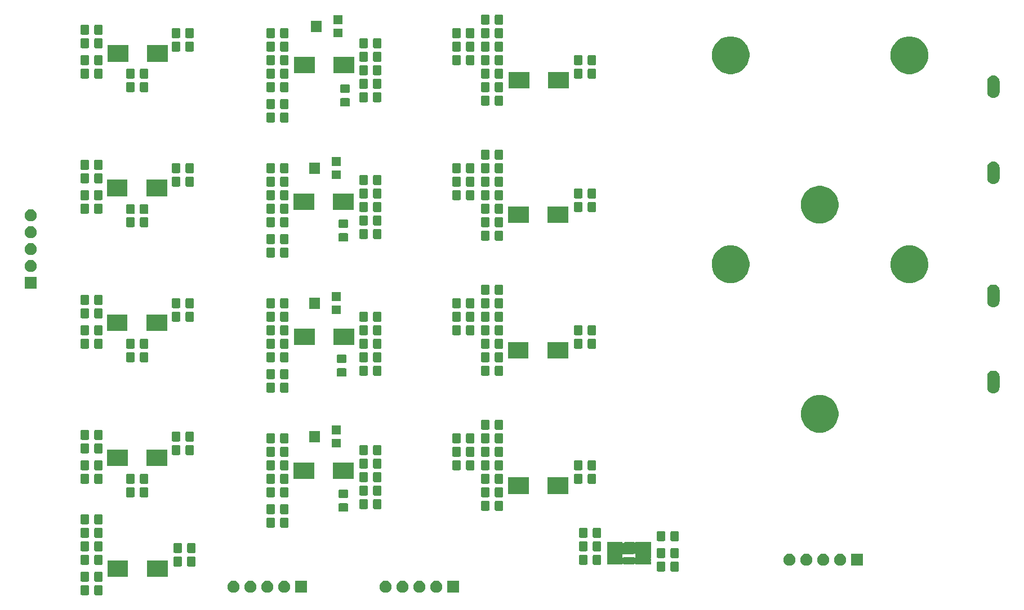
<source format=gbr>
G04 #@! TF.GenerationSoftware,KiCad,Pcbnew,(5.1.5)-3*
G04 #@! TF.CreationDate,2020-08-20T20:48:59-04:00*
G04 #@! TF.ProjectId,carte_v1,63617274-655f-4763-912e-6b696361645f,rev?*
G04 #@! TF.SameCoordinates,Original*
G04 #@! TF.FileFunction,Soldermask,Top*
G04 #@! TF.FilePolarity,Negative*
%FSLAX46Y46*%
G04 Gerber Fmt 4.6, Leading zero omitted, Abs format (unit mm)*
G04 Created by KiCad (PCBNEW (5.1.5)-3) date 2020-08-20 20:48:59*
%MOMM*%
%LPD*%
G04 APERTURE LIST*
%ADD10C,0.100000*%
G04 APERTURE END LIST*
D10*
G36*
X99796581Y-135397453D02*
G01*
X99834062Y-135408822D01*
X99868598Y-135427282D01*
X99898872Y-135452128D01*
X99923718Y-135482402D01*
X99942178Y-135516938D01*
X99953547Y-135554419D01*
X99958000Y-135599627D01*
X99958000Y-136688373D01*
X99953547Y-136733581D01*
X99942178Y-136771062D01*
X99923718Y-136805598D01*
X99898872Y-136835872D01*
X99868598Y-136860718D01*
X99834062Y-136879178D01*
X99796581Y-136890547D01*
X99751373Y-136895000D01*
X98912627Y-136895000D01*
X98867419Y-136890547D01*
X98829938Y-136879178D01*
X98795402Y-136860718D01*
X98765128Y-136835872D01*
X98740282Y-136805598D01*
X98721822Y-136771062D01*
X98710453Y-136733581D01*
X98706000Y-136688373D01*
X98706000Y-135599627D01*
X98710453Y-135554419D01*
X98721822Y-135516938D01*
X98740282Y-135482402D01*
X98765128Y-135452128D01*
X98795402Y-135427282D01*
X98829938Y-135408822D01*
X98867419Y-135397453D01*
X98912627Y-135393000D01*
X99751373Y-135393000D01*
X99796581Y-135397453D01*
G37*
G36*
X97746581Y-135397453D02*
G01*
X97784062Y-135408822D01*
X97818598Y-135427282D01*
X97848872Y-135452128D01*
X97873718Y-135482402D01*
X97892178Y-135516938D01*
X97903547Y-135554419D01*
X97908000Y-135599627D01*
X97908000Y-136688373D01*
X97903547Y-136733581D01*
X97892178Y-136771062D01*
X97873718Y-136805598D01*
X97848872Y-136835872D01*
X97818598Y-136860718D01*
X97784062Y-136879178D01*
X97746581Y-136890547D01*
X97701373Y-136895000D01*
X96862627Y-136895000D01*
X96817419Y-136890547D01*
X96779938Y-136879178D01*
X96745402Y-136860718D01*
X96715128Y-136835872D01*
X96690282Y-136805598D01*
X96671822Y-136771062D01*
X96660453Y-136733581D01*
X96656000Y-136688373D01*
X96656000Y-135599627D01*
X96660453Y-135554419D01*
X96671822Y-135516938D01*
X96690282Y-135482402D01*
X96715128Y-135452128D01*
X96745402Y-135427282D01*
X96779938Y-135408822D01*
X96817419Y-135397453D01*
X96862627Y-135393000D01*
X97701373Y-135393000D01*
X97746581Y-135397453D01*
G37*
G36*
X127516812Y-134769624D02*
G01*
X127680784Y-134837544D01*
X127828354Y-134936147D01*
X127953853Y-135061646D01*
X128052456Y-135209216D01*
X128120376Y-135373188D01*
X128155000Y-135547259D01*
X128155000Y-135724741D01*
X128120376Y-135898812D01*
X128052456Y-136062784D01*
X127953853Y-136210354D01*
X127828354Y-136335853D01*
X127680784Y-136434456D01*
X127516812Y-136502376D01*
X127342741Y-136537000D01*
X127165259Y-136537000D01*
X126991188Y-136502376D01*
X126827216Y-136434456D01*
X126679646Y-136335853D01*
X126554147Y-136210354D01*
X126455544Y-136062784D01*
X126387624Y-135898812D01*
X126353000Y-135724741D01*
X126353000Y-135547259D01*
X126387624Y-135373188D01*
X126455544Y-135209216D01*
X126554147Y-135061646D01*
X126679646Y-134936147D01*
X126827216Y-134837544D01*
X126991188Y-134769624D01*
X127165259Y-134735000D01*
X127342741Y-134735000D01*
X127516812Y-134769624D01*
G37*
G36*
X124976812Y-134769624D02*
G01*
X125140784Y-134837544D01*
X125288354Y-134936147D01*
X125413853Y-135061646D01*
X125512456Y-135209216D01*
X125580376Y-135373188D01*
X125615000Y-135547259D01*
X125615000Y-135724741D01*
X125580376Y-135898812D01*
X125512456Y-136062784D01*
X125413853Y-136210354D01*
X125288354Y-136335853D01*
X125140784Y-136434456D01*
X124976812Y-136502376D01*
X124802741Y-136537000D01*
X124625259Y-136537000D01*
X124451188Y-136502376D01*
X124287216Y-136434456D01*
X124139646Y-136335853D01*
X124014147Y-136210354D01*
X123915544Y-136062784D01*
X123847624Y-135898812D01*
X123813000Y-135724741D01*
X123813000Y-135547259D01*
X123847624Y-135373188D01*
X123915544Y-135209216D01*
X124014147Y-135061646D01*
X124139646Y-134936147D01*
X124287216Y-134837544D01*
X124451188Y-134769624D01*
X124625259Y-134735000D01*
X124802741Y-134735000D01*
X124976812Y-134769624D01*
G37*
G36*
X119896812Y-134769624D02*
G01*
X120060784Y-134837544D01*
X120208354Y-134936147D01*
X120333853Y-135061646D01*
X120432456Y-135209216D01*
X120500376Y-135373188D01*
X120535000Y-135547259D01*
X120535000Y-135724741D01*
X120500376Y-135898812D01*
X120432456Y-136062784D01*
X120333853Y-136210354D01*
X120208354Y-136335853D01*
X120060784Y-136434456D01*
X119896812Y-136502376D01*
X119722741Y-136537000D01*
X119545259Y-136537000D01*
X119371188Y-136502376D01*
X119207216Y-136434456D01*
X119059646Y-136335853D01*
X118934147Y-136210354D01*
X118835544Y-136062784D01*
X118767624Y-135898812D01*
X118733000Y-135724741D01*
X118733000Y-135547259D01*
X118767624Y-135373188D01*
X118835544Y-135209216D01*
X118934147Y-135061646D01*
X119059646Y-134936147D01*
X119207216Y-134837544D01*
X119371188Y-134769624D01*
X119545259Y-134735000D01*
X119722741Y-134735000D01*
X119896812Y-134769624D01*
G37*
G36*
X122436812Y-134769624D02*
G01*
X122600784Y-134837544D01*
X122748354Y-134936147D01*
X122873853Y-135061646D01*
X122972456Y-135209216D01*
X123040376Y-135373188D01*
X123075000Y-135547259D01*
X123075000Y-135724741D01*
X123040376Y-135898812D01*
X122972456Y-136062784D01*
X122873853Y-136210354D01*
X122748354Y-136335853D01*
X122600784Y-136434456D01*
X122436812Y-136502376D01*
X122262741Y-136537000D01*
X122085259Y-136537000D01*
X121911188Y-136502376D01*
X121747216Y-136434456D01*
X121599646Y-136335853D01*
X121474147Y-136210354D01*
X121375544Y-136062784D01*
X121307624Y-135898812D01*
X121273000Y-135724741D01*
X121273000Y-135547259D01*
X121307624Y-135373188D01*
X121375544Y-135209216D01*
X121474147Y-135061646D01*
X121599646Y-134936147D01*
X121747216Y-134837544D01*
X121911188Y-134769624D01*
X122085259Y-134735000D01*
X122262741Y-134735000D01*
X122436812Y-134769624D01*
G37*
G36*
X142756812Y-134769624D02*
G01*
X142920784Y-134837544D01*
X143068354Y-134936147D01*
X143193853Y-135061646D01*
X143292456Y-135209216D01*
X143360376Y-135373188D01*
X143395000Y-135547259D01*
X143395000Y-135724741D01*
X143360376Y-135898812D01*
X143292456Y-136062784D01*
X143193853Y-136210354D01*
X143068354Y-136335853D01*
X142920784Y-136434456D01*
X142756812Y-136502376D01*
X142582741Y-136537000D01*
X142405259Y-136537000D01*
X142231188Y-136502376D01*
X142067216Y-136434456D01*
X141919646Y-136335853D01*
X141794147Y-136210354D01*
X141695544Y-136062784D01*
X141627624Y-135898812D01*
X141593000Y-135724741D01*
X141593000Y-135547259D01*
X141627624Y-135373188D01*
X141695544Y-135209216D01*
X141794147Y-135061646D01*
X141919646Y-134936147D01*
X142067216Y-134837544D01*
X142231188Y-134769624D01*
X142405259Y-134735000D01*
X142582741Y-134735000D01*
X142756812Y-134769624D01*
G37*
G36*
X145296812Y-134769624D02*
G01*
X145460784Y-134837544D01*
X145608354Y-134936147D01*
X145733853Y-135061646D01*
X145832456Y-135209216D01*
X145900376Y-135373188D01*
X145935000Y-135547259D01*
X145935000Y-135724741D01*
X145900376Y-135898812D01*
X145832456Y-136062784D01*
X145733853Y-136210354D01*
X145608354Y-136335853D01*
X145460784Y-136434456D01*
X145296812Y-136502376D01*
X145122741Y-136537000D01*
X144945259Y-136537000D01*
X144771188Y-136502376D01*
X144607216Y-136434456D01*
X144459646Y-136335853D01*
X144334147Y-136210354D01*
X144235544Y-136062784D01*
X144167624Y-135898812D01*
X144133000Y-135724741D01*
X144133000Y-135547259D01*
X144167624Y-135373188D01*
X144235544Y-135209216D01*
X144334147Y-135061646D01*
X144459646Y-134936147D01*
X144607216Y-134837544D01*
X144771188Y-134769624D01*
X144945259Y-134735000D01*
X145122741Y-134735000D01*
X145296812Y-134769624D01*
G37*
G36*
X147836812Y-134769624D02*
G01*
X148000784Y-134837544D01*
X148148354Y-134936147D01*
X148273853Y-135061646D01*
X148372456Y-135209216D01*
X148440376Y-135373188D01*
X148475000Y-135547259D01*
X148475000Y-135724741D01*
X148440376Y-135898812D01*
X148372456Y-136062784D01*
X148273853Y-136210354D01*
X148148354Y-136335853D01*
X148000784Y-136434456D01*
X147836812Y-136502376D01*
X147662741Y-136537000D01*
X147485259Y-136537000D01*
X147311188Y-136502376D01*
X147147216Y-136434456D01*
X146999646Y-136335853D01*
X146874147Y-136210354D01*
X146775544Y-136062784D01*
X146707624Y-135898812D01*
X146673000Y-135724741D01*
X146673000Y-135547259D01*
X146707624Y-135373188D01*
X146775544Y-135209216D01*
X146874147Y-135061646D01*
X146999646Y-134936147D01*
X147147216Y-134837544D01*
X147311188Y-134769624D01*
X147485259Y-134735000D01*
X147662741Y-134735000D01*
X147836812Y-134769624D01*
G37*
G36*
X150376812Y-134769624D02*
G01*
X150540784Y-134837544D01*
X150688354Y-134936147D01*
X150813853Y-135061646D01*
X150912456Y-135209216D01*
X150980376Y-135373188D01*
X151015000Y-135547259D01*
X151015000Y-135724741D01*
X150980376Y-135898812D01*
X150912456Y-136062784D01*
X150813853Y-136210354D01*
X150688354Y-136335853D01*
X150540784Y-136434456D01*
X150376812Y-136502376D01*
X150202741Y-136537000D01*
X150025259Y-136537000D01*
X149851188Y-136502376D01*
X149687216Y-136434456D01*
X149539646Y-136335853D01*
X149414147Y-136210354D01*
X149315544Y-136062784D01*
X149247624Y-135898812D01*
X149213000Y-135724741D01*
X149213000Y-135547259D01*
X149247624Y-135373188D01*
X149315544Y-135209216D01*
X149414147Y-135061646D01*
X149539646Y-134936147D01*
X149687216Y-134837544D01*
X149851188Y-134769624D01*
X150025259Y-134735000D01*
X150202741Y-134735000D01*
X150376812Y-134769624D01*
G37*
G36*
X153555000Y-136537000D02*
G01*
X151753000Y-136537000D01*
X151753000Y-134735000D01*
X153555000Y-134735000D01*
X153555000Y-136537000D01*
G37*
G36*
X130695000Y-136537000D02*
G01*
X128893000Y-136537000D01*
X128893000Y-134735000D01*
X130695000Y-134735000D01*
X130695000Y-136537000D01*
G37*
G36*
X97746581Y-133365453D02*
G01*
X97784062Y-133376822D01*
X97818598Y-133395282D01*
X97848872Y-133420128D01*
X97873718Y-133450402D01*
X97892178Y-133484938D01*
X97903547Y-133522419D01*
X97908000Y-133567627D01*
X97908000Y-134656373D01*
X97903547Y-134701581D01*
X97892178Y-134739062D01*
X97873718Y-134773598D01*
X97848872Y-134803872D01*
X97818598Y-134828718D01*
X97784062Y-134847178D01*
X97746581Y-134858547D01*
X97701373Y-134863000D01*
X96862627Y-134863000D01*
X96817419Y-134858547D01*
X96779938Y-134847178D01*
X96745402Y-134828718D01*
X96715128Y-134803872D01*
X96690282Y-134773598D01*
X96671822Y-134739062D01*
X96660453Y-134701581D01*
X96656000Y-134656373D01*
X96656000Y-133567627D01*
X96660453Y-133522419D01*
X96671822Y-133484938D01*
X96690282Y-133450402D01*
X96715128Y-133420128D01*
X96745402Y-133395282D01*
X96779938Y-133376822D01*
X96817419Y-133365453D01*
X96862627Y-133361000D01*
X97701373Y-133361000D01*
X97746581Y-133365453D01*
G37*
G36*
X99796581Y-133365453D02*
G01*
X99834062Y-133376822D01*
X99868598Y-133395282D01*
X99898872Y-133420128D01*
X99923718Y-133450402D01*
X99942178Y-133484938D01*
X99953547Y-133522419D01*
X99958000Y-133567627D01*
X99958000Y-134656373D01*
X99953547Y-134701581D01*
X99942178Y-134739062D01*
X99923718Y-134773598D01*
X99898872Y-134803872D01*
X99868598Y-134828718D01*
X99834062Y-134847178D01*
X99796581Y-134858547D01*
X99751373Y-134863000D01*
X98912627Y-134863000D01*
X98867419Y-134858547D01*
X98829938Y-134847178D01*
X98795402Y-134828718D01*
X98765128Y-134803872D01*
X98740282Y-134773598D01*
X98721822Y-134739062D01*
X98710453Y-134701581D01*
X98706000Y-134656373D01*
X98706000Y-133567627D01*
X98710453Y-133522419D01*
X98721822Y-133484938D01*
X98740282Y-133450402D01*
X98765128Y-133420128D01*
X98795402Y-133395282D01*
X98829938Y-133376822D01*
X98867419Y-133365453D01*
X98912627Y-133361000D01*
X99751373Y-133361000D01*
X99796581Y-133365453D01*
G37*
G36*
X103787001Y-134158001D02*
G01*
X100685001Y-134158001D01*
X100685001Y-131656001D01*
X103787001Y-131656001D01*
X103787001Y-134158001D01*
G37*
G36*
X109737001Y-134158001D02*
G01*
X106635001Y-134158001D01*
X106635001Y-131656001D01*
X109737001Y-131656001D01*
X109737001Y-134158001D01*
G37*
G36*
X186410581Y-131841453D02*
G01*
X186448062Y-131852822D01*
X186482598Y-131871282D01*
X186512872Y-131896128D01*
X186537718Y-131926402D01*
X186556178Y-131960938D01*
X186567547Y-131998419D01*
X186572000Y-132043627D01*
X186572000Y-133132373D01*
X186567547Y-133177581D01*
X186556178Y-133215062D01*
X186537718Y-133249598D01*
X186512872Y-133279872D01*
X186482598Y-133304718D01*
X186448062Y-133323178D01*
X186410581Y-133334547D01*
X186365373Y-133339000D01*
X185526627Y-133339000D01*
X185481419Y-133334547D01*
X185443938Y-133323178D01*
X185409402Y-133304718D01*
X185379128Y-133279872D01*
X185354282Y-133249598D01*
X185335822Y-133215062D01*
X185324453Y-133177581D01*
X185320000Y-133132373D01*
X185320000Y-132043627D01*
X185324453Y-131998419D01*
X185335822Y-131960938D01*
X185354282Y-131926402D01*
X185379128Y-131896128D01*
X185409402Y-131871282D01*
X185443938Y-131852822D01*
X185481419Y-131841453D01*
X185526627Y-131837000D01*
X186365373Y-131837000D01*
X186410581Y-131841453D01*
G37*
G36*
X184360581Y-131841453D02*
G01*
X184398062Y-131852822D01*
X184432598Y-131871282D01*
X184462872Y-131896128D01*
X184487718Y-131926402D01*
X184506178Y-131960938D01*
X184517547Y-131998419D01*
X184522000Y-132043627D01*
X184522000Y-133132373D01*
X184517547Y-133177581D01*
X184506178Y-133215062D01*
X184487718Y-133249598D01*
X184462872Y-133279872D01*
X184432598Y-133304718D01*
X184398062Y-133323178D01*
X184360581Y-133334547D01*
X184315373Y-133339000D01*
X183476627Y-133339000D01*
X183431419Y-133334547D01*
X183393938Y-133323178D01*
X183359402Y-133304718D01*
X183329128Y-133279872D01*
X183304282Y-133249598D01*
X183285822Y-133215062D01*
X183274453Y-133177581D01*
X183270000Y-133132373D01*
X183270000Y-132043627D01*
X183274453Y-131998419D01*
X183285822Y-131960938D01*
X183304282Y-131926402D01*
X183329128Y-131896128D01*
X183359402Y-131871282D01*
X183393938Y-131852822D01*
X183431419Y-131841453D01*
X183476627Y-131837000D01*
X184315373Y-131837000D01*
X184360581Y-131841453D01*
G37*
G36*
X111707581Y-131079453D02*
G01*
X111745062Y-131090822D01*
X111779598Y-131109282D01*
X111809872Y-131134128D01*
X111834718Y-131164402D01*
X111853178Y-131198938D01*
X111864547Y-131236419D01*
X111869000Y-131281627D01*
X111869000Y-132370373D01*
X111864547Y-132415581D01*
X111853178Y-132453062D01*
X111834718Y-132487598D01*
X111809872Y-132517872D01*
X111779598Y-132542718D01*
X111745062Y-132561178D01*
X111707581Y-132572547D01*
X111662373Y-132577000D01*
X110823627Y-132577000D01*
X110778419Y-132572547D01*
X110740938Y-132561178D01*
X110706402Y-132542718D01*
X110676128Y-132517872D01*
X110651282Y-132487598D01*
X110632822Y-132453062D01*
X110621453Y-132415581D01*
X110617000Y-132370373D01*
X110617000Y-131281627D01*
X110621453Y-131236419D01*
X110632822Y-131198938D01*
X110651282Y-131164402D01*
X110676128Y-131134128D01*
X110706402Y-131109282D01*
X110740938Y-131090822D01*
X110778419Y-131079453D01*
X110823627Y-131075000D01*
X111662373Y-131075000D01*
X111707581Y-131079453D01*
G37*
G36*
X113757581Y-131079453D02*
G01*
X113795062Y-131090822D01*
X113829598Y-131109282D01*
X113859872Y-131134128D01*
X113884718Y-131164402D01*
X113903178Y-131198938D01*
X113914547Y-131236419D01*
X113919000Y-131281627D01*
X113919000Y-132370373D01*
X113914547Y-132415581D01*
X113903178Y-132453062D01*
X113884718Y-132487598D01*
X113859872Y-132517872D01*
X113829598Y-132542718D01*
X113795062Y-132561178D01*
X113757581Y-132572547D01*
X113712373Y-132577000D01*
X112873627Y-132577000D01*
X112828419Y-132572547D01*
X112790938Y-132561178D01*
X112756402Y-132542718D01*
X112726128Y-132517872D01*
X112701282Y-132487598D01*
X112682822Y-132453062D01*
X112671453Y-132415581D01*
X112667000Y-132370373D01*
X112667000Y-131281627D01*
X112671453Y-131236419D01*
X112682822Y-131198938D01*
X112701282Y-131164402D01*
X112726128Y-131134128D01*
X112756402Y-131109282D01*
X112790938Y-131090822D01*
X112828419Y-131079453D01*
X112873627Y-131075000D01*
X113712373Y-131075000D01*
X113757581Y-131079453D01*
G37*
G36*
X206002812Y-130705624D02*
G01*
X206166784Y-130773544D01*
X206314354Y-130872147D01*
X206439853Y-130997646D01*
X206538456Y-131145216D01*
X206606376Y-131309188D01*
X206641000Y-131483259D01*
X206641000Y-131660741D01*
X206606376Y-131834812D01*
X206538456Y-131998784D01*
X206439853Y-132146354D01*
X206314354Y-132271853D01*
X206166784Y-132370456D01*
X206002812Y-132438376D01*
X205828741Y-132473000D01*
X205651259Y-132473000D01*
X205477188Y-132438376D01*
X205313216Y-132370456D01*
X205165646Y-132271853D01*
X205040147Y-132146354D01*
X204941544Y-131998784D01*
X204873624Y-131834812D01*
X204839000Y-131660741D01*
X204839000Y-131483259D01*
X204873624Y-131309188D01*
X204941544Y-131145216D01*
X205040147Y-130997646D01*
X205165646Y-130872147D01*
X205313216Y-130773544D01*
X205477188Y-130705624D01*
X205651259Y-130671000D01*
X205828741Y-130671000D01*
X206002812Y-130705624D01*
G37*
G36*
X203462812Y-130705624D02*
G01*
X203626784Y-130773544D01*
X203774354Y-130872147D01*
X203899853Y-130997646D01*
X203998456Y-131145216D01*
X204066376Y-131309188D01*
X204101000Y-131483259D01*
X204101000Y-131660741D01*
X204066376Y-131834812D01*
X203998456Y-131998784D01*
X203899853Y-132146354D01*
X203774354Y-132271853D01*
X203626784Y-132370456D01*
X203462812Y-132438376D01*
X203288741Y-132473000D01*
X203111259Y-132473000D01*
X202937188Y-132438376D01*
X202773216Y-132370456D01*
X202625646Y-132271853D01*
X202500147Y-132146354D01*
X202401544Y-131998784D01*
X202333624Y-131834812D01*
X202299000Y-131660741D01*
X202299000Y-131483259D01*
X202333624Y-131309188D01*
X202401544Y-131145216D01*
X202500147Y-130997646D01*
X202625646Y-130872147D01*
X202773216Y-130773544D01*
X202937188Y-130705624D01*
X203111259Y-130671000D01*
X203288741Y-130671000D01*
X203462812Y-130705624D01*
G37*
G36*
X211082812Y-130705624D02*
G01*
X211246784Y-130773544D01*
X211394354Y-130872147D01*
X211519853Y-130997646D01*
X211618456Y-131145216D01*
X211686376Y-131309188D01*
X211721000Y-131483259D01*
X211721000Y-131660741D01*
X211686376Y-131834812D01*
X211618456Y-131998784D01*
X211519853Y-132146354D01*
X211394354Y-132271853D01*
X211246784Y-132370456D01*
X211082812Y-132438376D01*
X210908741Y-132473000D01*
X210731259Y-132473000D01*
X210557188Y-132438376D01*
X210393216Y-132370456D01*
X210245646Y-132271853D01*
X210120147Y-132146354D01*
X210021544Y-131998784D01*
X209953624Y-131834812D01*
X209919000Y-131660741D01*
X209919000Y-131483259D01*
X209953624Y-131309188D01*
X210021544Y-131145216D01*
X210120147Y-130997646D01*
X210245646Y-130872147D01*
X210393216Y-130773544D01*
X210557188Y-130705624D01*
X210731259Y-130671000D01*
X210908741Y-130671000D01*
X211082812Y-130705624D01*
G37*
G36*
X208542812Y-130705624D02*
G01*
X208706784Y-130773544D01*
X208854354Y-130872147D01*
X208979853Y-130997646D01*
X209078456Y-131145216D01*
X209146376Y-131309188D01*
X209181000Y-131483259D01*
X209181000Y-131660741D01*
X209146376Y-131834812D01*
X209078456Y-131998784D01*
X208979853Y-132146354D01*
X208854354Y-132271853D01*
X208706784Y-132370456D01*
X208542812Y-132438376D01*
X208368741Y-132473000D01*
X208191259Y-132473000D01*
X208017188Y-132438376D01*
X207853216Y-132370456D01*
X207705646Y-132271853D01*
X207580147Y-132146354D01*
X207481544Y-131998784D01*
X207413624Y-131834812D01*
X207379000Y-131660741D01*
X207379000Y-131483259D01*
X207413624Y-131309188D01*
X207481544Y-131145216D01*
X207580147Y-130997646D01*
X207705646Y-130872147D01*
X207853216Y-130773544D01*
X208017188Y-130705624D01*
X208191259Y-130671000D01*
X208368741Y-130671000D01*
X208542812Y-130705624D01*
G37*
G36*
X214261000Y-132473000D02*
G01*
X212459000Y-132473000D01*
X212459000Y-130671000D01*
X214261000Y-130671000D01*
X214261000Y-132473000D01*
G37*
G36*
X97746581Y-130825453D02*
G01*
X97784062Y-130836822D01*
X97818598Y-130855282D01*
X97848872Y-130880128D01*
X97873718Y-130910402D01*
X97892178Y-130944938D01*
X97903547Y-130982419D01*
X97908000Y-131027627D01*
X97908000Y-132116373D01*
X97903547Y-132161581D01*
X97892178Y-132199062D01*
X97873718Y-132233598D01*
X97848872Y-132263872D01*
X97818598Y-132288718D01*
X97784062Y-132307178D01*
X97746581Y-132318547D01*
X97701373Y-132323000D01*
X96862627Y-132323000D01*
X96817419Y-132318547D01*
X96779938Y-132307178D01*
X96745402Y-132288718D01*
X96715128Y-132263872D01*
X96690282Y-132233598D01*
X96671822Y-132199062D01*
X96660453Y-132161581D01*
X96656000Y-132116373D01*
X96656000Y-131027627D01*
X96660453Y-130982419D01*
X96671822Y-130944938D01*
X96690282Y-130910402D01*
X96715128Y-130880128D01*
X96745402Y-130855282D01*
X96779938Y-130836822D01*
X96817419Y-130825453D01*
X96862627Y-130821000D01*
X97701373Y-130821000D01*
X97746581Y-130825453D01*
G37*
G36*
X99796581Y-130825453D02*
G01*
X99834062Y-130836822D01*
X99868598Y-130855282D01*
X99898872Y-130880128D01*
X99923718Y-130910402D01*
X99942178Y-130944938D01*
X99953547Y-130982419D01*
X99958000Y-131027627D01*
X99958000Y-132116373D01*
X99953547Y-132161581D01*
X99942178Y-132199062D01*
X99923718Y-132233598D01*
X99898872Y-132263872D01*
X99868598Y-132288718D01*
X99834062Y-132307178D01*
X99796581Y-132318547D01*
X99751373Y-132323000D01*
X98912627Y-132323000D01*
X98867419Y-132318547D01*
X98829938Y-132307178D01*
X98795402Y-132288718D01*
X98765128Y-132263872D01*
X98740282Y-132233598D01*
X98721822Y-132199062D01*
X98710453Y-132161581D01*
X98706000Y-132116373D01*
X98706000Y-131027627D01*
X98710453Y-130982419D01*
X98721822Y-130944938D01*
X98740282Y-130910402D01*
X98765128Y-130880128D01*
X98795402Y-130855282D01*
X98829938Y-130836822D01*
X98867419Y-130825453D01*
X98912627Y-130821000D01*
X99751373Y-130821000D01*
X99796581Y-130825453D01*
G37*
G36*
X174726581Y-130825453D02*
G01*
X174764062Y-130836822D01*
X174798598Y-130855282D01*
X174828872Y-130880128D01*
X174853718Y-130910402D01*
X174872178Y-130944938D01*
X174883547Y-130982419D01*
X174888000Y-131027627D01*
X174888000Y-132116373D01*
X174883547Y-132161581D01*
X174872178Y-132199062D01*
X174853718Y-132233598D01*
X174828872Y-132263872D01*
X174798598Y-132288718D01*
X174764062Y-132307178D01*
X174726581Y-132318547D01*
X174681373Y-132323000D01*
X173842627Y-132323000D01*
X173797419Y-132318547D01*
X173759938Y-132307178D01*
X173725402Y-132288718D01*
X173695128Y-132263872D01*
X173670282Y-132233598D01*
X173651822Y-132199062D01*
X173640453Y-132161581D01*
X173636000Y-132116373D01*
X173636000Y-131027627D01*
X173640453Y-130982419D01*
X173651822Y-130944938D01*
X173670282Y-130910402D01*
X173695128Y-130880128D01*
X173725402Y-130855282D01*
X173759938Y-130836822D01*
X173797419Y-130825453D01*
X173842627Y-130821000D01*
X174681373Y-130821000D01*
X174726581Y-130825453D01*
G37*
G36*
X172676581Y-130825453D02*
G01*
X172714062Y-130836822D01*
X172748598Y-130855282D01*
X172778872Y-130880128D01*
X172803718Y-130910402D01*
X172822178Y-130944938D01*
X172833547Y-130982419D01*
X172838000Y-131027627D01*
X172838000Y-132116373D01*
X172833547Y-132161581D01*
X172822178Y-132199062D01*
X172803718Y-132233598D01*
X172778872Y-132263872D01*
X172748598Y-132288718D01*
X172714062Y-132307178D01*
X172676581Y-132318547D01*
X172631373Y-132323000D01*
X171792627Y-132323000D01*
X171747419Y-132318547D01*
X171709938Y-132307178D01*
X171675402Y-132288718D01*
X171645128Y-132263872D01*
X171620282Y-132233598D01*
X171601822Y-132199062D01*
X171590453Y-132161581D01*
X171586000Y-132116373D01*
X171586000Y-131027627D01*
X171590453Y-130982419D01*
X171601822Y-130944938D01*
X171620282Y-130910402D01*
X171645128Y-130880128D01*
X171675402Y-130855282D01*
X171709938Y-130836822D01*
X171747419Y-130825453D01*
X171792627Y-130821000D01*
X172631373Y-130821000D01*
X172676581Y-130825453D01*
G37*
G36*
X179644776Y-128852731D02*
G01*
X179657224Y-128853343D01*
X179663268Y-128853343D01*
X179669501Y-128853957D01*
X179669504Y-128853957D01*
X179679502Y-128854942D01*
X179679503Y-128854942D01*
X179685734Y-128855556D01*
X179721575Y-128862685D01*
X179743177Y-128869237D01*
X179776937Y-128883221D01*
X179782462Y-128886174D01*
X179782461Y-128886174D01*
X179791320Y-128890909D01*
X179791325Y-128890912D01*
X179796843Y-128893862D01*
X179827225Y-128914162D01*
X179832060Y-128918130D01*
X179832069Y-128918136D01*
X179839835Y-128924510D01*
X179839839Y-128924514D01*
X179844679Y-128928486D01*
X179852199Y-128936006D01*
X179871444Y-128951800D01*
X179893401Y-128963536D01*
X179917225Y-128970763D01*
X179942001Y-128973203D01*
X179966777Y-128970763D01*
X179990601Y-128963536D01*
X180012558Y-128951800D01*
X180031803Y-128936006D01*
X180047597Y-128916761D01*
X180052280Y-128908000D01*
X182371000Y-128908000D01*
X182371000Y-131329069D01*
X182366013Y-131338399D01*
X182358786Y-131362223D01*
X182356346Y-131386999D01*
X182358786Y-131411775D01*
X182366013Y-131435599D01*
X182366522Y-131436676D01*
X182367344Y-131439385D01*
X182367346Y-131439389D01*
X182370262Y-131449002D01*
X182370262Y-131449005D01*
X182371861Y-131465236D01*
X182371861Y-131702764D01*
X182371247Y-131708997D01*
X182371247Y-131709000D01*
X182370262Y-131718998D01*
X182367346Y-131728611D01*
X182367344Y-131728614D01*
X182364886Y-131736719D01*
X182361817Y-131744126D01*
X182356958Y-131768543D01*
X182356957Y-131793439D01*
X182361812Y-131817858D01*
X182371000Y-131840045D01*
X182371000Y-132260000D01*
X180052280Y-132260000D01*
X180047597Y-132251239D01*
X180031803Y-132231994D01*
X180012558Y-132216200D01*
X179990601Y-132204464D01*
X179966777Y-132197237D01*
X179942001Y-132194797D01*
X179917225Y-132197237D01*
X179893401Y-132204464D01*
X179871444Y-132216200D01*
X179852199Y-132231994D01*
X179844679Y-132239514D01*
X179839839Y-132243486D01*
X179839835Y-132243490D01*
X179832069Y-132249864D01*
X179832060Y-132249870D01*
X179827225Y-132253838D01*
X179796843Y-132274138D01*
X179791325Y-132277088D01*
X179791320Y-132277091D01*
X179783452Y-132281296D01*
X179776937Y-132284779D01*
X179743177Y-132298763D01*
X179721575Y-132305315D01*
X179685734Y-132312444D01*
X179679503Y-132313058D01*
X179679502Y-132313058D01*
X179669504Y-132314043D01*
X179669501Y-132314043D01*
X179663268Y-132314657D01*
X179657224Y-132314657D01*
X179644776Y-132315269D01*
X179638766Y-132315861D01*
X178501234Y-132315861D01*
X178495224Y-132315269D01*
X178482776Y-132314657D01*
X178476732Y-132314657D01*
X178470499Y-132314043D01*
X178470496Y-132314043D01*
X178460498Y-132313058D01*
X178460497Y-132313058D01*
X178454266Y-132312444D01*
X178418425Y-132305315D01*
X178396823Y-132298763D01*
X178363063Y-132284779D01*
X178356548Y-132281296D01*
X178348680Y-132277091D01*
X178348675Y-132277088D01*
X178343157Y-132274138D01*
X178312775Y-132253838D01*
X178307940Y-132249870D01*
X178307931Y-132249864D01*
X178300165Y-132243490D01*
X178300161Y-132243486D01*
X178295321Y-132239514D01*
X178287801Y-132231994D01*
X178268556Y-132216200D01*
X178246599Y-132204464D01*
X178222775Y-132197237D01*
X178197999Y-132194797D01*
X178173223Y-132197237D01*
X178149399Y-132204464D01*
X178127442Y-132216200D01*
X178108197Y-132231994D01*
X178092403Y-132251239D01*
X178087720Y-132260000D01*
X175769000Y-132260000D01*
X175769000Y-130886875D01*
X178071000Y-130886875D01*
X178071000Y-131136204D01*
X178073440Y-131160980D01*
X178080667Y-131184804D01*
X178092403Y-131206761D01*
X178108197Y-131226006D01*
X178127442Y-131241800D01*
X178149399Y-131253536D01*
X178173223Y-131260763D01*
X178197999Y-131263203D01*
X178222775Y-131260763D01*
X178246599Y-131253536D01*
X178268556Y-131241800D01*
X178287801Y-131226006D01*
X178295321Y-131218486D01*
X178300161Y-131214514D01*
X178300165Y-131214510D01*
X178307931Y-131208136D01*
X178307940Y-131208130D01*
X178312775Y-131204162D01*
X178343157Y-131183862D01*
X178348675Y-131180912D01*
X178348680Y-131180909D01*
X178357539Y-131176174D01*
X178357538Y-131176174D01*
X178363063Y-131173221D01*
X178396823Y-131159237D01*
X178418425Y-131152685D01*
X178454266Y-131145556D01*
X178460497Y-131144942D01*
X178460498Y-131144942D01*
X178470496Y-131143957D01*
X178470499Y-131143957D01*
X178476732Y-131143343D01*
X178482776Y-131143343D01*
X178495224Y-131142731D01*
X178501234Y-131142139D01*
X179638766Y-131142139D01*
X179644776Y-131142731D01*
X179657224Y-131143343D01*
X179663268Y-131143343D01*
X179669501Y-131143957D01*
X179669504Y-131143957D01*
X179679502Y-131144942D01*
X179679503Y-131144942D01*
X179685734Y-131145556D01*
X179721575Y-131152685D01*
X179743177Y-131159237D01*
X179776937Y-131173221D01*
X179782462Y-131176174D01*
X179782461Y-131176174D01*
X179791320Y-131180909D01*
X179791325Y-131180912D01*
X179796843Y-131183862D01*
X179827225Y-131204162D01*
X179832060Y-131208130D01*
X179832069Y-131208136D01*
X179839835Y-131214510D01*
X179839839Y-131214514D01*
X179844679Y-131218486D01*
X179852199Y-131226006D01*
X179871444Y-131241800D01*
X179893401Y-131253536D01*
X179917225Y-131260763D01*
X179942001Y-131263203D01*
X179966777Y-131260763D01*
X179990601Y-131253536D01*
X180012558Y-131241800D01*
X180031803Y-131226006D01*
X180047597Y-131206761D01*
X180059333Y-131184804D01*
X180066560Y-131160980D01*
X180069000Y-131136204D01*
X180069000Y-130741796D01*
X180066560Y-130717020D01*
X180059333Y-130693196D01*
X180047597Y-130671239D01*
X180031803Y-130651994D01*
X180012558Y-130636200D01*
X179990601Y-130624464D01*
X179966777Y-130617237D01*
X179942001Y-130614797D01*
X179917225Y-130617237D01*
X179893401Y-130624464D01*
X179871444Y-130636200D01*
X179852199Y-130651994D01*
X179844679Y-130659514D01*
X179839839Y-130663486D01*
X179839835Y-130663490D01*
X179832069Y-130669864D01*
X179832060Y-130669870D01*
X179827225Y-130673838D01*
X179796843Y-130694138D01*
X179791325Y-130697088D01*
X179791320Y-130697091D01*
X179783452Y-130701296D01*
X179776937Y-130704779D01*
X179743177Y-130718763D01*
X179721575Y-130725315D01*
X179685734Y-130732444D01*
X179679503Y-130733058D01*
X179679502Y-130733058D01*
X179669504Y-130734043D01*
X179669501Y-130734043D01*
X179663268Y-130734657D01*
X179657224Y-130734657D01*
X179644776Y-130735269D01*
X179638766Y-130735861D01*
X178312020Y-130735861D01*
X178281218Y-130739653D01*
X178210137Y-130757423D01*
X178205149Y-130758037D01*
X178202429Y-130758717D01*
X178190000Y-130760247D01*
X178187196Y-130760247D01*
X178182484Y-130760827D01*
X178158191Y-130766276D01*
X178135429Y-130776359D01*
X178115070Y-130790690D01*
X178097899Y-130808717D01*
X178084574Y-130829747D01*
X178075609Y-130852973D01*
X178071000Y-130886875D01*
X175769000Y-130886875D01*
X175769000Y-130838931D01*
X175773987Y-130829601D01*
X175781214Y-130805777D01*
X175783654Y-130781001D01*
X175781214Y-130756225D01*
X175773987Y-130732401D01*
X175773478Y-130731324D01*
X175772656Y-130728615D01*
X175772654Y-130728611D01*
X175769738Y-130718998D01*
X175768753Y-130709000D01*
X175768753Y-130708997D01*
X175768139Y-130702764D01*
X175768139Y-130465236D01*
X175769738Y-130449005D01*
X175769738Y-130449002D01*
X175772654Y-130439389D01*
X175772656Y-130439386D01*
X175775114Y-130431281D01*
X175778183Y-130423874D01*
X175783042Y-130399457D01*
X175783043Y-130374561D01*
X175778188Y-130350142D01*
X175769000Y-130327955D01*
X175769000Y-128908000D01*
X178071000Y-128908000D01*
X178071000Y-128948055D01*
X178073440Y-128972831D01*
X178080667Y-128996655D01*
X178092403Y-129018612D01*
X178108197Y-129037857D01*
X178127442Y-129053651D01*
X178149399Y-129065387D01*
X178173223Y-129072614D01*
X178197999Y-129075054D01*
X178222775Y-129072614D01*
X178246599Y-129065387D01*
X178268556Y-129053651D01*
X178287801Y-129037857D01*
X178453919Y-128871739D01*
X178458759Y-128867767D01*
X178458763Y-128867763D01*
X178466529Y-128861390D01*
X178466531Y-128861389D01*
X178466532Y-128861388D01*
X178475384Y-128856656D01*
X178475387Y-128856655D01*
X178475389Y-128856654D01*
X178485002Y-128853738D01*
X178495000Y-128852753D01*
X178495003Y-128852753D01*
X178501236Y-128852139D01*
X179638766Y-128852139D01*
X179644776Y-128852731D01*
G37*
G36*
X184360581Y-129809453D02*
G01*
X184398062Y-129820822D01*
X184432598Y-129839282D01*
X184462872Y-129864128D01*
X184487718Y-129894402D01*
X184506178Y-129928938D01*
X184517547Y-129966419D01*
X184522000Y-130011627D01*
X184522000Y-131100373D01*
X184517547Y-131145581D01*
X184506178Y-131183062D01*
X184487718Y-131217598D01*
X184462872Y-131247872D01*
X184432598Y-131272718D01*
X184398062Y-131291178D01*
X184360581Y-131302547D01*
X184315373Y-131307000D01*
X183476627Y-131307000D01*
X183431419Y-131302547D01*
X183393938Y-131291178D01*
X183359402Y-131272718D01*
X183329128Y-131247872D01*
X183304282Y-131217598D01*
X183285822Y-131183062D01*
X183274453Y-131145581D01*
X183270000Y-131100373D01*
X183270000Y-130011627D01*
X183274453Y-129966419D01*
X183285822Y-129928938D01*
X183304282Y-129894402D01*
X183329128Y-129864128D01*
X183359402Y-129839282D01*
X183393938Y-129820822D01*
X183431419Y-129809453D01*
X183476627Y-129805000D01*
X184315373Y-129805000D01*
X184360581Y-129809453D01*
G37*
G36*
X186410581Y-129809453D02*
G01*
X186448062Y-129820822D01*
X186482598Y-129839282D01*
X186512872Y-129864128D01*
X186537718Y-129894402D01*
X186556178Y-129928938D01*
X186567547Y-129966419D01*
X186572000Y-130011627D01*
X186572000Y-131100373D01*
X186567547Y-131145581D01*
X186556178Y-131183062D01*
X186537718Y-131217598D01*
X186512872Y-131247872D01*
X186482598Y-131272718D01*
X186448062Y-131291178D01*
X186410581Y-131302547D01*
X186365373Y-131307000D01*
X185526627Y-131307000D01*
X185481419Y-131302547D01*
X185443938Y-131291178D01*
X185409402Y-131272718D01*
X185379128Y-131247872D01*
X185354282Y-131217598D01*
X185335822Y-131183062D01*
X185324453Y-131145581D01*
X185320000Y-131100373D01*
X185320000Y-130011627D01*
X185324453Y-129966419D01*
X185335822Y-129928938D01*
X185354282Y-129894402D01*
X185379128Y-129864128D01*
X185409402Y-129839282D01*
X185443938Y-129820822D01*
X185481419Y-129809453D01*
X185526627Y-129805000D01*
X186365373Y-129805000D01*
X186410581Y-129809453D01*
G37*
G36*
X111716581Y-129047453D02*
G01*
X111754062Y-129058822D01*
X111788598Y-129077282D01*
X111818872Y-129102128D01*
X111843718Y-129132402D01*
X111862178Y-129166938D01*
X111873547Y-129204419D01*
X111878000Y-129249627D01*
X111878000Y-130338373D01*
X111873547Y-130383581D01*
X111862178Y-130421062D01*
X111843718Y-130455598D01*
X111818872Y-130485872D01*
X111788598Y-130510718D01*
X111754062Y-130529178D01*
X111716581Y-130540547D01*
X111671373Y-130545000D01*
X110832627Y-130545000D01*
X110787419Y-130540547D01*
X110749938Y-130529178D01*
X110715402Y-130510718D01*
X110685128Y-130485872D01*
X110660282Y-130455598D01*
X110641822Y-130421062D01*
X110630453Y-130383581D01*
X110626000Y-130338373D01*
X110626000Y-129249627D01*
X110630453Y-129204419D01*
X110641822Y-129166938D01*
X110660282Y-129132402D01*
X110685128Y-129102128D01*
X110715402Y-129077282D01*
X110749938Y-129058822D01*
X110787419Y-129047453D01*
X110832627Y-129043000D01*
X111671373Y-129043000D01*
X111716581Y-129047453D01*
G37*
G36*
X113766581Y-129047453D02*
G01*
X113804062Y-129058822D01*
X113838598Y-129077282D01*
X113868872Y-129102128D01*
X113893718Y-129132402D01*
X113912178Y-129166938D01*
X113923547Y-129204419D01*
X113928000Y-129249627D01*
X113928000Y-130338373D01*
X113923547Y-130383581D01*
X113912178Y-130421062D01*
X113893718Y-130455598D01*
X113868872Y-130485872D01*
X113838598Y-130510718D01*
X113804062Y-130529178D01*
X113766581Y-130540547D01*
X113721373Y-130545000D01*
X112882627Y-130545000D01*
X112837419Y-130540547D01*
X112799938Y-130529178D01*
X112765402Y-130510718D01*
X112735128Y-130485872D01*
X112710282Y-130455598D01*
X112691822Y-130421062D01*
X112680453Y-130383581D01*
X112676000Y-130338373D01*
X112676000Y-129249627D01*
X112680453Y-129204419D01*
X112691822Y-129166938D01*
X112710282Y-129132402D01*
X112735128Y-129102128D01*
X112765402Y-129077282D01*
X112799938Y-129058822D01*
X112837419Y-129047453D01*
X112882627Y-129043000D01*
X113721373Y-129043000D01*
X113766581Y-129047453D01*
G37*
G36*
X174726581Y-128793453D02*
G01*
X174764062Y-128804822D01*
X174798598Y-128823282D01*
X174828872Y-128848128D01*
X174853718Y-128878402D01*
X174872178Y-128912938D01*
X174883547Y-128950419D01*
X174888000Y-128995627D01*
X174888000Y-130084373D01*
X174883547Y-130129581D01*
X174872178Y-130167062D01*
X174853718Y-130201598D01*
X174828872Y-130231872D01*
X174798598Y-130256718D01*
X174764062Y-130275178D01*
X174726581Y-130286547D01*
X174681373Y-130291000D01*
X173842627Y-130291000D01*
X173797419Y-130286547D01*
X173759938Y-130275178D01*
X173725402Y-130256718D01*
X173695128Y-130231872D01*
X173670282Y-130201598D01*
X173651822Y-130167062D01*
X173640453Y-130129581D01*
X173636000Y-130084373D01*
X173636000Y-128995627D01*
X173640453Y-128950419D01*
X173651822Y-128912938D01*
X173670282Y-128878402D01*
X173695128Y-128848128D01*
X173725402Y-128823282D01*
X173759938Y-128804822D01*
X173797419Y-128793453D01*
X173842627Y-128789000D01*
X174681373Y-128789000D01*
X174726581Y-128793453D01*
G37*
G36*
X97746581Y-128793453D02*
G01*
X97784062Y-128804822D01*
X97818598Y-128823282D01*
X97848872Y-128848128D01*
X97873718Y-128878402D01*
X97892178Y-128912938D01*
X97903547Y-128950419D01*
X97908000Y-128995627D01*
X97908000Y-130084373D01*
X97903547Y-130129581D01*
X97892178Y-130167062D01*
X97873718Y-130201598D01*
X97848872Y-130231872D01*
X97818598Y-130256718D01*
X97784062Y-130275178D01*
X97746581Y-130286547D01*
X97701373Y-130291000D01*
X96862627Y-130291000D01*
X96817419Y-130286547D01*
X96779938Y-130275178D01*
X96745402Y-130256718D01*
X96715128Y-130231872D01*
X96690282Y-130201598D01*
X96671822Y-130167062D01*
X96660453Y-130129581D01*
X96656000Y-130084373D01*
X96656000Y-128995627D01*
X96660453Y-128950419D01*
X96671822Y-128912938D01*
X96690282Y-128878402D01*
X96715128Y-128848128D01*
X96745402Y-128823282D01*
X96779938Y-128804822D01*
X96817419Y-128793453D01*
X96862627Y-128789000D01*
X97701373Y-128789000D01*
X97746581Y-128793453D01*
G37*
G36*
X99796581Y-128793453D02*
G01*
X99834062Y-128804822D01*
X99868598Y-128823282D01*
X99898872Y-128848128D01*
X99923718Y-128878402D01*
X99942178Y-128912938D01*
X99953547Y-128950419D01*
X99958000Y-128995627D01*
X99958000Y-130084373D01*
X99953547Y-130129581D01*
X99942178Y-130167062D01*
X99923718Y-130201598D01*
X99898872Y-130231872D01*
X99868598Y-130256718D01*
X99834062Y-130275178D01*
X99796581Y-130286547D01*
X99751373Y-130291000D01*
X98912627Y-130291000D01*
X98867419Y-130286547D01*
X98829938Y-130275178D01*
X98795402Y-130256718D01*
X98765128Y-130231872D01*
X98740282Y-130201598D01*
X98721822Y-130167062D01*
X98710453Y-130129581D01*
X98706000Y-130084373D01*
X98706000Y-128995627D01*
X98710453Y-128950419D01*
X98721822Y-128912938D01*
X98740282Y-128878402D01*
X98765128Y-128848128D01*
X98795402Y-128823282D01*
X98829938Y-128804822D01*
X98867419Y-128793453D01*
X98912627Y-128789000D01*
X99751373Y-128789000D01*
X99796581Y-128793453D01*
G37*
G36*
X172676581Y-128793453D02*
G01*
X172714062Y-128804822D01*
X172748598Y-128823282D01*
X172778872Y-128848128D01*
X172803718Y-128878402D01*
X172822178Y-128912938D01*
X172833547Y-128950419D01*
X172838000Y-128995627D01*
X172838000Y-130084373D01*
X172833547Y-130129581D01*
X172822178Y-130167062D01*
X172803718Y-130201598D01*
X172778872Y-130231872D01*
X172748598Y-130256718D01*
X172714062Y-130275178D01*
X172676581Y-130286547D01*
X172631373Y-130291000D01*
X171792627Y-130291000D01*
X171747419Y-130286547D01*
X171709938Y-130275178D01*
X171675402Y-130256718D01*
X171645128Y-130231872D01*
X171620282Y-130201598D01*
X171601822Y-130167062D01*
X171590453Y-130129581D01*
X171586000Y-130084373D01*
X171586000Y-128995627D01*
X171590453Y-128950419D01*
X171601822Y-128912938D01*
X171620282Y-128878402D01*
X171645128Y-128848128D01*
X171675402Y-128823282D01*
X171709938Y-128804822D01*
X171747419Y-128793453D01*
X171792627Y-128789000D01*
X172631373Y-128789000D01*
X172676581Y-128793453D01*
G37*
G36*
X186410581Y-127269453D02*
G01*
X186448062Y-127280822D01*
X186482598Y-127299282D01*
X186512872Y-127324128D01*
X186537718Y-127354402D01*
X186556178Y-127388938D01*
X186567547Y-127426419D01*
X186572000Y-127471627D01*
X186572000Y-128560373D01*
X186567547Y-128605581D01*
X186556178Y-128643062D01*
X186537718Y-128677598D01*
X186512872Y-128707872D01*
X186482598Y-128732718D01*
X186448062Y-128751178D01*
X186410581Y-128762547D01*
X186365373Y-128767000D01*
X185526627Y-128767000D01*
X185481419Y-128762547D01*
X185443938Y-128751178D01*
X185409402Y-128732718D01*
X185379128Y-128707872D01*
X185354282Y-128677598D01*
X185335822Y-128643062D01*
X185324453Y-128605581D01*
X185320000Y-128560373D01*
X185320000Y-127471627D01*
X185324453Y-127426419D01*
X185335822Y-127388938D01*
X185354282Y-127354402D01*
X185379128Y-127324128D01*
X185409402Y-127299282D01*
X185443938Y-127280822D01*
X185481419Y-127269453D01*
X185526627Y-127265000D01*
X186365373Y-127265000D01*
X186410581Y-127269453D01*
G37*
G36*
X184360581Y-127269453D02*
G01*
X184398062Y-127280822D01*
X184432598Y-127299282D01*
X184462872Y-127324128D01*
X184487718Y-127354402D01*
X184506178Y-127388938D01*
X184517547Y-127426419D01*
X184522000Y-127471627D01*
X184522000Y-128560373D01*
X184517547Y-128605581D01*
X184506178Y-128643062D01*
X184487718Y-128677598D01*
X184462872Y-128707872D01*
X184432598Y-128732718D01*
X184398062Y-128751178D01*
X184360581Y-128762547D01*
X184315373Y-128767000D01*
X183476627Y-128767000D01*
X183431419Y-128762547D01*
X183393938Y-128751178D01*
X183359402Y-128732718D01*
X183329128Y-128707872D01*
X183304282Y-128677598D01*
X183285822Y-128643062D01*
X183274453Y-128605581D01*
X183270000Y-128560373D01*
X183270000Y-127471627D01*
X183274453Y-127426419D01*
X183285822Y-127388938D01*
X183304282Y-127354402D01*
X183329128Y-127324128D01*
X183359402Y-127299282D01*
X183393938Y-127280822D01*
X183431419Y-127269453D01*
X183476627Y-127265000D01*
X184315373Y-127265000D01*
X184360581Y-127269453D01*
G37*
G36*
X174726581Y-126761453D02*
G01*
X174764062Y-126772822D01*
X174798598Y-126791282D01*
X174828872Y-126816128D01*
X174853718Y-126846402D01*
X174872178Y-126880938D01*
X174883547Y-126918419D01*
X174888000Y-126963627D01*
X174888000Y-128052373D01*
X174883547Y-128097581D01*
X174872178Y-128135062D01*
X174853718Y-128169598D01*
X174828872Y-128199872D01*
X174798598Y-128224718D01*
X174764062Y-128243178D01*
X174726581Y-128254547D01*
X174681373Y-128259000D01*
X173842627Y-128259000D01*
X173797419Y-128254547D01*
X173759938Y-128243178D01*
X173725402Y-128224718D01*
X173695128Y-128199872D01*
X173670282Y-128169598D01*
X173651822Y-128135062D01*
X173640453Y-128097581D01*
X173636000Y-128052373D01*
X173636000Y-126963627D01*
X173640453Y-126918419D01*
X173651822Y-126880938D01*
X173670282Y-126846402D01*
X173695128Y-126816128D01*
X173725402Y-126791282D01*
X173759938Y-126772822D01*
X173797419Y-126761453D01*
X173842627Y-126757000D01*
X174681373Y-126757000D01*
X174726581Y-126761453D01*
G37*
G36*
X172676581Y-126761453D02*
G01*
X172714062Y-126772822D01*
X172748598Y-126791282D01*
X172778872Y-126816128D01*
X172803718Y-126846402D01*
X172822178Y-126880938D01*
X172833547Y-126918419D01*
X172838000Y-126963627D01*
X172838000Y-128052373D01*
X172833547Y-128097581D01*
X172822178Y-128135062D01*
X172803718Y-128169598D01*
X172778872Y-128199872D01*
X172748598Y-128224718D01*
X172714062Y-128243178D01*
X172676581Y-128254547D01*
X172631373Y-128259000D01*
X171792627Y-128259000D01*
X171747419Y-128254547D01*
X171709938Y-128243178D01*
X171675402Y-128224718D01*
X171645128Y-128199872D01*
X171620282Y-128169598D01*
X171601822Y-128135062D01*
X171590453Y-128097581D01*
X171586000Y-128052373D01*
X171586000Y-126963627D01*
X171590453Y-126918419D01*
X171601822Y-126880938D01*
X171620282Y-126846402D01*
X171645128Y-126816128D01*
X171675402Y-126791282D01*
X171709938Y-126772822D01*
X171747419Y-126761453D01*
X171792627Y-126757000D01*
X172631373Y-126757000D01*
X172676581Y-126761453D01*
G37*
G36*
X99796581Y-126761453D02*
G01*
X99834062Y-126772822D01*
X99868598Y-126791282D01*
X99898872Y-126816128D01*
X99923718Y-126846402D01*
X99942178Y-126880938D01*
X99953547Y-126918419D01*
X99958000Y-126963627D01*
X99958000Y-128052373D01*
X99953547Y-128097581D01*
X99942178Y-128135062D01*
X99923718Y-128169598D01*
X99898872Y-128199872D01*
X99868598Y-128224718D01*
X99834062Y-128243178D01*
X99796581Y-128254547D01*
X99751373Y-128259000D01*
X98912627Y-128259000D01*
X98867419Y-128254547D01*
X98829938Y-128243178D01*
X98795402Y-128224718D01*
X98765128Y-128199872D01*
X98740282Y-128169598D01*
X98721822Y-128135062D01*
X98710453Y-128097581D01*
X98706000Y-128052373D01*
X98706000Y-126963627D01*
X98710453Y-126918419D01*
X98721822Y-126880938D01*
X98740282Y-126846402D01*
X98765128Y-126816128D01*
X98795402Y-126791282D01*
X98829938Y-126772822D01*
X98867419Y-126761453D01*
X98912627Y-126757000D01*
X99751373Y-126757000D01*
X99796581Y-126761453D01*
G37*
G36*
X97746581Y-126761453D02*
G01*
X97784062Y-126772822D01*
X97818598Y-126791282D01*
X97848872Y-126816128D01*
X97873718Y-126846402D01*
X97892178Y-126880938D01*
X97903547Y-126918419D01*
X97908000Y-126963627D01*
X97908000Y-128052373D01*
X97903547Y-128097581D01*
X97892178Y-128135062D01*
X97873718Y-128169598D01*
X97848872Y-128199872D01*
X97818598Y-128224718D01*
X97784062Y-128243178D01*
X97746581Y-128254547D01*
X97701373Y-128259000D01*
X96862627Y-128259000D01*
X96817419Y-128254547D01*
X96779938Y-128243178D01*
X96745402Y-128224718D01*
X96715128Y-128199872D01*
X96690282Y-128169598D01*
X96671822Y-128135062D01*
X96660453Y-128097581D01*
X96656000Y-128052373D01*
X96656000Y-126963627D01*
X96660453Y-126918419D01*
X96671822Y-126880938D01*
X96690282Y-126846402D01*
X96715128Y-126816128D01*
X96745402Y-126791282D01*
X96779938Y-126772822D01*
X96817419Y-126761453D01*
X96862627Y-126757000D01*
X97701373Y-126757000D01*
X97746581Y-126761453D01*
G37*
G36*
X125686581Y-125237453D02*
G01*
X125724062Y-125248822D01*
X125758598Y-125267282D01*
X125788872Y-125292128D01*
X125813718Y-125322402D01*
X125832178Y-125356938D01*
X125843547Y-125394419D01*
X125848000Y-125439627D01*
X125848000Y-126528373D01*
X125843547Y-126573581D01*
X125832178Y-126611062D01*
X125813718Y-126645598D01*
X125788872Y-126675872D01*
X125758598Y-126700718D01*
X125724062Y-126719178D01*
X125686581Y-126730547D01*
X125641373Y-126735000D01*
X124802627Y-126735000D01*
X124757419Y-126730547D01*
X124719938Y-126719178D01*
X124685402Y-126700718D01*
X124655128Y-126675872D01*
X124630282Y-126645598D01*
X124611822Y-126611062D01*
X124600453Y-126573581D01*
X124596000Y-126528373D01*
X124596000Y-125439627D01*
X124600453Y-125394419D01*
X124611822Y-125356938D01*
X124630282Y-125322402D01*
X124655128Y-125292128D01*
X124685402Y-125267282D01*
X124719938Y-125248822D01*
X124757419Y-125237453D01*
X124802627Y-125233000D01*
X125641373Y-125233000D01*
X125686581Y-125237453D01*
G37*
G36*
X127736581Y-125237453D02*
G01*
X127774062Y-125248822D01*
X127808598Y-125267282D01*
X127838872Y-125292128D01*
X127863718Y-125322402D01*
X127882178Y-125356938D01*
X127893547Y-125394419D01*
X127898000Y-125439627D01*
X127898000Y-126528373D01*
X127893547Y-126573581D01*
X127882178Y-126611062D01*
X127863718Y-126645598D01*
X127838872Y-126675872D01*
X127808598Y-126700718D01*
X127774062Y-126719178D01*
X127736581Y-126730547D01*
X127691373Y-126735000D01*
X126852627Y-126735000D01*
X126807419Y-126730547D01*
X126769938Y-126719178D01*
X126735402Y-126700718D01*
X126705128Y-126675872D01*
X126680282Y-126645598D01*
X126661822Y-126611062D01*
X126650453Y-126573581D01*
X126646000Y-126528373D01*
X126646000Y-125439627D01*
X126650453Y-125394419D01*
X126661822Y-125356938D01*
X126680282Y-125322402D01*
X126705128Y-125292128D01*
X126735402Y-125267282D01*
X126769938Y-125248822D01*
X126807419Y-125237453D01*
X126852627Y-125233000D01*
X127691373Y-125233000D01*
X127736581Y-125237453D01*
G37*
G36*
X97746581Y-124729453D02*
G01*
X97784062Y-124740822D01*
X97818598Y-124759282D01*
X97848872Y-124784128D01*
X97873718Y-124814402D01*
X97892178Y-124848938D01*
X97903547Y-124886419D01*
X97908000Y-124931627D01*
X97908000Y-126020373D01*
X97903547Y-126065581D01*
X97892178Y-126103062D01*
X97873718Y-126137598D01*
X97848872Y-126167872D01*
X97818598Y-126192718D01*
X97784062Y-126211178D01*
X97746581Y-126222547D01*
X97701373Y-126227000D01*
X96862627Y-126227000D01*
X96817419Y-126222547D01*
X96779938Y-126211178D01*
X96745402Y-126192718D01*
X96715128Y-126167872D01*
X96690282Y-126137598D01*
X96671822Y-126103062D01*
X96660453Y-126065581D01*
X96656000Y-126020373D01*
X96656000Y-124931627D01*
X96660453Y-124886419D01*
X96671822Y-124848938D01*
X96690282Y-124814402D01*
X96715128Y-124784128D01*
X96745402Y-124759282D01*
X96779938Y-124740822D01*
X96817419Y-124729453D01*
X96862627Y-124725000D01*
X97701373Y-124725000D01*
X97746581Y-124729453D01*
G37*
G36*
X99796581Y-124729453D02*
G01*
X99834062Y-124740822D01*
X99868598Y-124759282D01*
X99898872Y-124784128D01*
X99923718Y-124814402D01*
X99942178Y-124848938D01*
X99953547Y-124886419D01*
X99958000Y-124931627D01*
X99958000Y-126020373D01*
X99953547Y-126065581D01*
X99942178Y-126103062D01*
X99923718Y-126137598D01*
X99898872Y-126167872D01*
X99868598Y-126192718D01*
X99834062Y-126211178D01*
X99796581Y-126222547D01*
X99751373Y-126227000D01*
X98912627Y-126227000D01*
X98867419Y-126222547D01*
X98829938Y-126211178D01*
X98795402Y-126192718D01*
X98765128Y-126167872D01*
X98740282Y-126137598D01*
X98721822Y-126103062D01*
X98710453Y-126065581D01*
X98706000Y-126020373D01*
X98706000Y-124931627D01*
X98710453Y-124886419D01*
X98721822Y-124848938D01*
X98740282Y-124814402D01*
X98765128Y-124784128D01*
X98795402Y-124759282D01*
X98829938Y-124740822D01*
X98867419Y-124729453D01*
X98912627Y-124725000D01*
X99751373Y-124725000D01*
X99796581Y-124729453D01*
G37*
G36*
X127736581Y-123205453D02*
G01*
X127774062Y-123216822D01*
X127808598Y-123235282D01*
X127838872Y-123260128D01*
X127863718Y-123290402D01*
X127882178Y-123324938D01*
X127893547Y-123362419D01*
X127898000Y-123407627D01*
X127898000Y-124496373D01*
X127893547Y-124541581D01*
X127882178Y-124579062D01*
X127863718Y-124613598D01*
X127838872Y-124643872D01*
X127808598Y-124668718D01*
X127774062Y-124687178D01*
X127736581Y-124698547D01*
X127691373Y-124703000D01*
X126852627Y-124703000D01*
X126807419Y-124698547D01*
X126769938Y-124687178D01*
X126735402Y-124668718D01*
X126705128Y-124643872D01*
X126680282Y-124613598D01*
X126661822Y-124579062D01*
X126650453Y-124541581D01*
X126646000Y-124496373D01*
X126646000Y-123407627D01*
X126650453Y-123362419D01*
X126661822Y-123324938D01*
X126680282Y-123290402D01*
X126705128Y-123260128D01*
X126735402Y-123235282D01*
X126769938Y-123216822D01*
X126807419Y-123205453D01*
X126852627Y-123201000D01*
X127691373Y-123201000D01*
X127736581Y-123205453D01*
G37*
G36*
X125686581Y-123205453D02*
G01*
X125724062Y-123216822D01*
X125758598Y-123235282D01*
X125788872Y-123260128D01*
X125813718Y-123290402D01*
X125832178Y-123324938D01*
X125843547Y-123362419D01*
X125848000Y-123407627D01*
X125848000Y-124496373D01*
X125843547Y-124541581D01*
X125832178Y-124579062D01*
X125813718Y-124613598D01*
X125788872Y-124643872D01*
X125758598Y-124668718D01*
X125724062Y-124687178D01*
X125686581Y-124698547D01*
X125641373Y-124703000D01*
X124802627Y-124703000D01*
X124757419Y-124698547D01*
X124719938Y-124687178D01*
X124685402Y-124668718D01*
X124655128Y-124643872D01*
X124630282Y-124613598D01*
X124611822Y-124579062D01*
X124600453Y-124541581D01*
X124596000Y-124496373D01*
X124596000Y-123407627D01*
X124600453Y-123362419D01*
X124611822Y-123324938D01*
X124630282Y-123290402D01*
X124655128Y-123260128D01*
X124685402Y-123235282D01*
X124719938Y-123216822D01*
X124757419Y-123205453D01*
X124802627Y-123201000D01*
X125641373Y-123201000D01*
X125686581Y-123205453D01*
G37*
G36*
X136733581Y-123076453D02*
G01*
X136771062Y-123087822D01*
X136805598Y-123106282D01*
X136835872Y-123131128D01*
X136860718Y-123161402D01*
X136879178Y-123195938D01*
X136890547Y-123233419D01*
X136895000Y-123278627D01*
X136895000Y-124117373D01*
X136890547Y-124162581D01*
X136879178Y-124200062D01*
X136860718Y-124234598D01*
X136835872Y-124264872D01*
X136805598Y-124289718D01*
X136771062Y-124308178D01*
X136733581Y-124319547D01*
X136688373Y-124324000D01*
X135599627Y-124324000D01*
X135554419Y-124319547D01*
X135516938Y-124308178D01*
X135482402Y-124289718D01*
X135452128Y-124264872D01*
X135427282Y-124234598D01*
X135408822Y-124200062D01*
X135397453Y-124162581D01*
X135393000Y-124117373D01*
X135393000Y-123278627D01*
X135397453Y-123233419D01*
X135408822Y-123195938D01*
X135427282Y-123161402D01*
X135452128Y-123131128D01*
X135482402Y-123106282D01*
X135516938Y-123087822D01*
X135554419Y-123076453D01*
X135599627Y-123072000D01*
X136688373Y-123072000D01*
X136733581Y-123076453D01*
G37*
G36*
X159994581Y-122697453D02*
G01*
X160032062Y-122708822D01*
X160066598Y-122727282D01*
X160096872Y-122752128D01*
X160121718Y-122782402D01*
X160140178Y-122816938D01*
X160151547Y-122854419D01*
X160156000Y-122899627D01*
X160156000Y-123988373D01*
X160151547Y-124033581D01*
X160140178Y-124071062D01*
X160121718Y-124105598D01*
X160096872Y-124135872D01*
X160066598Y-124160718D01*
X160032062Y-124179178D01*
X159994581Y-124190547D01*
X159949373Y-124195000D01*
X159110627Y-124195000D01*
X159065419Y-124190547D01*
X159027938Y-124179178D01*
X158993402Y-124160718D01*
X158963128Y-124135872D01*
X158938282Y-124105598D01*
X158919822Y-124071062D01*
X158908453Y-124033581D01*
X158904000Y-123988373D01*
X158904000Y-122899627D01*
X158908453Y-122854419D01*
X158919822Y-122816938D01*
X158938282Y-122782402D01*
X158963128Y-122752128D01*
X158993402Y-122727282D01*
X159027938Y-122708822D01*
X159065419Y-122697453D01*
X159110627Y-122693000D01*
X159949373Y-122693000D01*
X159994581Y-122697453D01*
G37*
G36*
X157944581Y-122697453D02*
G01*
X157982062Y-122708822D01*
X158016598Y-122727282D01*
X158046872Y-122752128D01*
X158071718Y-122782402D01*
X158090178Y-122816938D01*
X158101547Y-122854419D01*
X158106000Y-122899627D01*
X158106000Y-123988373D01*
X158101547Y-124033581D01*
X158090178Y-124071062D01*
X158071718Y-124105598D01*
X158046872Y-124135872D01*
X158016598Y-124160718D01*
X157982062Y-124179178D01*
X157944581Y-124190547D01*
X157899373Y-124195000D01*
X157060627Y-124195000D01*
X157015419Y-124190547D01*
X156977938Y-124179178D01*
X156943402Y-124160718D01*
X156913128Y-124135872D01*
X156888282Y-124105598D01*
X156869822Y-124071062D01*
X156858453Y-124033581D01*
X156854000Y-123988373D01*
X156854000Y-122899627D01*
X156858453Y-122854419D01*
X156869822Y-122816938D01*
X156888282Y-122782402D01*
X156913128Y-122752128D01*
X156943402Y-122727282D01*
X156977938Y-122708822D01*
X157015419Y-122697453D01*
X157060627Y-122693000D01*
X157899373Y-122693000D01*
X157944581Y-122697453D01*
G37*
G36*
X141706581Y-122443453D02*
G01*
X141744062Y-122454822D01*
X141778598Y-122473282D01*
X141808872Y-122498128D01*
X141833718Y-122528402D01*
X141852178Y-122562938D01*
X141863547Y-122600419D01*
X141868000Y-122645627D01*
X141868000Y-123734373D01*
X141863547Y-123779581D01*
X141852178Y-123817062D01*
X141833718Y-123851598D01*
X141808872Y-123881872D01*
X141778598Y-123906718D01*
X141744062Y-123925178D01*
X141706581Y-123936547D01*
X141661373Y-123941000D01*
X140822627Y-123941000D01*
X140777419Y-123936547D01*
X140739938Y-123925178D01*
X140705402Y-123906718D01*
X140675128Y-123881872D01*
X140650282Y-123851598D01*
X140631822Y-123817062D01*
X140620453Y-123779581D01*
X140616000Y-123734373D01*
X140616000Y-122645627D01*
X140620453Y-122600419D01*
X140631822Y-122562938D01*
X140650282Y-122528402D01*
X140675128Y-122498128D01*
X140705402Y-122473282D01*
X140739938Y-122454822D01*
X140777419Y-122443453D01*
X140822627Y-122439000D01*
X141661373Y-122439000D01*
X141706581Y-122443453D01*
G37*
G36*
X139656581Y-122443453D02*
G01*
X139694062Y-122454822D01*
X139728598Y-122473282D01*
X139758872Y-122498128D01*
X139783718Y-122528402D01*
X139802178Y-122562938D01*
X139813547Y-122600419D01*
X139818000Y-122645627D01*
X139818000Y-123734373D01*
X139813547Y-123779581D01*
X139802178Y-123817062D01*
X139783718Y-123851598D01*
X139758872Y-123881872D01*
X139728598Y-123906718D01*
X139694062Y-123925178D01*
X139656581Y-123936547D01*
X139611373Y-123941000D01*
X138772627Y-123941000D01*
X138727419Y-123936547D01*
X138689938Y-123925178D01*
X138655402Y-123906718D01*
X138625128Y-123881872D01*
X138600282Y-123851598D01*
X138581822Y-123817062D01*
X138570453Y-123779581D01*
X138566000Y-123734373D01*
X138566000Y-122645627D01*
X138570453Y-122600419D01*
X138581822Y-122562938D01*
X138600282Y-122528402D01*
X138625128Y-122498128D01*
X138655402Y-122473282D01*
X138689938Y-122454822D01*
X138727419Y-122443453D01*
X138772627Y-122439000D01*
X139611373Y-122439000D01*
X139656581Y-122443453D01*
G37*
G36*
X136733581Y-121026453D02*
G01*
X136771062Y-121037822D01*
X136805598Y-121056282D01*
X136835872Y-121081128D01*
X136860718Y-121111402D01*
X136879178Y-121145938D01*
X136890547Y-121183419D01*
X136895000Y-121228627D01*
X136895000Y-122067373D01*
X136890547Y-122112581D01*
X136879178Y-122150062D01*
X136860718Y-122184598D01*
X136835872Y-122214872D01*
X136805598Y-122239718D01*
X136771062Y-122258178D01*
X136733581Y-122269547D01*
X136688373Y-122274000D01*
X135599627Y-122274000D01*
X135554419Y-122269547D01*
X135516938Y-122258178D01*
X135482402Y-122239718D01*
X135452128Y-122214872D01*
X135427282Y-122184598D01*
X135408822Y-122150062D01*
X135397453Y-122112581D01*
X135393000Y-122067373D01*
X135393000Y-121228627D01*
X135397453Y-121183419D01*
X135408822Y-121145938D01*
X135427282Y-121111402D01*
X135452128Y-121081128D01*
X135482402Y-121056282D01*
X135516938Y-121037822D01*
X135554419Y-121026453D01*
X135599627Y-121022000D01*
X136688373Y-121022000D01*
X136733581Y-121026453D01*
G37*
G36*
X104595581Y-120665453D02*
G01*
X104633062Y-120676822D01*
X104667598Y-120695282D01*
X104697872Y-120720128D01*
X104722718Y-120750402D01*
X104741178Y-120784938D01*
X104752547Y-120822419D01*
X104757000Y-120867627D01*
X104757000Y-121956373D01*
X104752547Y-122001581D01*
X104741178Y-122039062D01*
X104722718Y-122073598D01*
X104697872Y-122103872D01*
X104667598Y-122128718D01*
X104633062Y-122147178D01*
X104595581Y-122158547D01*
X104550373Y-122163000D01*
X103711627Y-122163000D01*
X103666419Y-122158547D01*
X103628938Y-122147178D01*
X103594402Y-122128718D01*
X103564128Y-122103872D01*
X103539282Y-122073598D01*
X103520822Y-122039062D01*
X103509453Y-122001581D01*
X103505000Y-121956373D01*
X103505000Y-120867627D01*
X103509453Y-120822419D01*
X103520822Y-120784938D01*
X103539282Y-120750402D01*
X103564128Y-120720128D01*
X103594402Y-120695282D01*
X103628938Y-120676822D01*
X103666419Y-120665453D01*
X103711627Y-120661000D01*
X104550373Y-120661000D01*
X104595581Y-120665453D01*
G37*
G36*
X159994581Y-120665453D02*
G01*
X160032062Y-120676822D01*
X160066598Y-120695282D01*
X160096872Y-120720128D01*
X160121718Y-120750402D01*
X160140178Y-120784938D01*
X160151547Y-120822419D01*
X160156000Y-120867627D01*
X160156000Y-121956373D01*
X160151547Y-122001581D01*
X160140178Y-122039062D01*
X160121718Y-122073598D01*
X160096872Y-122103872D01*
X160066598Y-122128718D01*
X160032062Y-122147178D01*
X159994581Y-122158547D01*
X159949373Y-122163000D01*
X159110627Y-122163000D01*
X159065419Y-122158547D01*
X159027938Y-122147178D01*
X158993402Y-122128718D01*
X158963128Y-122103872D01*
X158938282Y-122073598D01*
X158919822Y-122039062D01*
X158908453Y-122001581D01*
X158904000Y-121956373D01*
X158904000Y-120867627D01*
X158908453Y-120822419D01*
X158919822Y-120784938D01*
X158938282Y-120750402D01*
X158963128Y-120720128D01*
X158993402Y-120695282D01*
X159027938Y-120676822D01*
X159065419Y-120665453D01*
X159110627Y-120661000D01*
X159949373Y-120661000D01*
X159994581Y-120665453D01*
G37*
G36*
X106645581Y-120665453D02*
G01*
X106683062Y-120676822D01*
X106717598Y-120695282D01*
X106747872Y-120720128D01*
X106772718Y-120750402D01*
X106791178Y-120784938D01*
X106802547Y-120822419D01*
X106807000Y-120867627D01*
X106807000Y-121956373D01*
X106802547Y-122001581D01*
X106791178Y-122039062D01*
X106772718Y-122073598D01*
X106747872Y-122103872D01*
X106717598Y-122128718D01*
X106683062Y-122147178D01*
X106645581Y-122158547D01*
X106600373Y-122163000D01*
X105761627Y-122163000D01*
X105716419Y-122158547D01*
X105678938Y-122147178D01*
X105644402Y-122128718D01*
X105614128Y-122103872D01*
X105589282Y-122073598D01*
X105570822Y-122039062D01*
X105559453Y-122001581D01*
X105555000Y-121956373D01*
X105555000Y-120867627D01*
X105559453Y-120822419D01*
X105570822Y-120784938D01*
X105589282Y-120750402D01*
X105614128Y-120720128D01*
X105644402Y-120695282D01*
X105678938Y-120676822D01*
X105716419Y-120665453D01*
X105761627Y-120661000D01*
X106600373Y-120661000D01*
X106645581Y-120665453D01*
G37*
G36*
X157944581Y-120665453D02*
G01*
X157982062Y-120676822D01*
X158016598Y-120695282D01*
X158046872Y-120720128D01*
X158071718Y-120750402D01*
X158090178Y-120784938D01*
X158101547Y-120822419D01*
X158106000Y-120867627D01*
X158106000Y-121956373D01*
X158101547Y-122001581D01*
X158090178Y-122039062D01*
X158071718Y-122073598D01*
X158046872Y-122103872D01*
X158016598Y-122128718D01*
X157982062Y-122147178D01*
X157944581Y-122158547D01*
X157899373Y-122163000D01*
X157060627Y-122163000D01*
X157015419Y-122158547D01*
X156977938Y-122147178D01*
X156943402Y-122128718D01*
X156913128Y-122103872D01*
X156888282Y-122073598D01*
X156869822Y-122039062D01*
X156858453Y-122001581D01*
X156854000Y-121956373D01*
X156854000Y-120867627D01*
X156858453Y-120822419D01*
X156869822Y-120784938D01*
X156888282Y-120750402D01*
X156913128Y-120720128D01*
X156943402Y-120695282D01*
X156977938Y-120676822D01*
X157015419Y-120665453D01*
X157060627Y-120661000D01*
X157899373Y-120661000D01*
X157944581Y-120665453D01*
G37*
G36*
X125686581Y-120665453D02*
G01*
X125724062Y-120676822D01*
X125758598Y-120695282D01*
X125788872Y-120720128D01*
X125813718Y-120750402D01*
X125832178Y-120784938D01*
X125843547Y-120822419D01*
X125848000Y-120867627D01*
X125848000Y-121956373D01*
X125843547Y-122001581D01*
X125832178Y-122039062D01*
X125813718Y-122073598D01*
X125788872Y-122103872D01*
X125758598Y-122128718D01*
X125724062Y-122147178D01*
X125686581Y-122158547D01*
X125641373Y-122163000D01*
X124802627Y-122163000D01*
X124757419Y-122158547D01*
X124719938Y-122147178D01*
X124685402Y-122128718D01*
X124655128Y-122103872D01*
X124630282Y-122073598D01*
X124611822Y-122039062D01*
X124600453Y-122001581D01*
X124596000Y-121956373D01*
X124596000Y-120867627D01*
X124600453Y-120822419D01*
X124611822Y-120784938D01*
X124630282Y-120750402D01*
X124655128Y-120720128D01*
X124685402Y-120695282D01*
X124719938Y-120676822D01*
X124757419Y-120665453D01*
X124802627Y-120661000D01*
X125641373Y-120661000D01*
X125686581Y-120665453D01*
G37*
G36*
X127736581Y-120665453D02*
G01*
X127774062Y-120676822D01*
X127808598Y-120695282D01*
X127838872Y-120720128D01*
X127863718Y-120750402D01*
X127882178Y-120784938D01*
X127893547Y-120822419D01*
X127898000Y-120867627D01*
X127898000Y-121956373D01*
X127893547Y-122001581D01*
X127882178Y-122039062D01*
X127863718Y-122073598D01*
X127838872Y-122103872D01*
X127808598Y-122128718D01*
X127774062Y-122147178D01*
X127736581Y-122158547D01*
X127691373Y-122163000D01*
X126852627Y-122163000D01*
X126807419Y-122158547D01*
X126769938Y-122147178D01*
X126735402Y-122128718D01*
X126705128Y-122103872D01*
X126680282Y-122073598D01*
X126661822Y-122039062D01*
X126650453Y-122001581D01*
X126646000Y-121956373D01*
X126646000Y-120867627D01*
X126650453Y-120822419D01*
X126661822Y-120784938D01*
X126680282Y-120750402D01*
X126705128Y-120720128D01*
X126735402Y-120695282D01*
X126769938Y-120676822D01*
X126807419Y-120665453D01*
X126852627Y-120661000D01*
X127691373Y-120661000D01*
X127736581Y-120665453D01*
G37*
G36*
X139656581Y-120411453D02*
G01*
X139694062Y-120422822D01*
X139728598Y-120441282D01*
X139758872Y-120466128D01*
X139783718Y-120496402D01*
X139802178Y-120530938D01*
X139813547Y-120568419D01*
X139818000Y-120613627D01*
X139818000Y-121702373D01*
X139813547Y-121747581D01*
X139802178Y-121785062D01*
X139783718Y-121819598D01*
X139758872Y-121849872D01*
X139728598Y-121874718D01*
X139694062Y-121893178D01*
X139656581Y-121904547D01*
X139611373Y-121909000D01*
X138772627Y-121909000D01*
X138727419Y-121904547D01*
X138689938Y-121893178D01*
X138655402Y-121874718D01*
X138625128Y-121849872D01*
X138600282Y-121819598D01*
X138581822Y-121785062D01*
X138570453Y-121747581D01*
X138566000Y-121702373D01*
X138566000Y-120613627D01*
X138570453Y-120568419D01*
X138581822Y-120530938D01*
X138600282Y-120496402D01*
X138625128Y-120466128D01*
X138655402Y-120441282D01*
X138689938Y-120422822D01*
X138727419Y-120411453D01*
X138772627Y-120407000D01*
X139611373Y-120407000D01*
X139656581Y-120411453D01*
G37*
G36*
X141706581Y-120411453D02*
G01*
X141744062Y-120422822D01*
X141778598Y-120441282D01*
X141808872Y-120466128D01*
X141833718Y-120496402D01*
X141852178Y-120530938D01*
X141863547Y-120568419D01*
X141868000Y-120613627D01*
X141868000Y-121702373D01*
X141863547Y-121747581D01*
X141852178Y-121785062D01*
X141833718Y-121819598D01*
X141808872Y-121849872D01*
X141778598Y-121874718D01*
X141744062Y-121893178D01*
X141706581Y-121904547D01*
X141661373Y-121909000D01*
X140822627Y-121909000D01*
X140777419Y-121904547D01*
X140739938Y-121893178D01*
X140705402Y-121874718D01*
X140675128Y-121849872D01*
X140650282Y-121819598D01*
X140631822Y-121785062D01*
X140620453Y-121747581D01*
X140616000Y-121702373D01*
X140616000Y-120613627D01*
X140620453Y-120568419D01*
X140631822Y-120530938D01*
X140650282Y-120496402D01*
X140675128Y-120466128D01*
X140705402Y-120441282D01*
X140739938Y-120422822D01*
X140777419Y-120411453D01*
X140822627Y-120407000D01*
X141661373Y-120407000D01*
X141706581Y-120411453D01*
G37*
G36*
X169955001Y-121672001D02*
G01*
X166853001Y-121672001D01*
X166853001Y-119170001D01*
X169955001Y-119170001D01*
X169955001Y-121672001D01*
G37*
G36*
X164005001Y-121672001D02*
G01*
X160903001Y-121672001D01*
X160903001Y-119170001D01*
X164005001Y-119170001D01*
X164005001Y-121672001D01*
G37*
G36*
X127736581Y-118633453D02*
G01*
X127774062Y-118644822D01*
X127808598Y-118663282D01*
X127838872Y-118688128D01*
X127863718Y-118718402D01*
X127882178Y-118752938D01*
X127893547Y-118790419D01*
X127898000Y-118835627D01*
X127898000Y-119924373D01*
X127893547Y-119969581D01*
X127882178Y-120007062D01*
X127863718Y-120041598D01*
X127838872Y-120071872D01*
X127808598Y-120096718D01*
X127774062Y-120115178D01*
X127736581Y-120126547D01*
X127691373Y-120131000D01*
X126852627Y-120131000D01*
X126807419Y-120126547D01*
X126769938Y-120115178D01*
X126735402Y-120096718D01*
X126705128Y-120071872D01*
X126680282Y-120041598D01*
X126661822Y-120007062D01*
X126650453Y-119969581D01*
X126646000Y-119924373D01*
X126646000Y-118835627D01*
X126650453Y-118790419D01*
X126661822Y-118752938D01*
X126680282Y-118718402D01*
X126705128Y-118688128D01*
X126735402Y-118663282D01*
X126769938Y-118644822D01*
X126807419Y-118633453D01*
X126852627Y-118629000D01*
X127691373Y-118629000D01*
X127736581Y-118633453D01*
G37*
G36*
X125686581Y-118633453D02*
G01*
X125724062Y-118644822D01*
X125758598Y-118663282D01*
X125788872Y-118688128D01*
X125813718Y-118718402D01*
X125832178Y-118752938D01*
X125843547Y-118790419D01*
X125848000Y-118835627D01*
X125848000Y-119924373D01*
X125843547Y-119969581D01*
X125832178Y-120007062D01*
X125813718Y-120041598D01*
X125788872Y-120071872D01*
X125758598Y-120096718D01*
X125724062Y-120115178D01*
X125686581Y-120126547D01*
X125641373Y-120131000D01*
X124802627Y-120131000D01*
X124757419Y-120126547D01*
X124719938Y-120115178D01*
X124685402Y-120096718D01*
X124655128Y-120071872D01*
X124630282Y-120041598D01*
X124611822Y-120007062D01*
X124600453Y-119969581D01*
X124596000Y-119924373D01*
X124596000Y-118835627D01*
X124600453Y-118790419D01*
X124611822Y-118752938D01*
X124630282Y-118718402D01*
X124655128Y-118688128D01*
X124685402Y-118663282D01*
X124719938Y-118644822D01*
X124757419Y-118633453D01*
X124802627Y-118629000D01*
X125641373Y-118629000D01*
X125686581Y-118633453D01*
G37*
G36*
X106654581Y-118633453D02*
G01*
X106692062Y-118644822D01*
X106726598Y-118663282D01*
X106756872Y-118688128D01*
X106781718Y-118718402D01*
X106800178Y-118752938D01*
X106811547Y-118790419D01*
X106816000Y-118835627D01*
X106816000Y-119924373D01*
X106811547Y-119969581D01*
X106800178Y-120007062D01*
X106781718Y-120041598D01*
X106756872Y-120071872D01*
X106726598Y-120096718D01*
X106692062Y-120115178D01*
X106654581Y-120126547D01*
X106609373Y-120131000D01*
X105770627Y-120131000D01*
X105725419Y-120126547D01*
X105687938Y-120115178D01*
X105653402Y-120096718D01*
X105623128Y-120071872D01*
X105598282Y-120041598D01*
X105579822Y-120007062D01*
X105568453Y-119969581D01*
X105564000Y-119924373D01*
X105564000Y-118835627D01*
X105568453Y-118790419D01*
X105579822Y-118752938D01*
X105598282Y-118718402D01*
X105623128Y-118688128D01*
X105653402Y-118663282D01*
X105687938Y-118644822D01*
X105725419Y-118633453D01*
X105770627Y-118629000D01*
X106609373Y-118629000D01*
X106654581Y-118633453D01*
G37*
G36*
X99796581Y-118633453D02*
G01*
X99834062Y-118644822D01*
X99868598Y-118663282D01*
X99898872Y-118688128D01*
X99923718Y-118718402D01*
X99942178Y-118752938D01*
X99953547Y-118790419D01*
X99958000Y-118835627D01*
X99958000Y-119924373D01*
X99953547Y-119969581D01*
X99942178Y-120007062D01*
X99923718Y-120041598D01*
X99898872Y-120071872D01*
X99868598Y-120096718D01*
X99834062Y-120115178D01*
X99796581Y-120126547D01*
X99751373Y-120131000D01*
X98912627Y-120131000D01*
X98867419Y-120126547D01*
X98829938Y-120115178D01*
X98795402Y-120096718D01*
X98765128Y-120071872D01*
X98740282Y-120041598D01*
X98721822Y-120007062D01*
X98710453Y-119969581D01*
X98706000Y-119924373D01*
X98706000Y-118835627D01*
X98710453Y-118790419D01*
X98721822Y-118752938D01*
X98740282Y-118718402D01*
X98765128Y-118688128D01*
X98795402Y-118663282D01*
X98829938Y-118644822D01*
X98867419Y-118633453D01*
X98912627Y-118629000D01*
X99751373Y-118629000D01*
X99796581Y-118633453D01*
G37*
G36*
X97746581Y-118633453D02*
G01*
X97784062Y-118644822D01*
X97818598Y-118663282D01*
X97848872Y-118688128D01*
X97873718Y-118718402D01*
X97892178Y-118752938D01*
X97903547Y-118790419D01*
X97908000Y-118835627D01*
X97908000Y-119924373D01*
X97903547Y-119969581D01*
X97892178Y-120007062D01*
X97873718Y-120041598D01*
X97848872Y-120071872D01*
X97818598Y-120096718D01*
X97784062Y-120115178D01*
X97746581Y-120126547D01*
X97701373Y-120131000D01*
X96862627Y-120131000D01*
X96817419Y-120126547D01*
X96779938Y-120115178D01*
X96745402Y-120096718D01*
X96715128Y-120071872D01*
X96690282Y-120041598D01*
X96671822Y-120007062D01*
X96660453Y-119969581D01*
X96656000Y-119924373D01*
X96656000Y-118835627D01*
X96660453Y-118790419D01*
X96671822Y-118752938D01*
X96690282Y-118718402D01*
X96715128Y-118688128D01*
X96745402Y-118663282D01*
X96779938Y-118644822D01*
X96817419Y-118633453D01*
X96862627Y-118629000D01*
X97701373Y-118629000D01*
X97746581Y-118633453D01*
G37*
G36*
X159994581Y-118633453D02*
G01*
X160032062Y-118644822D01*
X160066598Y-118663282D01*
X160096872Y-118688128D01*
X160121718Y-118718402D01*
X160140178Y-118752938D01*
X160151547Y-118790419D01*
X160156000Y-118835627D01*
X160156000Y-119924373D01*
X160151547Y-119969581D01*
X160140178Y-120007062D01*
X160121718Y-120041598D01*
X160096872Y-120071872D01*
X160066598Y-120096718D01*
X160032062Y-120115178D01*
X159994581Y-120126547D01*
X159949373Y-120131000D01*
X159110627Y-120131000D01*
X159065419Y-120126547D01*
X159027938Y-120115178D01*
X158993402Y-120096718D01*
X158963128Y-120071872D01*
X158938282Y-120041598D01*
X158919822Y-120007062D01*
X158908453Y-119969581D01*
X158904000Y-119924373D01*
X158904000Y-118835627D01*
X158908453Y-118790419D01*
X158919822Y-118752938D01*
X158938282Y-118718402D01*
X158963128Y-118688128D01*
X158993402Y-118663282D01*
X159027938Y-118644822D01*
X159065419Y-118633453D01*
X159110627Y-118629000D01*
X159949373Y-118629000D01*
X159994581Y-118633453D01*
G37*
G36*
X157944581Y-118633453D02*
G01*
X157982062Y-118644822D01*
X158016598Y-118663282D01*
X158046872Y-118688128D01*
X158071718Y-118718402D01*
X158090178Y-118752938D01*
X158101547Y-118790419D01*
X158106000Y-118835627D01*
X158106000Y-119924373D01*
X158101547Y-119969581D01*
X158090178Y-120007062D01*
X158071718Y-120041598D01*
X158046872Y-120071872D01*
X158016598Y-120096718D01*
X157982062Y-120115178D01*
X157944581Y-120126547D01*
X157899373Y-120131000D01*
X157060627Y-120131000D01*
X157015419Y-120126547D01*
X156977938Y-120115178D01*
X156943402Y-120096718D01*
X156913128Y-120071872D01*
X156888282Y-120041598D01*
X156869822Y-120007062D01*
X156858453Y-119969581D01*
X156854000Y-119924373D01*
X156854000Y-118835627D01*
X156858453Y-118790419D01*
X156869822Y-118752938D01*
X156888282Y-118718402D01*
X156913128Y-118688128D01*
X156943402Y-118663282D01*
X156977938Y-118644822D01*
X157015419Y-118633453D01*
X157060627Y-118629000D01*
X157899373Y-118629000D01*
X157944581Y-118633453D01*
G37*
G36*
X173964581Y-118633453D02*
G01*
X174002062Y-118644822D01*
X174036598Y-118663282D01*
X174066872Y-118688128D01*
X174091718Y-118718402D01*
X174110178Y-118752938D01*
X174121547Y-118790419D01*
X174126000Y-118835627D01*
X174126000Y-119924373D01*
X174121547Y-119969581D01*
X174110178Y-120007062D01*
X174091718Y-120041598D01*
X174066872Y-120071872D01*
X174036598Y-120096718D01*
X174002062Y-120115178D01*
X173964581Y-120126547D01*
X173919373Y-120131000D01*
X173080627Y-120131000D01*
X173035419Y-120126547D01*
X172997938Y-120115178D01*
X172963402Y-120096718D01*
X172933128Y-120071872D01*
X172908282Y-120041598D01*
X172889822Y-120007062D01*
X172878453Y-119969581D01*
X172874000Y-119924373D01*
X172874000Y-118835627D01*
X172878453Y-118790419D01*
X172889822Y-118752938D01*
X172908282Y-118718402D01*
X172933128Y-118688128D01*
X172963402Y-118663282D01*
X172997938Y-118644822D01*
X173035419Y-118633453D01*
X173080627Y-118629000D01*
X173919373Y-118629000D01*
X173964581Y-118633453D01*
G37*
G36*
X171914581Y-118633453D02*
G01*
X171952062Y-118644822D01*
X171986598Y-118663282D01*
X172016872Y-118688128D01*
X172041718Y-118718402D01*
X172060178Y-118752938D01*
X172071547Y-118790419D01*
X172076000Y-118835627D01*
X172076000Y-119924373D01*
X172071547Y-119969581D01*
X172060178Y-120007062D01*
X172041718Y-120041598D01*
X172016872Y-120071872D01*
X171986598Y-120096718D01*
X171952062Y-120115178D01*
X171914581Y-120126547D01*
X171869373Y-120131000D01*
X171030627Y-120131000D01*
X170985419Y-120126547D01*
X170947938Y-120115178D01*
X170913402Y-120096718D01*
X170883128Y-120071872D01*
X170858282Y-120041598D01*
X170839822Y-120007062D01*
X170828453Y-119969581D01*
X170824000Y-119924373D01*
X170824000Y-118835627D01*
X170828453Y-118790419D01*
X170839822Y-118752938D01*
X170858282Y-118718402D01*
X170883128Y-118688128D01*
X170913402Y-118663282D01*
X170947938Y-118644822D01*
X170985419Y-118633453D01*
X171030627Y-118629000D01*
X171869373Y-118629000D01*
X171914581Y-118633453D01*
G37*
G36*
X104604581Y-118633453D02*
G01*
X104642062Y-118644822D01*
X104676598Y-118663282D01*
X104706872Y-118688128D01*
X104731718Y-118718402D01*
X104750178Y-118752938D01*
X104761547Y-118790419D01*
X104766000Y-118835627D01*
X104766000Y-119924373D01*
X104761547Y-119969581D01*
X104750178Y-120007062D01*
X104731718Y-120041598D01*
X104706872Y-120071872D01*
X104676598Y-120096718D01*
X104642062Y-120115178D01*
X104604581Y-120126547D01*
X104559373Y-120131000D01*
X103720627Y-120131000D01*
X103675419Y-120126547D01*
X103637938Y-120115178D01*
X103603402Y-120096718D01*
X103573128Y-120071872D01*
X103548282Y-120041598D01*
X103529822Y-120007062D01*
X103518453Y-119969581D01*
X103514000Y-119924373D01*
X103514000Y-118835627D01*
X103518453Y-118790419D01*
X103529822Y-118752938D01*
X103548282Y-118718402D01*
X103573128Y-118688128D01*
X103603402Y-118663282D01*
X103637938Y-118644822D01*
X103675419Y-118633453D01*
X103720627Y-118629000D01*
X104559373Y-118629000D01*
X104604581Y-118633453D01*
G37*
G36*
X139656581Y-118379453D02*
G01*
X139694062Y-118390822D01*
X139728598Y-118409282D01*
X139758872Y-118434128D01*
X139783718Y-118464402D01*
X139802178Y-118498938D01*
X139813547Y-118536419D01*
X139818000Y-118581627D01*
X139818000Y-119670373D01*
X139813547Y-119715581D01*
X139802178Y-119753062D01*
X139783718Y-119787598D01*
X139758872Y-119817872D01*
X139728598Y-119842718D01*
X139694062Y-119861178D01*
X139656581Y-119872547D01*
X139611373Y-119877000D01*
X138772627Y-119877000D01*
X138727419Y-119872547D01*
X138689938Y-119861178D01*
X138655402Y-119842718D01*
X138625128Y-119817872D01*
X138600282Y-119787598D01*
X138581822Y-119753062D01*
X138570453Y-119715581D01*
X138566000Y-119670373D01*
X138566000Y-118581627D01*
X138570453Y-118536419D01*
X138581822Y-118498938D01*
X138600282Y-118464402D01*
X138625128Y-118434128D01*
X138655402Y-118409282D01*
X138689938Y-118390822D01*
X138727419Y-118379453D01*
X138772627Y-118375000D01*
X139611373Y-118375000D01*
X139656581Y-118379453D01*
G37*
G36*
X141706581Y-118379453D02*
G01*
X141744062Y-118390822D01*
X141778598Y-118409282D01*
X141808872Y-118434128D01*
X141833718Y-118464402D01*
X141852178Y-118498938D01*
X141863547Y-118536419D01*
X141868000Y-118581627D01*
X141868000Y-119670373D01*
X141863547Y-119715581D01*
X141852178Y-119753062D01*
X141833718Y-119787598D01*
X141808872Y-119817872D01*
X141778598Y-119842718D01*
X141744062Y-119861178D01*
X141706581Y-119872547D01*
X141661373Y-119877000D01*
X140822627Y-119877000D01*
X140777419Y-119872547D01*
X140739938Y-119861178D01*
X140705402Y-119842718D01*
X140675128Y-119817872D01*
X140650282Y-119787598D01*
X140631822Y-119753062D01*
X140620453Y-119715581D01*
X140616000Y-119670373D01*
X140616000Y-118581627D01*
X140620453Y-118536419D01*
X140631822Y-118498938D01*
X140650282Y-118464402D01*
X140675128Y-118434128D01*
X140705402Y-118409282D01*
X140739938Y-118390822D01*
X140777419Y-118379453D01*
X140822627Y-118375000D01*
X141661373Y-118375000D01*
X141706581Y-118379453D01*
G37*
G36*
X137697001Y-119432001D02*
G01*
X134595001Y-119432001D01*
X134595001Y-116930001D01*
X137697001Y-116930001D01*
X137697001Y-119432001D01*
G37*
G36*
X131747001Y-119432001D02*
G01*
X128645001Y-119432001D01*
X128645001Y-116930001D01*
X131747001Y-116930001D01*
X131747001Y-119432001D01*
G37*
G36*
X153626581Y-116601453D02*
G01*
X153664062Y-116612822D01*
X153698598Y-116631282D01*
X153728872Y-116656128D01*
X153753718Y-116686402D01*
X153772178Y-116720938D01*
X153783547Y-116758419D01*
X153788000Y-116803627D01*
X153788000Y-117892373D01*
X153783547Y-117937581D01*
X153772178Y-117975062D01*
X153753718Y-118009598D01*
X153728872Y-118039872D01*
X153698598Y-118064718D01*
X153664062Y-118083178D01*
X153626581Y-118094547D01*
X153581373Y-118099000D01*
X152742627Y-118099000D01*
X152697419Y-118094547D01*
X152659938Y-118083178D01*
X152625402Y-118064718D01*
X152595128Y-118039872D01*
X152570282Y-118009598D01*
X152551822Y-117975062D01*
X152540453Y-117937581D01*
X152536000Y-117892373D01*
X152536000Y-116803627D01*
X152540453Y-116758419D01*
X152551822Y-116720938D01*
X152570282Y-116686402D01*
X152595128Y-116656128D01*
X152625402Y-116631282D01*
X152659938Y-116612822D01*
X152697419Y-116601453D01*
X152742627Y-116597000D01*
X153581373Y-116597000D01*
X153626581Y-116601453D01*
G37*
G36*
X97746581Y-116601453D02*
G01*
X97784062Y-116612822D01*
X97818598Y-116631282D01*
X97848872Y-116656128D01*
X97873718Y-116686402D01*
X97892178Y-116720938D01*
X97903547Y-116758419D01*
X97908000Y-116803627D01*
X97908000Y-117892373D01*
X97903547Y-117937581D01*
X97892178Y-117975062D01*
X97873718Y-118009598D01*
X97848872Y-118039872D01*
X97818598Y-118064718D01*
X97784062Y-118083178D01*
X97746581Y-118094547D01*
X97701373Y-118099000D01*
X96862627Y-118099000D01*
X96817419Y-118094547D01*
X96779938Y-118083178D01*
X96745402Y-118064718D01*
X96715128Y-118039872D01*
X96690282Y-118009598D01*
X96671822Y-117975062D01*
X96660453Y-117937581D01*
X96656000Y-117892373D01*
X96656000Y-116803627D01*
X96660453Y-116758419D01*
X96671822Y-116720938D01*
X96690282Y-116686402D01*
X96715128Y-116656128D01*
X96745402Y-116631282D01*
X96779938Y-116612822D01*
X96817419Y-116601453D01*
X96862627Y-116597000D01*
X97701373Y-116597000D01*
X97746581Y-116601453D01*
G37*
G36*
X99796581Y-116601453D02*
G01*
X99834062Y-116612822D01*
X99868598Y-116631282D01*
X99898872Y-116656128D01*
X99923718Y-116686402D01*
X99942178Y-116720938D01*
X99953547Y-116758419D01*
X99958000Y-116803627D01*
X99958000Y-117892373D01*
X99953547Y-117937581D01*
X99942178Y-117975062D01*
X99923718Y-118009598D01*
X99898872Y-118039872D01*
X99868598Y-118064718D01*
X99834062Y-118083178D01*
X99796581Y-118094547D01*
X99751373Y-118099000D01*
X98912627Y-118099000D01*
X98867419Y-118094547D01*
X98829938Y-118083178D01*
X98795402Y-118064718D01*
X98765128Y-118039872D01*
X98740282Y-118009598D01*
X98721822Y-117975062D01*
X98710453Y-117937581D01*
X98706000Y-117892373D01*
X98706000Y-116803627D01*
X98710453Y-116758419D01*
X98721822Y-116720938D01*
X98740282Y-116686402D01*
X98765128Y-116656128D01*
X98795402Y-116631282D01*
X98829938Y-116612822D01*
X98867419Y-116601453D01*
X98912627Y-116597000D01*
X99751373Y-116597000D01*
X99796581Y-116601453D01*
G37*
G36*
X125686581Y-116601453D02*
G01*
X125724062Y-116612822D01*
X125758598Y-116631282D01*
X125788872Y-116656128D01*
X125813718Y-116686402D01*
X125832178Y-116720938D01*
X125843547Y-116758419D01*
X125848000Y-116803627D01*
X125848000Y-117892373D01*
X125843547Y-117937581D01*
X125832178Y-117975062D01*
X125813718Y-118009598D01*
X125788872Y-118039872D01*
X125758598Y-118064718D01*
X125724062Y-118083178D01*
X125686581Y-118094547D01*
X125641373Y-118099000D01*
X124802627Y-118099000D01*
X124757419Y-118094547D01*
X124719938Y-118083178D01*
X124685402Y-118064718D01*
X124655128Y-118039872D01*
X124630282Y-118009598D01*
X124611822Y-117975062D01*
X124600453Y-117937581D01*
X124596000Y-117892373D01*
X124596000Y-116803627D01*
X124600453Y-116758419D01*
X124611822Y-116720938D01*
X124630282Y-116686402D01*
X124655128Y-116656128D01*
X124685402Y-116631282D01*
X124719938Y-116612822D01*
X124757419Y-116601453D01*
X124802627Y-116597000D01*
X125641373Y-116597000D01*
X125686581Y-116601453D01*
G37*
G36*
X127736581Y-116601453D02*
G01*
X127774062Y-116612822D01*
X127808598Y-116631282D01*
X127838872Y-116656128D01*
X127863718Y-116686402D01*
X127882178Y-116720938D01*
X127893547Y-116758419D01*
X127898000Y-116803627D01*
X127898000Y-117892373D01*
X127893547Y-117937581D01*
X127882178Y-117975062D01*
X127863718Y-118009598D01*
X127838872Y-118039872D01*
X127808598Y-118064718D01*
X127774062Y-118083178D01*
X127736581Y-118094547D01*
X127691373Y-118099000D01*
X126852627Y-118099000D01*
X126807419Y-118094547D01*
X126769938Y-118083178D01*
X126735402Y-118064718D01*
X126705128Y-118039872D01*
X126680282Y-118009598D01*
X126661822Y-117975062D01*
X126650453Y-117937581D01*
X126646000Y-117892373D01*
X126646000Y-116803627D01*
X126650453Y-116758419D01*
X126661822Y-116720938D01*
X126680282Y-116686402D01*
X126705128Y-116656128D01*
X126735402Y-116631282D01*
X126769938Y-116612822D01*
X126807419Y-116601453D01*
X126852627Y-116597000D01*
X127691373Y-116597000D01*
X127736581Y-116601453D01*
G37*
G36*
X155676581Y-116601453D02*
G01*
X155714062Y-116612822D01*
X155748598Y-116631282D01*
X155778872Y-116656128D01*
X155803718Y-116686402D01*
X155822178Y-116720938D01*
X155833547Y-116758419D01*
X155838000Y-116803627D01*
X155838000Y-117892373D01*
X155833547Y-117937581D01*
X155822178Y-117975062D01*
X155803718Y-118009598D01*
X155778872Y-118039872D01*
X155748598Y-118064718D01*
X155714062Y-118083178D01*
X155676581Y-118094547D01*
X155631373Y-118099000D01*
X154792627Y-118099000D01*
X154747419Y-118094547D01*
X154709938Y-118083178D01*
X154675402Y-118064718D01*
X154645128Y-118039872D01*
X154620282Y-118009598D01*
X154601822Y-117975062D01*
X154590453Y-117937581D01*
X154586000Y-117892373D01*
X154586000Y-116803627D01*
X154590453Y-116758419D01*
X154601822Y-116720938D01*
X154620282Y-116686402D01*
X154645128Y-116656128D01*
X154675402Y-116631282D01*
X154709938Y-116612822D01*
X154747419Y-116601453D01*
X154792627Y-116597000D01*
X155631373Y-116597000D01*
X155676581Y-116601453D01*
G37*
G36*
X157944581Y-116601453D02*
G01*
X157982062Y-116612822D01*
X158016598Y-116631282D01*
X158046872Y-116656128D01*
X158071718Y-116686402D01*
X158090178Y-116720938D01*
X158101547Y-116758419D01*
X158106000Y-116803627D01*
X158106000Y-117892373D01*
X158101547Y-117937581D01*
X158090178Y-117975062D01*
X158071718Y-118009598D01*
X158046872Y-118039872D01*
X158016598Y-118064718D01*
X157982062Y-118083178D01*
X157944581Y-118094547D01*
X157899373Y-118099000D01*
X157060627Y-118099000D01*
X157015419Y-118094547D01*
X156977938Y-118083178D01*
X156943402Y-118064718D01*
X156913128Y-118039872D01*
X156888282Y-118009598D01*
X156869822Y-117975062D01*
X156858453Y-117937581D01*
X156854000Y-117892373D01*
X156854000Y-116803627D01*
X156858453Y-116758419D01*
X156869822Y-116720938D01*
X156888282Y-116686402D01*
X156913128Y-116656128D01*
X156943402Y-116631282D01*
X156977938Y-116612822D01*
X157015419Y-116601453D01*
X157060627Y-116597000D01*
X157899373Y-116597000D01*
X157944581Y-116601453D01*
G37*
G36*
X159994581Y-116601453D02*
G01*
X160032062Y-116612822D01*
X160066598Y-116631282D01*
X160096872Y-116656128D01*
X160121718Y-116686402D01*
X160140178Y-116720938D01*
X160151547Y-116758419D01*
X160156000Y-116803627D01*
X160156000Y-117892373D01*
X160151547Y-117937581D01*
X160140178Y-117975062D01*
X160121718Y-118009598D01*
X160096872Y-118039872D01*
X160066598Y-118064718D01*
X160032062Y-118083178D01*
X159994581Y-118094547D01*
X159949373Y-118099000D01*
X159110627Y-118099000D01*
X159065419Y-118094547D01*
X159027938Y-118083178D01*
X158993402Y-118064718D01*
X158963128Y-118039872D01*
X158938282Y-118009598D01*
X158919822Y-117975062D01*
X158908453Y-117937581D01*
X158904000Y-117892373D01*
X158904000Y-116803627D01*
X158908453Y-116758419D01*
X158919822Y-116720938D01*
X158938282Y-116686402D01*
X158963128Y-116656128D01*
X158993402Y-116631282D01*
X159027938Y-116612822D01*
X159065419Y-116601453D01*
X159110627Y-116597000D01*
X159949373Y-116597000D01*
X159994581Y-116601453D01*
G37*
G36*
X171914581Y-116601453D02*
G01*
X171952062Y-116612822D01*
X171986598Y-116631282D01*
X172016872Y-116656128D01*
X172041718Y-116686402D01*
X172060178Y-116720938D01*
X172071547Y-116758419D01*
X172076000Y-116803627D01*
X172076000Y-117892373D01*
X172071547Y-117937581D01*
X172060178Y-117975062D01*
X172041718Y-118009598D01*
X172016872Y-118039872D01*
X171986598Y-118064718D01*
X171952062Y-118083178D01*
X171914581Y-118094547D01*
X171869373Y-118099000D01*
X171030627Y-118099000D01*
X170985419Y-118094547D01*
X170947938Y-118083178D01*
X170913402Y-118064718D01*
X170883128Y-118039872D01*
X170858282Y-118009598D01*
X170839822Y-117975062D01*
X170828453Y-117937581D01*
X170824000Y-117892373D01*
X170824000Y-116803627D01*
X170828453Y-116758419D01*
X170839822Y-116720938D01*
X170858282Y-116686402D01*
X170883128Y-116656128D01*
X170913402Y-116631282D01*
X170947938Y-116612822D01*
X170985419Y-116601453D01*
X171030627Y-116597000D01*
X171869373Y-116597000D01*
X171914581Y-116601453D01*
G37*
G36*
X173964581Y-116601453D02*
G01*
X174002062Y-116612822D01*
X174036598Y-116631282D01*
X174066872Y-116656128D01*
X174091718Y-116686402D01*
X174110178Y-116720938D01*
X174121547Y-116758419D01*
X174126000Y-116803627D01*
X174126000Y-117892373D01*
X174121547Y-117937581D01*
X174110178Y-117975062D01*
X174091718Y-118009598D01*
X174066872Y-118039872D01*
X174036598Y-118064718D01*
X174002062Y-118083178D01*
X173964581Y-118094547D01*
X173919373Y-118099000D01*
X173080627Y-118099000D01*
X173035419Y-118094547D01*
X172997938Y-118083178D01*
X172963402Y-118064718D01*
X172933128Y-118039872D01*
X172908282Y-118009598D01*
X172889822Y-117975062D01*
X172878453Y-117937581D01*
X172874000Y-117892373D01*
X172874000Y-116803627D01*
X172878453Y-116758419D01*
X172889822Y-116720938D01*
X172908282Y-116686402D01*
X172933128Y-116656128D01*
X172963402Y-116631282D01*
X172997938Y-116612822D01*
X173035419Y-116601453D01*
X173080627Y-116597000D01*
X173919373Y-116597000D01*
X173964581Y-116601453D01*
G37*
G36*
X139656581Y-116347453D02*
G01*
X139694062Y-116358822D01*
X139728598Y-116377282D01*
X139758872Y-116402128D01*
X139783718Y-116432402D01*
X139802178Y-116466938D01*
X139813547Y-116504419D01*
X139818000Y-116549627D01*
X139818000Y-117638373D01*
X139813547Y-117683581D01*
X139802178Y-117721062D01*
X139783718Y-117755598D01*
X139758872Y-117785872D01*
X139728598Y-117810718D01*
X139694062Y-117829178D01*
X139656581Y-117840547D01*
X139611373Y-117845000D01*
X138772627Y-117845000D01*
X138727419Y-117840547D01*
X138689938Y-117829178D01*
X138655402Y-117810718D01*
X138625128Y-117785872D01*
X138600282Y-117755598D01*
X138581822Y-117721062D01*
X138570453Y-117683581D01*
X138566000Y-117638373D01*
X138566000Y-116549627D01*
X138570453Y-116504419D01*
X138581822Y-116466938D01*
X138600282Y-116432402D01*
X138625128Y-116402128D01*
X138655402Y-116377282D01*
X138689938Y-116358822D01*
X138727419Y-116347453D01*
X138772627Y-116343000D01*
X139611373Y-116343000D01*
X139656581Y-116347453D01*
G37*
G36*
X141706581Y-116347453D02*
G01*
X141744062Y-116358822D01*
X141778598Y-116377282D01*
X141808872Y-116402128D01*
X141833718Y-116432402D01*
X141852178Y-116466938D01*
X141863547Y-116504419D01*
X141868000Y-116549627D01*
X141868000Y-117638373D01*
X141863547Y-117683581D01*
X141852178Y-117721062D01*
X141833718Y-117755598D01*
X141808872Y-117785872D01*
X141778598Y-117810718D01*
X141744062Y-117829178D01*
X141706581Y-117840547D01*
X141661373Y-117845000D01*
X140822627Y-117845000D01*
X140777419Y-117840547D01*
X140739938Y-117829178D01*
X140705402Y-117810718D01*
X140675128Y-117785872D01*
X140650282Y-117755598D01*
X140631822Y-117721062D01*
X140620453Y-117683581D01*
X140616000Y-117638373D01*
X140616000Y-116549627D01*
X140620453Y-116504419D01*
X140631822Y-116466938D01*
X140650282Y-116432402D01*
X140675128Y-116402128D01*
X140705402Y-116377282D01*
X140739938Y-116358822D01*
X140777419Y-116347453D01*
X140822627Y-116343000D01*
X141661373Y-116343000D01*
X141706581Y-116347453D01*
G37*
G36*
X109669001Y-117488001D02*
G01*
X106567001Y-117488001D01*
X106567001Y-114986001D01*
X109669001Y-114986001D01*
X109669001Y-117488001D01*
G37*
G36*
X103719001Y-117488001D02*
G01*
X100617001Y-117488001D01*
X100617001Y-114986001D01*
X103719001Y-114986001D01*
X103719001Y-117488001D01*
G37*
G36*
X127736581Y-114569453D02*
G01*
X127774062Y-114580822D01*
X127808598Y-114599282D01*
X127838872Y-114624128D01*
X127863718Y-114654402D01*
X127882178Y-114688938D01*
X127893547Y-114726419D01*
X127898000Y-114771627D01*
X127898000Y-115860373D01*
X127893547Y-115905581D01*
X127882178Y-115943062D01*
X127863718Y-115977598D01*
X127838872Y-116007872D01*
X127808598Y-116032718D01*
X127774062Y-116051178D01*
X127736581Y-116062547D01*
X127691373Y-116067000D01*
X126852627Y-116067000D01*
X126807419Y-116062547D01*
X126769938Y-116051178D01*
X126735402Y-116032718D01*
X126705128Y-116007872D01*
X126680282Y-115977598D01*
X126661822Y-115943062D01*
X126650453Y-115905581D01*
X126646000Y-115860373D01*
X126646000Y-114771627D01*
X126650453Y-114726419D01*
X126661822Y-114688938D01*
X126680282Y-114654402D01*
X126705128Y-114624128D01*
X126735402Y-114599282D01*
X126769938Y-114580822D01*
X126807419Y-114569453D01*
X126852627Y-114565000D01*
X127691373Y-114565000D01*
X127736581Y-114569453D01*
G37*
G36*
X125686581Y-114569453D02*
G01*
X125724062Y-114580822D01*
X125758598Y-114599282D01*
X125788872Y-114624128D01*
X125813718Y-114654402D01*
X125832178Y-114688938D01*
X125843547Y-114726419D01*
X125848000Y-114771627D01*
X125848000Y-115860373D01*
X125843547Y-115905581D01*
X125832178Y-115943062D01*
X125813718Y-115977598D01*
X125788872Y-116007872D01*
X125758598Y-116032718D01*
X125724062Y-116051178D01*
X125686581Y-116062547D01*
X125641373Y-116067000D01*
X124802627Y-116067000D01*
X124757419Y-116062547D01*
X124719938Y-116051178D01*
X124685402Y-116032718D01*
X124655128Y-116007872D01*
X124630282Y-115977598D01*
X124611822Y-115943062D01*
X124600453Y-115905581D01*
X124596000Y-115860373D01*
X124596000Y-114771627D01*
X124600453Y-114726419D01*
X124611822Y-114688938D01*
X124630282Y-114654402D01*
X124655128Y-114624128D01*
X124685402Y-114599282D01*
X124719938Y-114580822D01*
X124757419Y-114569453D01*
X124802627Y-114565000D01*
X125641373Y-114565000D01*
X125686581Y-114569453D01*
G37*
G36*
X153626581Y-114569453D02*
G01*
X153664062Y-114580822D01*
X153698598Y-114599282D01*
X153728872Y-114624128D01*
X153753718Y-114654402D01*
X153772178Y-114688938D01*
X153783547Y-114726419D01*
X153788000Y-114771627D01*
X153788000Y-115860373D01*
X153783547Y-115905581D01*
X153772178Y-115943062D01*
X153753718Y-115977598D01*
X153728872Y-116007872D01*
X153698598Y-116032718D01*
X153664062Y-116051178D01*
X153626581Y-116062547D01*
X153581373Y-116067000D01*
X152742627Y-116067000D01*
X152697419Y-116062547D01*
X152659938Y-116051178D01*
X152625402Y-116032718D01*
X152595128Y-116007872D01*
X152570282Y-115977598D01*
X152551822Y-115943062D01*
X152540453Y-115905581D01*
X152536000Y-115860373D01*
X152536000Y-114771627D01*
X152540453Y-114726419D01*
X152551822Y-114688938D01*
X152570282Y-114654402D01*
X152595128Y-114624128D01*
X152625402Y-114599282D01*
X152659938Y-114580822D01*
X152697419Y-114569453D01*
X152742627Y-114565000D01*
X153581373Y-114565000D01*
X153626581Y-114569453D01*
G37*
G36*
X155676581Y-114569453D02*
G01*
X155714062Y-114580822D01*
X155748598Y-114599282D01*
X155778872Y-114624128D01*
X155803718Y-114654402D01*
X155822178Y-114688938D01*
X155833547Y-114726419D01*
X155838000Y-114771627D01*
X155838000Y-115860373D01*
X155833547Y-115905581D01*
X155822178Y-115943062D01*
X155803718Y-115977598D01*
X155778872Y-116007872D01*
X155748598Y-116032718D01*
X155714062Y-116051178D01*
X155676581Y-116062547D01*
X155631373Y-116067000D01*
X154792627Y-116067000D01*
X154747419Y-116062547D01*
X154709938Y-116051178D01*
X154675402Y-116032718D01*
X154645128Y-116007872D01*
X154620282Y-115977598D01*
X154601822Y-115943062D01*
X154590453Y-115905581D01*
X154586000Y-115860373D01*
X154586000Y-114771627D01*
X154590453Y-114726419D01*
X154601822Y-114688938D01*
X154620282Y-114654402D01*
X154645128Y-114624128D01*
X154675402Y-114599282D01*
X154709938Y-114580822D01*
X154747419Y-114569453D01*
X154792627Y-114565000D01*
X155631373Y-114565000D01*
X155676581Y-114569453D01*
G37*
G36*
X157944581Y-114569453D02*
G01*
X157982062Y-114580822D01*
X158016598Y-114599282D01*
X158046872Y-114624128D01*
X158071718Y-114654402D01*
X158090178Y-114688938D01*
X158101547Y-114726419D01*
X158106000Y-114771627D01*
X158106000Y-115860373D01*
X158101547Y-115905581D01*
X158090178Y-115943062D01*
X158071718Y-115977598D01*
X158046872Y-116007872D01*
X158016598Y-116032718D01*
X157982062Y-116051178D01*
X157944581Y-116062547D01*
X157899373Y-116067000D01*
X157060627Y-116067000D01*
X157015419Y-116062547D01*
X156977938Y-116051178D01*
X156943402Y-116032718D01*
X156913128Y-116007872D01*
X156888282Y-115977598D01*
X156869822Y-115943062D01*
X156858453Y-115905581D01*
X156854000Y-115860373D01*
X156854000Y-114771627D01*
X156858453Y-114726419D01*
X156869822Y-114688938D01*
X156888282Y-114654402D01*
X156913128Y-114624128D01*
X156943402Y-114599282D01*
X156977938Y-114580822D01*
X157015419Y-114569453D01*
X157060627Y-114565000D01*
X157899373Y-114565000D01*
X157944581Y-114569453D01*
G37*
G36*
X159994581Y-114569453D02*
G01*
X160032062Y-114580822D01*
X160066598Y-114599282D01*
X160096872Y-114624128D01*
X160121718Y-114654402D01*
X160140178Y-114688938D01*
X160151547Y-114726419D01*
X160156000Y-114771627D01*
X160156000Y-115860373D01*
X160151547Y-115905581D01*
X160140178Y-115943062D01*
X160121718Y-115977598D01*
X160096872Y-116007872D01*
X160066598Y-116032718D01*
X160032062Y-116051178D01*
X159994581Y-116062547D01*
X159949373Y-116067000D01*
X159110627Y-116067000D01*
X159065419Y-116062547D01*
X159027938Y-116051178D01*
X158993402Y-116032718D01*
X158963128Y-116007872D01*
X158938282Y-115977598D01*
X158919822Y-115943062D01*
X158908453Y-115905581D01*
X158904000Y-115860373D01*
X158904000Y-114771627D01*
X158908453Y-114726419D01*
X158919822Y-114688938D01*
X158938282Y-114654402D01*
X158963128Y-114624128D01*
X158993402Y-114599282D01*
X159027938Y-114580822D01*
X159065419Y-114569453D01*
X159110627Y-114565000D01*
X159949373Y-114565000D01*
X159994581Y-114569453D01*
G37*
G36*
X139656581Y-114315453D02*
G01*
X139694062Y-114326822D01*
X139728598Y-114345282D01*
X139758872Y-114370128D01*
X139783718Y-114400402D01*
X139802178Y-114434938D01*
X139813547Y-114472419D01*
X139818000Y-114517627D01*
X139818000Y-115606373D01*
X139813547Y-115651581D01*
X139802178Y-115689062D01*
X139783718Y-115723598D01*
X139758872Y-115753872D01*
X139728598Y-115778718D01*
X139694062Y-115797178D01*
X139656581Y-115808547D01*
X139611373Y-115813000D01*
X138772627Y-115813000D01*
X138727419Y-115808547D01*
X138689938Y-115797178D01*
X138655402Y-115778718D01*
X138625128Y-115753872D01*
X138600282Y-115723598D01*
X138581822Y-115689062D01*
X138570453Y-115651581D01*
X138566000Y-115606373D01*
X138566000Y-114517627D01*
X138570453Y-114472419D01*
X138581822Y-114434938D01*
X138600282Y-114400402D01*
X138625128Y-114370128D01*
X138655402Y-114345282D01*
X138689938Y-114326822D01*
X138727419Y-114315453D01*
X138772627Y-114311000D01*
X139611373Y-114311000D01*
X139656581Y-114315453D01*
G37*
G36*
X141706581Y-114315453D02*
G01*
X141744062Y-114326822D01*
X141778598Y-114345282D01*
X141808872Y-114370128D01*
X141833718Y-114400402D01*
X141852178Y-114434938D01*
X141863547Y-114472419D01*
X141868000Y-114517627D01*
X141868000Y-115606373D01*
X141863547Y-115651581D01*
X141852178Y-115689062D01*
X141833718Y-115723598D01*
X141808872Y-115753872D01*
X141778598Y-115778718D01*
X141744062Y-115797178D01*
X141706581Y-115808547D01*
X141661373Y-115813000D01*
X140822627Y-115813000D01*
X140777419Y-115808547D01*
X140739938Y-115797178D01*
X140705402Y-115778718D01*
X140675128Y-115753872D01*
X140650282Y-115723598D01*
X140631822Y-115689062D01*
X140620453Y-115651581D01*
X140616000Y-115606373D01*
X140616000Y-114517627D01*
X140620453Y-114472419D01*
X140631822Y-114434938D01*
X140650282Y-114400402D01*
X140675128Y-114370128D01*
X140705402Y-114345282D01*
X140739938Y-114326822D01*
X140777419Y-114315453D01*
X140822627Y-114311000D01*
X141661373Y-114311000D01*
X141706581Y-114315453D01*
G37*
G36*
X113512581Y-114315453D02*
G01*
X113550062Y-114326822D01*
X113584598Y-114345282D01*
X113614872Y-114370128D01*
X113639718Y-114400402D01*
X113658178Y-114434938D01*
X113669547Y-114472419D01*
X113674000Y-114517627D01*
X113674000Y-115606373D01*
X113669547Y-115651581D01*
X113658178Y-115689062D01*
X113639718Y-115723598D01*
X113614872Y-115753872D01*
X113584598Y-115778718D01*
X113550062Y-115797178D01*
X113512581Y-115808547D01*
X113467373Y-115813000D01*
X112628627Y-115813000D01*
X112583419Y-115808547D01*
X112545938Y-115797178D01*
X112511402Y-115778718D01*
X112481128Y-115753872D01*
X112456282Y-115723598D01*
X112437822Y-115689062D01*
X112426453Y-115651581D01*
X112422000Y-115606373D01*
X112422000Y-114517627D01*
X112426453Y-114472419D01*
X112437822Y-114434938D01*
X112456282Y-114400402D01*
X112481128Y-114370128D01*
X112511402Y-114345282D01*
X112545938Y-114326822D01*
X112583419Y-114315453D01*
X112628627Y-114311000D01*
X113467373Y-114311000D01*
X113512581Y-114315453D01*
G37*
G36*
X111462581Y-114315453D02*
G01*
X111500062Y-114326822D01*
X111534598Y-114345282D01*
X111564872Y-114370128D01*
X111589718Y-114400402D01*
X111608178Y-114434938D01*
X111619547Y-114472419D01*
X111624000Y-114517627D01*
X111624000Y-115606373D01*
X111619547Y-115651581D01*
X111608178Y-115689062D01*
X111589718Y-115723598D01*
X111564872Y-115753872D01*
X111534598Y-115778718D01*
X111500062Y-115797178D01*
X111462581Y-115808547D01*
X111417373Y-115813000D01*
X110578627Y-115813000D01*
X110533419Y-115808547D01*
X110495938Y-115797178D01*
X110461402Y-115778718D01*
X110431128Y-115753872D01*
X110406282Y-115723598D01*
X110387822Y-115689062D01*
X110376453Y-115651581D01*
X110372000Y-115606373D01*
X110372000Y-114517627D01*
X110376453Y-114472419D01*
X110387822Y-114434938D01*
X110406282Y-114400402D01*
X110431128Y-114370128D01*
X110461402Y-114345282D01*
X110495938Y-114326822D01*
X110533419Y-114315453D01*
X110578627Y-114311000D01*
X111417373Y-114311000D01*
X111462581Y-114315453D01*
G37*
G36*
X99796581Y-114061453D02*
G01*
X99834062Y-114072822D01*
X99868598Y-114091282D01*
X99898872Y-114116128D01*
X99923718Y-114146402D01*
X99942178Y-114180938D01*
X99953547Y-114218419D01*
X99958000Y-114263627D01*
X99958000Y-115352373D01*
X99953547Y-115397581D01*
X99942178Y-115435062D01*
X99923718Y-115469598D01*
X99898872Y-115499872D01*
X99868598Y-115524718D01*
X99834062Y-115543178D01*
X99796581Y-115554547D01*
X99751373Y-115559000D01*
X98912627Y-115559000D01*
X98867419Y-115554547D01*
X98829938Y-115543178D01*
X98795402Y-115524718D01*
X98765128Y-115499872D01*
X98740282Y-115469598D01*
X98721822Y-115435062D01*
X98710453Y-115397581D01*
X98706000Y-115352373D01*
X98706000Y-114263627D01*
X98710453Y-114218419D01*
X98721822Y-114180938D01*
X98740282Y-114146402D01*
X98765128Y-114116128D01*
X98795402Y-114091282D01*
X98829938Y-114072822D01*
X98867419Y-114061453D01*
X98912627Y-114057000D01*
X99751373Y-114057000D01*
X99796581Y-114061453D01*
G37*
G36*
X97746581Y-114061453D02*
G01*
X97784062Y-114072822D01*
X97818598Y-114091282D01*
X97848872Y-114116128D01*
X97873718Y-114146402D01*
X97892178Y-114180938D01*
X97903547Y-114218419D01*
X97908000Y-114263627D01*
X97908000Y-115352373D01*
X97903547Y-115397581D01*
X97892178Y-115435062D01*
X97873718Y-115469598D01*
X97848872Y-115499872D01*
X97818598Y-115524718D01*
X97784062Y-115543178D01*
X97746581Y-115554547D01*
X97701373Y-115559000D01*
X96862627Y-115559000D01*
X96817419Y-115554547D01*
X96779938Y-115543178D01*
X96745402Y-115524718D01*
X96715128Y-115499872D01*
X96690282Y-115469598D01*
X96671822Y-115435062D01*
X96660453Y-115397581D01*
X96656000Y-115352373D01*
X96656000Y-114263627D01*
X96660453Y-114218419D01*
X96671822Y-114180938D01*
X96690282Y-114146402D01*
X96715128Y-114116128D01*
X96745402Y-114091282D01*
X96779938Y-114072822D01*
X96817419Y-114061453D01*
X96862627Y-114057000D01*
X97701373Y-114057000D01*
X97746581Y-114061453D01*
G37*
G36*
X135727000Y-114681000D02*
G01*
X134425000Y-114681000D01*
X134425000Y-113379000D01*
X135727000Y-113379000D01*
X135727000Y-114681000D01*
G37*
G36*
X153626581Y-112537453D02*
G01*
X153664062Y-112548822D01*
X153698598Y-112567282D01*
X153728872Y-112592128D01*
X153753718Y-112622402D01*
X153772178Y-112656938D01*
X153783547Y-112694419D01*
X153788000Y-112739627D01*
X153788000Y-113828373D01*
X153783547Y-113873581D01*
X153772178Y-113911062D01*
X153753718Y-113945598D01*
X153728872Y-113975872D01*
X153698598Y-114000718D01*
X153664062Y-114019178D01*
X153626581Y-114030547D01*
X153581373Y-114035000D01*
X152742627Y-114035000D01*
X152697419Y-114030547D01*
X152659938Y-114019178D01*
X152625402Y-114000718D01*
X152595128Y-113975872D01*
X152570282Y-113945598D01*
X152551822Y-113911062D01*
X152540453Y-113873581D01*
X152536000Y-113828373D01*
X152536000Y-112739627D01*
X152540453Y-112694419D01*
X152551822Y-112656938D01*
X152570282Y-112622402D01*
X152595128Y-112592128D01*
X152625402Y-112567282D01*
X152659938Y-112548822D01*
X152697419Y-112537453D01*
X152742627Y-112533000D01*
X153581373Y-112533000D01*
X153626581Y-112537453D01*
G37*
G36*
X159994581Y-112537453D02*
G01*
X160032062Y-112548822D01*
X160066598Y-112567282D01*
X160096872Y-112592128D01*
X160121718Y-112622402D01*
X160140178Y-112656938D01*
X160151547Y-112694419D01*
X160156000Y-112739627D01*
X160156000Y-113828373D01*
X160151547Y-113873581D01*
X160140178Y-113911062D01*
X160121718Y-113945598D01*
X160096872Y-113975872D01*
X160066598Y-114000718D01*
X160032062Y-114019178D01*
X159994581Y-114030547D01*
X159949373Y-114035000D01*
X159110627Y-114035000D01*
X159065419Y-114030547D01*
X159027938Y-114019178D01*
X158993402Y-114000718D01*
X158963128Y-113975872D01*
X158938282Y-113945598D01*
X158919822Y-113911062D01*
X158908453Y-113873581D01*
X158904000Y-113828373D01*
X158904000Y-112739627D01*
X158908453Y-112694419D01*
X158919822Y-112656938D01*
X158938282Y-112622402D01*
X158963128Y-112592128D01*
X158993402Y-112567282D01*
X159027938Y-112548822D01*
X159065419Y-112537453D01*
X159110627Y-112533000D01*
X159949373Y-112533000D01*
X159994581Y-112537453D01*
G37*
G36*
X157944581Y-112537453D02*
G01*
X157982062Y-112548822D01*
X158016598Y-112567282D01*
X158046872Y-112592128D01*
X158071718Y-112622402D01*
X158090178Y-112656938D01*
X158101547Y-112694419D01*
X158106000Y-112739627D01*
X158106000Y-113828373D01*
X158101547Y-113873581D01*
X158090178Y-113911062D01*
X158071718Y-113945598D01*
X158046872Y-113975872D01*
X158016598Y-114000718D01*
X157982062Y-114019178D01*
X157944581Y-114030547D01*
X157899373Y-114035000D01*
X157060627Y-114035000D01*
X157015419Y-114030547D01*
X156977938Y-114019178D01*
X156943402Y-114000718D01*
X156913128Y-113975872D01*
X156888282Y-113945598D01*
X156869822Y-113911062D01*
X156858453Y-113873581D01*
X156854000Y-113828373D01*
X156854000Y-112739627D01*
X156858453Y-112694419D01*
X156869822Y-112656938D01*
X156888282Y-112622402D01*
X156913128Y-112592128D01*
X156943402Y-112567282D01*
X156977938Y-112548822D01*
X157015419Y-112537453D01*
X157060627Y-112533000D01*
X157899373Y-112533000D01*
X157944581Y-112537453D01*
G37*
G36*
X127736581Y-112537453D02*
G01*
X127774062Y-112548822D01*
X127808598Y-112567282D01*
X127838872Y-112592128D01*
X127863718Y-112622402D01*
X127882178Y-112656938D01*
X127893547Y-112694419D01*
X127898000Y-112739627D01*
X127898000Y-113828373D01*
X127893547Y-113873581D01*
X127882178Y-113911062D01*
X127863718Y-113945598D01*
X127838872Y-113975872D01*
X127808598Y-114000718D01*
X127774062Y-114019178D01*
X127736581Y-114030547D01*
X127691373Y-114035000D01*
X126852627Y-114035000D01*
X126807419Y-114030547D01*
X126769938Y-114019178D01*
X126735402Y-114000718D01*
X126705128Y-113975872D01*
X126680282Y-113945598D01*
X126661822Y-113911062D01*
X126650453Y-113873581D01*
X126646000Y-113828373D01*
X126646000Y-112739627D01*
X126650453Y-112694419D01*
X126661822Y-112656938D01*
X126680282Y-112622402D01*
X126705128Y-112592128D01*
X126735402Y-112567282D01*
X126769938Y-112548822D01*
X126807419Y-112537453D01*
X126852627Y-112533000D01*
X127691373Y-112533000D01*
X127736581Y-112537453D01*
G37*
G36*
X155676581Y-112537453D02*
G01*
X155714062Y-112548822D01*
X155748598Y-112567282D01*
X155778872Y-112592128D01*
X155803718Y-112622402D01*
X155822178Y-112656938D01*
X155833547Y-112694419D01*
X155838000Y-112739627D01*
X155838000Y-113828373D01*
X155833547Y-113873581D01*
X155822178Y-113911062D01*
X155803718Y-113945598D01*
X155778872Y-113975872D01*
X155748598Y-114000718D01*
X155714062Y-114019178D01*
X155676581Y-114030547D01*
X155631373Y-114035000D01*
X154792627Y-114035000D01*
X154747419Y-114030547D01*
X154709938Y-114019178D01*
X154675402Y-114000718D01*
X154645128Y-113975872D01*
X154620282Y-113945598D01*
X154601822Y-113911062D01*
X154590453Y-113873581D01*
X154586000Y-113828373D01*
X154586000Y-112739627D01*
X154590453Y-112694419D01*
X154601822Y-112656938D01*
X154620282Y-112622402D01*
X154645128Y-112592128D01*
X154675402Y-112567282D01*
X154709938Y-112548822D01*
X154747419Y-112537453D01*
X154792627Y-112533000D01*
X155631373Y-112533000D01*
X155676581Y-112537453D01*
G37*
G36*
X125686581Y-112537453D02*
G01*
X125724062Y-112548822D01*
X125758598Y-112567282D01*
X125788872Y-112592128D01*
X125813718Y-112622402D01*
X125832178Y-112656938D01*
X125843547Y-112694419D01*
X125848000Y-112739627D01*
X125848000Y-113828373D01*
X125843547Y-113873581D01*
X125832178Y-113911062D01*
X125813718Y-113945598D01*
X125788872Y-113975872D01*
X125758598Y-114000718D01*
X125724062Y-114019178D01*
X125686581Y-114030547D01*
X125641373Y-114035000D01*
X124802627Y-114035000D01*
X124757419Y-114030547D01*
X124719938Y-114019178D01*
X124685402Y-114000718D01*
X124655128Y-113975872D01*
X124630282Y-113945598D01*
X124611822Y-113911062D01*
X124600453Y-113873581D01*
X124596000Y-113828373D01*
X124596000Y-112739627D01*
X124600453Y-112694419D01*
X124611822Y-112656938D01*
X124630282Y-112622402D01*
X124655128Y-112592128D01*
X124685402Y-112567282D01*
X124719938Y-112548822D01*
X124757419Y-112537453D01*
X124802627Y-112533000D01*
X125641373Y-112533000D01*
X125686581Y-112537453D01*
G37*
G36*
X132627000Y-113881000D02*
G01*
X131025000Y-113881000D01*
X131025000Y-112179000D01*
X132627000Y-112179000D01*
X132627000Y-113881000D01*
G37*
G36*
X111462581Y-112283453D02*
G01*
X111500062Y-112294822D01*
X111534598Y-112313282D01*
X111564872Y-112338128D01*
X111589718Y-112368402D01*
X111608178Y-112402938D01*
X111619547Y-112440419D01*
X111624000Y-112485627D01*
X111624000Y-113574373D01*
X111619547Y-113619581D01*
X111608178Y-113657062D01*
X111589718Y-113691598D01*
X111564872Y-113721872D01*
X111534598Y-113746718D01*
X111500062Y-113765178D01*
X111462581Y-113776547D01*
X111417373Y-113781000D01*
X110578627Y-113781000D01*
X110533419Y-113776547D01*
X110495938Y-113765178D01*
X110461402Y-113746718D01*
X110431128Y-113721872D01*
X110406282Y-113691598D01*
X110387822Y-113657062D01*
X110376453Y-113619581D01*
X110372000Y-113574373D01*
X110372000Y-112485627D01*
X110376453Y-112440419D01*
X110387822Y-112402938D01*
X110406282Y-112368402D01*
X110431128Y-112338128D01*
X110461402Y-112313282D01*
X110495938Y-112294822D01*
X110533419Y-112283453D01*
X110578627Y-112279000D01*
X111417373Y-112279000D01*
X111462581Y-112283453D01*
G37*
G36*
X113512581Y-112283453D02*
G01*
X113550062Y-112294822D01*
X113584598Y-112313282D01*
X113614872Y-112338128D01*
X113639718Y-112368402D01*
X113658178Y-112402938D01*
X113669547Y-112440419D01*
X113674000Y-112485627D01*
X113674000Y-113574373D01*
X113669547Y-113619581D01*
X113658178Y-113657062D01*
X113639718Y-113691598D01*
X113614872Y-113721872D01*
X113584598Y-113746718D01*
X113550062Y-113765178D01*
X113512581Y-113776547D01*
X113467373Y-113781000D01*
X112628627Y-113781000D01*
X112583419Y-113776547D01*
X112545938Y-113765178D01*
X112511402Y-113746718D01*
X112481128Y-113721872D01*
X112456282Y-113691598D01*
X112437822Y-113657062D01*
X112426453Y-113619581D01*
X112422000Y-113574373D01*
X112422000Y-112485627D01*
X112426453Y-112440419D01*
X112437822Y-112402938D01*
X112456282Y-112368402D01*
X112481128Y-112338128D01*
X112511402Y-112313282D01*
X112545938Y-112294822D01*
X112583419Y-112283453D01*
X112628627Y-112279000D01*
X113467373Y-112279000D01*
X113512581Y-112283453D01*
G37*
G36*
X99796581Y-112029453D02*
G01*
X99834062Y-112040822D01*
X99868598Y-112059282D01*
X99898872Y-112084128D01*
X99923718Y-112114402D01*
X99942178Y-112148938D01*
X99953547Y-112186419D01*
X99958000Y-112231627D01*
X99958000Y-113320373D01*
X99953547Y-113365581D01*
X99942178Y-113403062D01*
X99923718Y-113437598D01*
X99898872Y-113467872D01*
X99868598Y-113492718D01*
X99834062Y-113511178D01*
X99796581Y-113522547D01*
X99751373Y-113527000D01*
X98912627Y-113527000D01*
X98867419Y-113522547D01*
X98829938Y-113511178D01*
X98795402Y-113492718D01*
X98765128Y-113467872D01*
X98740282Y-113437598D01*
X98721822Y-113403062D01*
X98710453Y-113365581D01*
X98706000Y-113320373D01*
X98706000Y-112231627D01*
X98710453Y-112186419D01*
X98721822Y-112148938D01*
X98740282Y-112114402D01*
X98765128Y-112084128D01*
X98795402Y-112059282D01*
X98829938Y-112040822D01*
X98867419Y-112029453D01*
X98912627Y-112025000D01*
X99751373Y-112025000D01*
X99796581Y-112029453D01*
G37*
G36*
X97746581Y-112029453D02*
G01*
X97784062Y-112040822D01*
X97818598Y-112059282D01*
X97848872Y-112084128D01*
X97873718Y-112114402D01*
X97892178Y-112148938D01*
X97903547Y-112186419D01*
X97908000Y-112231627D01*
X97908000Y-113320373D01*
X97903547Y-113365581D01*
X97892178Y-113403062D01*
X97873718Y-113437598D01*
X97848872Y-113467872D01*
X97818598Y-113492718D01*
X97784062Y-113511178D01*
X97746581Y-113522547D01*
X97701373Y-113527000D01*
X96862627Y-113527000D01*
X96817419Y-113522547D01*
X96779938Y-113511178D01*
X96745402Y-113492718D01*
X96715128Y-113467872D01*
X96690282Y-113437598D01*
X96671822Y-113403062D01*
X96660453Y-113365581D01*
X96656000Y-113320373D01*
X96656000Y-112231627D01*
X96660453Y-112186419D01*
X96671822Y-112148938D01*
X96690282Y-112114402D01*
X96715128Y-112084128D01*
X96745402Y-112059282D01*
X96779938Y-112040822D01*
X96817419Y-112029453D01*
X96862627Y-112025000D01*
X97701373Y-112025000D01*
X97746581Y-112029453D01*
G37*
G36*
X135727000Y-112681000D02*
G01*
X134425000Y-112681000D01*
X134425000Y-111379000D01*
X135727000Y-111379000D01*
X135727000Y-112681000D01*
G37*
G36*
X208571231Y-106894986D02*
G01*
X209087349Y-107108769D01*
X209551845Y-107419135D01*
X209946865Y-107814155D01*
X210257231Y-108278651D01*
X210471014Y-108794769D01*
X210580000Y-109342679D01*
X210580000Y-109901321D01*
X210471014Y-110449231D01*
X210257231Y-110965349D01*
X209946865Y-111429845D01*
X209551845Y-111824865D01*
X209087349Y-112135231D01*
X208629522Y-112324869D01*
X208571231Y-112349014D01*
X208023322Y-112458000D01*
X207464678Y-112458000D01*
X206916769Y-112349014D01*
X206858478Y-112324869D01*
X206400651Y-112135231D01*
X205936155Y-111824865D01*
X205541135Y-111429845D01*
X205230769Y-110965349D01*
X205016986Y-110449231D01*
X204908000Y-109901321D01*
X204908000Y-109342679D01*
X205016986Y-108794769D01*
X205230769Y-108278651D01*
X205541135Y-107814155D01*
X205936155Y-107419135D01*
X206400651Y-107108769D01*
X206916769Y-106894986D01*
X207464678Y-106786000D01*
X208023322Y-106786000D01*
X208571231Y-106894986D01*
G37*
G36*
X157944581Y-110505453D02*
G01*
X157982062Y-110516822D01*
X158016598Y-110535282D01*
X158046872Y-110560128D01*
X158071718Y-110590402D01*
X158090178Y-110624938D01*
X158101547Y-110662419D01*
X158106000Y-110707627D01*
X158106000Y-111796373D01*
X158101547Y-111841581D01*
X158090178Y-111879062D01*
X158071718Y-111913598D01*
X158046872Y-111943872D01*
X158016598Y-111968718D01*
X157982062Y-111987178D01*
X157944581Y-111998547D01*
X157899373Y-112003000D01*
X157060627Y-112003000D01*
X157015419Y-111998547D01*
X156977938Y-111987178D01*
X156943402Y-111968718D01*
X156913128Y-111943872D01*
X156888282Y-111913598D01*
X156869822Y-111879062D01*
X156858453Y-111841581D01*
X156854000Y-111796373D01*
X156854000Y-110707627D01*
X156858453Y-110662419D01*
X156869822Y-110624938D01*
X156888282Y-110590402D01*
X156913128Y-110560128D01*
X156943402Y-110535282D01*
X156977938Y-110516822D01*
X157015419Y-110505453D01*
X157060627Y-110501000D01*
X157899373Y-110501000D01*
X157944581Y-110505453D01*
G37*
G36*
X159994581Y-110505453D02*
G01*
X160032062Y-110516822D01*
X160066598Y-110535282D01*
X160096872Y-110560128D01*
X160121718Y-110590402D01*
X160140178Y-110624938D01*
X160151547Y-110662419D01*
X160156000Y-110707627D01*
X160156000Y-111796373D01*
X160151547Y-111841581D01*
X160140178Y-111879062D01*
X160121718Y-111913598D01*
X160096872Y-111943872D01*
X160066598Y-111968718D01*
X160032062Y-111987178D01*
X159994581Y-111998547D01*
X159949373Y-112003000D01*
X159110627Y-112003000D01*
X159065419Y-111998547D01*
X159027938Y-111987178D01*
X158993402Y-111968718D01*
X158963128Y-111943872D01*
X158938282Y-111913598D01*
X158919822Y-111879062D01*
X158908453Y-111841581D01*
X158904000Y-111796373D01*
X158904000Y-110707627D01*
X158908453Y-110662419D01*
X158919822Y-110624938D01*
X158938282Y-110590402D01*
X158963128Y-110560128D01*
X158993402Y-110535282D01*
X159027938Y-110516822D01*
X159065419Y-110505453D01*
X159110627Y-110501000D01*
X159949373Y-110501000D01*
X159994581Y-110505453D01*
G37*
G36*
X234035526Y-103124398D02*
G01*
X234210079Y-103177348D01*
X234370946Y-103263332D01*
X234511949Y-103379051D01*
X234627667Y-103520053D01*
X234713652Y-103680922D01*
X234766602Y-103855473D01*
X234780000Y-103991504D01*
X234780000Y-105632496D01*
X234766602Y-105768527D01*
X234713652Y-105943078D01*
X234627667Y-106103947D01*
X234511949Y-106244949D01*
X234370947Y-106360667D01*
X234210078Y-106446652D01*
X234035527Y-106499602D01*
X233854000Y-106517481D01*
X233672474Y-106499602D01*
X233497923Y-106446652D01*
X233337054Y-106360667D01*
X233196052Y-106244949D01*
X233080334Y-106103947D01*
X232994349Y-105943078D01*
X232941399Y-105768528D01*
X232928000Y-105632494D01*
X232928000Y-103991505D01*
X232941398Y-103855474D01*
X232994348Y-103680921D01*
X233080332Y-103520054D01*
X233196051Y-103379051D01*
X233337053Y-103263333D01*
X233497922Y-103177348D01*
X233672473Y-103124398D01*
X233854000Y-103106519D01*
X234035526Y-103124398D01*
G37*
G36*
X127736581Y-104917453D02*
G01*
X127774062Y-104928822D01*
X127808598Y-104947282D01*
X127838872Y-104972128D01*
X127863718Y-105002402D01*
X127882178Y-105036938D01*
X127893547Y-105074419D01*
X127898000Y-105119627D01*
X127898000Y-106208373D01*
X127893547Y-106253581D01*
X127882178Y-106291062D01*
X127863718Y-106325598D01*
X127838872Y-106355872D01*
X127808598Y-106380718D01*
X127774062Y-106399178D01*
X127736581Y-106410547D01*
X127691373Y-106415000D01*
X126852627Y-106415000D01*
X126807419Y-106410547D01*
X126769938Y-106399178D01*
X126735402Y-106380718D01*
X126705128Y-106355872D01*
X126680282Y-106325598D01*
X126661822Y-106291062D01*
X126650453Y-106253581D01*
X126646000Y-106208373D01*
X126646000Y-105119627D01*
X126650453Y-105074419D01*
X126661822Y-105036938D01*
X126680282Y-105002402D01*
X126705128Y-104972128D01*
X126735402Y-104947282D01*
X126769938Y-104928822D01*
X126807419Y-104917453D01*
X126852627Y-104913000D01*
X127691373Y-104913000D01*
X127736581Y-104917453D01*
G37*
G36*
X125686581Y-104917453D02*
G01*
X125724062Y-104928822D01*
X125758598Y-104947282D01*
X125788872Y-104972128D01*
X125813718Y-105002402D01*
X125832178Y-105036938D01*
X125843547Y-105074419D01*
X125848000Y-105119627D01*
X125848000Y-106208373D01*
X125843547Y-106253581D01*
X125832178Y-106291062D01*
X125813718Y-106325598D01*
X125788872Y-106355872D01*
X125758598Y-106380718D01*
X125724062Y-106399178D01*
X125686581Y-106410547D01*
X125641373Y-106415000D01*
X124802627Y-106415000D01*
X124757419Y-106410547D01*
X124719938Y-106399178D01*
X124685402Y-106380718D01*
X124655128Y-106355872D01*
X124630282Y-106325598D01*
X124611822Y-106291062D01*
X124600453Y-106253581D01*
X124596000Y-106208373D01*
X124596000Y-105119627D01*
X124600453Y-105074419D01*
X124611822Y-105036938D01*
X124630282Y-105002402D01*
X124655128Y-104972128D01*
X124685402Y-104947282D01*
X124719938Y-104928822D01*
X124757419Y-104917453D01*
X124802627Y-104913000D01*
X125641373Y-104913000D01*
X125686581Y-104917453D01*
G37*
G36*
X127736581Y-102885453D02*
G01*
X127774062Y-102896822D01*
X127808598Y-102915282D01*
X127838872Y-102940128D01*
X127863718Y-102970402D01*
X127882178Y-103004938D01*
X127893547Y-103042419D01*
X127898000Y-103087627D01*
X127898000Y-104176373D01*
X127893547Y-104221581D01*
X127882178Y-104259062D01*
X127863718Y-104293598D01*
X127838872Y-104323872D01*
X127808598Y-104348718D01*
X127774062Y-104367178D01*
X127736581Y-104378547D01*
X127691373Y-104383000D01*
X126852627Y-104383000D01*
X126807419Y-104378547D01*
X126769938Y-104367178D01*
X126735402Y-104348718D01*
X126705128Y-104323872D01*
X126680282Y-104293598D01*
X126661822Y-104259062D01*
X126650453Y-104221581D01*
X126646000Y-104176373D01*
X126646000Y-103087627D01*
X126650453Y-103042419D01*
X126661822Y-103004938D01*
X126680282Y-102970402D01*
X126705128Y-102940128D01*
X126735402Y-102915282D01*
X126769938Y-102896822D01*
X126807419Y-102885453D01*
X126852627Y-102881000D01*
X127691373Y-102881000D01*
X127736581Y-102885453D01*
G37*
G36*
X125686581Y-102885453D02*
G01*
X125724062Y-102896822D01*
X125758598Y-102915282D01*
X125788872Y-102940128D01*
X125813718Y-102970402D01*
X125832178Y-103004938D01*
X125843547Y-103042419D01*
X125848000Y-103087627D01*
X125848000Y-104176373D01*
X125843547Y-104221581D01*
X125832178Y-104259062D01*
X125813718Y-104293598D01*
X125788872Y-104323872D01*
X125758598Y-104348718D01*
X125724062Y-104367178D01*
X125686581Y-104378547D01*
X125641373Y-104383000D01*
X124802627Y-104383000D01*
X124757419Y-104378547D01*
X124719938Y-104367178D01*
X124685402Y-104348718D01*
X124655128Y-104323872D01*
X124630282Y-104293598D01*
X124611822Y-104259062D01*
X124600453Y-104221581D01*
X124596000Y-104176373D01*
X124596000Y-103087627D01*
X124600453Y-103042419D01*
X124611822Y-103004938D01*
X124630282Y-102970402D01*
X124655128Y-102940128D01*
X124685402Y-102915282D01*
X124719938Y-102896822D01*
X124757419Y-102885453D01*
X124802627Y-102881000D01*
X125641373Y-102881000D01*
X125686581Y-102885453D01*
G37*
G36*
X136479581Y-102756453D02*
G01*
X136517062Y-102767822D01*
X136551598Y-102786282D01*
X136581872Y-102811128D01*
X136606718Y-102841402D01*
X136625178Y-102875938D01*
X136636547Y-102913419D01*
X136641000Y-102958627D01*
X136641000Y-103797373D01*
X136636547Y-103842581D01*
X136625178Y-103880062D01*
X136606718Y-103914598D01*
X136581872Y-103944872D01*
X136551598Y-103969718D01*
X136517062Y-103988178D01*
X136479581Y-103999547D01*
X136434373Y-104004000D01*
X135345627Y-104004000D01*
X135300419Y-103999547D01*
X135262938Y-103988178D01*
X135228402Y-103969718D01*
X135198128Y-103944872D01*
X135173282Y-103914598D01*
X135154822Y-103880062D01*
X135143453Y-103842581D01*
X135139000Y-103797373D01*
X135139000Y-102958627D01*
X135143453Y-102913419D01*
X135154822Y-102875938D01*
X135173282Y-102841402D01*
X135198128Y-102811128D01*
X135228402Y-102786282D01*
X135262938Y-102767822D01*
X135300419Y-102756453D01*
X135345627Y-102752000D01*
X136434373Y-102752000D01*
X136479581Y-102756453D01*
G37*
G36*
X159994581Y-102377453D02*
G01*
X160032062Y-102388822D01*
X160066598Y-102407282D01*
X160096872Y-102432128D01*
X160121718Y-102462402D01*
X160140178Y-102496938D01*
X160151547Y-102534419D01*
X160156000Y-102579627D01*
X160156000Y-103668373D01*
X160151547Y-103713581D01*
X160140178Y-103751062D01*
X160121718Y-103785598D01*
X160096872Y-103815872D01*
X160066598Y-103840718D01*
X160032062Y-103859178D01*
X159994581Y-103870547D01*
X159949373Y-103875000D01*
X159110627Y-103875000D01*
X159065419Y-103870547D01*
X159027938Y-103859178D01*
X158993402Y-103840718D01*
X158963128Y-103815872D01*
X158938282Y-103785598D01*
X158919822Y-103751062D01*
X158908453Y-103713581D01*
X158904000Y-103668373D01*
X158904000Y-102579627D01*
X158908453Y-102534419D01*
X158919822Y-102496938D01*
X158938282Y-102462402D01*
X158963128Y-102432128D01*
X158993402Y-102407282D01*
X159027938Y-102388822D01*
X159065419Y-102377453D01*
X159110627Y-102373000D01*
X159949373Y-102373000D01*
X159994581Y-102377453D01*
G37*
G36*
X157944581Y-102377453D02*
G01*
X157982062Y-102388822D01*
X158016598Y-102407282D01*
X158046872Y-102432128D01*
X158071718Y-102462402D01*
X158090178Y-102496938D01*
X158101547Y-102534419D01*
X158106000Y-102579627D01*
X158106000Y-103668373D01*
X158101547Y-103713581D01*
X158090178Y-103751062D01*
X158071718Y-103785598D01*
X158046872Y-103815872D01*
X158016598Y-103840718D01*
X157982062Y-103859178D01*
X157944581Y-103870547D01*
X157899373Y-103875000D01*
X157060627Y-103875000D01*
X157015419Y-103870547D01*
X156977938Y-103859178D01*
X156943402Y-103840718D01*
X156913128Y-103815872D01*
X156888282Y-103785598D01*
X156869822Y-103751062D01*
X156858453Y-103713581D01*
X156854000Y-103668373D01*
X156854000Y-102579627D01*
X156858453Y-102534419D01*
X156869822Y-102496938D01*
X156888282Y-102462402D01*
X156913128Y-102432128D01*
X156943402Y-102407282D01*
X156977938Y-102388822D01*
X157015419Y-102377453D01*
X157060627Y-102373000D01*
X157899373Y-102373000D01*
X157944581Y-102377453D01*
G37*
G36*
X141706581Y-102377453D02*
G01*
X141744062Y-102388822D01*
X141778598Y-102407282D01*
X141808872Y-102432128D01*
X141833718Y-102462402D01*
X141852178Y-102496938D01*
X141863547Y-102534419D01*
X141868000Y-102579627D01*
X141868000Y-103668373D01*
X141863547Y-103713581D01*
X141852178Y-103751062D01*
X141833718Y-103785598D01*
X141808872Y-103815872D01*
X141778598Y-103840718D01*
X141744062Y-103859178D01*
X141706581Y-103870547D01*
X141661373Y-103875000D01*
X140822627Y-103875000D01*
X140777419Y-103870547D01*
X140739938Y-103859178D01*
X140705402Y-103840718D01*
X140675128Y-103815872D01*
X140650282Y-103785598D01*
X140631822Y-103751062D01*
X140620453Y-103713581D01*
X140616000Y-103668373D01*
X140616000Y-102579627D01*
X140620453Y-102534419D01*
X140631822Y-102496938D01*
X140650282Y-102462402D01*
X140675128Y-102432128D01*
X140705402Y-102407282D01*
X140739938Y-102388822D01*
X140777419Y-102377453D01*
X140822627Y-102373000D01*
X141661373Y-102373000D01*
X141706581Y-102377453D01*
G37*
G36*
X139656581Y-102377453D02*
G01*
X139694062Y-102388822D01*
X139728598Y-102407282D01*
X139758872Y-102432128D01*
X139783718Y-102462402D01*
X139802178Y-102496938D01*
X139813547Y-102534419D01*
X139818000Y-102579627D01*
X139818000Y-103668373D01*
X139813547Y-103713581D01*
X139802178Y-103751062D01*
X139783718Y-103785598D01*
X139758872Y-103815872D01*
X139728598Y-103840718D01*
X139694062Y-103859178D01*
X139656581Y-103870547D01*
X139611373Y-103875000D01*
X138772627Y-103875000D01*
X138727419Y-103870547D01*
X138689938Y-103859178D01*
X138655402Y-103840718D01*
X138625128Y-103815872D01*
X138600282Y-103785598D01*
X138581822Y-103751062D01*
X138570453Y-103713581D01*
X138566000Y-103668373D01*
X138566000Y-102579627D01*
X138570453Y-102534419D01*
X138581822Y-102496938D01*
X138600282Y-102462402D01*
X138625128Y-102432128D01*
X138655402Y-102407282D01*
X138689938Y-102388822D01*
X138727419Y-102377453D01*
X138772627Y-102373000D01*
X139611373Y-102373000D01*
X139656581Y-102377453D01*
G37*
G36*
X136479581Y-100706453D02*
G01*
X136517062Y-100717822D01*
X136551598Y-100736282D01*
X136581872Y-100761128D01*
X136606718Y-100791402D01*
X136625178Y-100825938D01*
X136636547Y-100863419D01*
X136641000Y-100908627D01*
X136641000Y-101747373D01*
X136636547Y-101792581D01*
X136625178Y-101830062D01*
X136606718Y-101864598D01*
X136581872Y-101894872D01*
X136551598Y-101919718D01*
X136517062Y-101938178D01*
X136479581Y-101949547D01*
X136434373Y-101954000D01*
X135345627Y-101954000D01*
X135300419Y-101949547D01*
X135262938Y-101938178D01*
X135228402Y-101919718D01*
X135198128Y-101894872D01*
X135173282Y-101864598D01*
X135154822Y-101830062D01*
X135143453Y-101792581D01*
X135139000Y-101747373D01*
X135139000Y-100908627D01*
X135143453Y-100863419D01*
X135154822Y-100825938D01*
X135173282Y-100791402D01*
X135198128Y-100761128D01*
X135228402Y-100736282D01*
X135262938Y-100717822D01*
X135300419Y-100706453D01*
X135345627Y-100702000D01*
X136434373Y-100702000D01*
X136479581Y-100706453D01*
G37*
G36*
X141706581Y-100345453D02*
G01*
X141744062Y-100356822D01*
X141778598Y-100375282D01*
X141808872Y-100400128D01*
X141833718Y-100430402D01*
X141852178Y-100464938D01*
X141863547Y-100502419D01*
X141868000Y-100547627D01*
X141868000Y-101636373D01*
X141863547Y-101681581D01*
X141852178Y-101719062D01*
X141833718Y-101753598D01*
X141808872Y-101783872D01*
X141778598Y-101808718D01*
X141744062Y-101827178D01*
X141706581Y-101838547D01*
X141661373Y-101843000D01*
X140822627Y-101843000D01*
X140777419Y-101838547D01*
X140739938Y-101827178D01*
X140705402Y-101808718D01*
X140675128Y-101783872D01*
X140650282Y-101753598D01*
X140631822Y-101719062D01*
X140620453Y-101681581D01*
X140616000Y-101636373D01*
X140616000Y-100547627D01*
X140620453Y-100502419D01*
X140631822Y-100464938D01*
X140650282Y-100430402D01*
X140675128Y-100400128D01*
X140705402Y-100375282D01*
X140739938Y-100356822D01*
X140777419Y-100345453D01*
X140822627Y-100341000D01*
X141661373Y-100341000D01*
X141706581Y-100345453D01*
G37*
G36*
X139656581Y-100345453D02*
G01*
X139694062Y-100356822D01*
X139728598Y-100375282D01*
X139758872Y-100400128D01*
X139783718Y-100430402D01*
X139802178Y-100464938D01*
X139813547Y-100502419D01*
X139818000Y-100547627D01*
X139818000Y-101636373D01*
X139813547Y-101681581D01*
X139802178Y-101719062D01*
X139783718Y-101753598D01*
X139758872Y-101783872D01*
X139728598Y-101808718D01*
X139694062Y-101827178D01*
X139656581Y-101838547D01*
X139611373Y-101843000D01*
X138772627Y-101843000D01*
X138727419Y-101838547D01*
X138689938Y-101827178D01*
X138655402Y-101808718D01*
X138625128Y-101783872D01*
X138600282Y-101753598D01*
X138581822Y-101719062D01*
X138570453Y-101681581D01*
X138566000Y-101636373D01*
X138566000Y-100547627D01*
X138570453Y-100502419D01*
X138581822Y-100464938D01*
X138600282Y-100430402D01*
X138625128Y-100400128D01*
X138655402Y-100375282D01*
X138689938Y-100356822D01*
X138727419Y-100345453D01*
X138772627Y-100341000D01*
X139611373Y-100341000D01*
X139656581Y-100345453D01*
G37*
G36*
X127736581Y-100345453D02*
G01*
X127774062Y-100356822D01*
X127808598Y-100375282D01*
X127838872Y-100400128D01*
X127863718Y-100430402D01*
X127882178Y-100464938D01*
X127893547Y-100502419D01*
X127898000Y-100547627D01*
X127898000Y-101636373D01*
X127893547Y-101681581D01*
X127882178Y-101719062D01*
X127863718Y-101753598D01*
X127838872Y-101783872D01*
X127808598Y-101808718D01*
X127774062Y-101827178D01*
X127736581Y-101838547D01*
X127691373Y-101843000D01*
X126852627Y-101843000D01*
X126807419Y-101838547D01*
X126769938Y-101827178D01*
X126735402Y-101808718D01*
X126705128Y-101783872D01*
X126680282Y-101753598D01*
X126661822Y-101719062D01*
X126650453Y-101681581D01*
X126646000Y-101636373D01*
X126646000Y-100547627D01*
X126650453Y-100502419D01*
X126661822Y-100464938D01*
X126680282Y-100430402D01*
X126705128Y-100400128D01*
X126735402Y-100375282D01*
X126769938Y-100356822D01*
X126807419Y-100345453D01*
X126852627Y-100341000D01*
X127691373Y-100341000D01*
X127736581Y-100345453D01*
G37*
G36*
X104604581Y-100345453D02*
G01*
X104642062Y-100356822D01*
X104676598Y-100375282D01*
X104706872Y-100400128D01*
X104731718Y-100430402D01*
X104750178Y-100464938D01*
X104761547Y-100502419D01*
X104766000Y-100547627D01*
X104766000Y-101636373D01*
X104761547Y-101681581D01*
X104750178Y-101719062D01*
X104731718Y-101753598D01*
X104706872Y-101783872D01*
X104676598Y-101808718D01*
X104642062Y-101827178D01*
X104604581Y-101838547D01*
X104559373Y-101843000D01*
X103720627Y-101843000D01*
X103675419Y-101838547D01*
X103637938Y-101827178D01*
X103603402Y-101808718D01*
X103573128Y-101783872D01*
X103548282Y-101753598D01*
X103529822Y-101719062D01*
X103518453Y-101681581D01*
X103514000Y-101636373D01*
X103514000Y-100547627D01*
X103518453Y-100502419D01*
X103529822Y-100464938D01*
X103548282Y-100430402D01*
X103573128Y-100400128D01*
X103603402Y-100375282D01*
X103637938Y-100356822D01*
X103675419Y-100345453D01*
X103720627Y-100341000D01*
X104559373Y-100341000D01*
X104604581Y-100345453D01*
G37*
G36*
X125686581Y-100345453D02*
G01*
X125724062Y-100356822D01*
X125758598Y-100375282D01*
X125788872Y-100400128D01*
X125813718Y-100430402D01*
X125832178Y-100464938D01*
X125843547Y-100502419D01*
X125848000Y-100547627D01*
X125848000Y-101636373D01*
X125843547Y-101681581D01*
X125832178Y-101719062D01*
X125813718Y-101753598D01*
X125788872Y-101783872D01*
X125758598Y-101808718D01*
X125724062Y-101827178D01*
X125686581Y-101838547D01*
X125641373Y-101843000D01*
X124802627Y-101843000D01*
X124757419Y-101838547D01*
X124719938Y-101827178D01*
X124685402Y-101808718D01*
X124655128Y-101783872D01*
X124630282Y-101753598D01*
X124611822Y-101719062D01*
X124600453Y-101681581D01*
X124596000Y-101636373D01*
X124596000Y-100547627D01*
X124600453Y-100502419D01*
X124611822Y-100464938D01*
X124630282Y-100430402D01*
X124655128Y-100400128D01*
X124685402Y-100375282D01*
X124719938Y-100356822D01*
X124757419Y-100345453D01*
X124802627Y-100341000D01*
X125641373Y-100341000D01*
X125686581Y-100345453D01*
G37*
G36*
X106654581Y-100345453D02*
G01*
X106692062Y-100356822D01*
X106726598Y-100375282D01*
X106756872Y-100400128D01*
X106781718Y-100430402D01*
X106800178Y-100464938D01*
X106811547Y-100502419D01*
X106816000Y-100547627D01*
X106816000Y-101636373D01*
X106811547Y-101681581D01*
X106800178Y-101719062D01*
X106781718Y-101753598D01*
X106756872Y-101783872D01*
X106726598Y-101808718D01*
X106692062Y-101827178D01*
X106654581Y-101838547D01*
X106609373Y-101843000D01*
X105770627Y-101843000D01*
X105725419Y-101838547D01*
X105687938Y-101827178D01*
X105653402Y-101808718D01*
X105623128Y-101783872D01*
X105598282Y-101753598D01*
X105579822Y-101719062D01*
X105568453Y-101681581D01*
X105564000Y-101636373D01*
X105564000Y-100547627D01*
X105568453Y-100502419D01*
X105579822Y-100464938D01*
X105598282Y-100430402D01*
X105623128Y-100400128D01*
X105653402Y-100375282D01*
X105687938Y-100356822D01*
X105725419Y-100345453D01*
X105770627Y-100341000D01*
X106609373Y-100341000D01*
X106654581Y-100345453D01*
G37*
G36*
X159994581Y-100345453D02*
G01*
X160032062Y-100356822D01*
X160066598Y-100375282D01*
X160096872Y-100400128D01*
X160121718Y-100430402D01*
X160140178Y-100464938D01*
X160151547Y-100502419D01*
X160156000Y-100547627D01*
X160156000Y-101636373D01*
X160151547Y-101681581D01*
X160140178Y-101719062D01*
X160121718Y-101753598D01*
X160096872Y-101783872D01*
X160066598Y-101808718D01*
X160032062Y-101827178D01*
X159994581Y-101838547D01*
X159949373Y-101843000D01*
X159110627Y-101843000D01*
X159065419Y-101838547D01*
X159027938Y-101827178D01*
X158993402Y-101808718D01*
X158963128Y-101783872D01*
X158938282Y-101753598D01*
X158919822Y-101719062D01*
X158908453Y-101681581D01*
X158904000Y-101636373D01*
X158904000Y-100547627D01*
X158908453Y-100502419D01*
X158919822Y-100464938D01*
X158938282Y-100430402D01*
X158963128Y-100400128D01*
X158993402Y-100375282D01*
X159027938Y-100356822D01*
X159065419Y-100345453D01*
X159110627Y-100341000D01*
X159949373Y-100341000D01*
X159994581Y-100345453D01*
G37*
G36*
X157944581Y-100345453D02*
G01*
X157982062Y-100356822D01*
X158016598Y-100375282D01*
X158046872Y-100400128D01*
X158071718Y-100430402D01*
X158090178Y-100464938D01*
X158101547Y-100502419D01*
X158106000Y-100547627D01*
X158106000Y-101636373D01*
X158101547Y-101681581D01*
X158090178Y-101719062D01*
X158071718Y-101753598D01*
X158046872Y-101783872D01*
X158016598Y-101808718D01*
X157982062Y-101827178D01*
X157944581Y-101838547D01*
X157899373Y-101843000D01*
X157060627Y-101843000D01*
X157015419Y-101838547D01*
X156977938Y-101827178D01*
X156943402Y-101808718D01*
X156913128Y-101783872D01*
X156888282Y-101753598D01*
X156869822Y-101719062D01*
X156858453Y-101681581D01*
X156854000Y-101636373D01*
X156854000Y-100547627D01*
X156858453Y-100502419D01*
X156869822Y-100464938D01*
X156888282Y-100430402D01*
X156913128Y-100400128D01*
X156943402Y-100375282D01*
X156977938Y-100356822D01*
X157015419Y-100345453D01*
X157060627Y-100341000D01*
X157899373Y-100341000D01*
X157944581Y-100345453D01*
G37*
G36*
X163993001Y-101294001D02*
G01*
X160891001Y-101294001D01*
X160891001Y-98792001D01*
X163993001Y-98792001D01*
X163993001Y-101294001D01*
G37*
G36*
X169943001Y-101294001D02*
G01*
X166841001Y-101294001D01*
X166841001Y-98792001D01*
X169943001Y-98792001D01*
X169943001Y-101294001D01*
G37*
G36*
X139656581Y-98313453D02*
G01*
X139694062Y-98324822D01*
X139728598Y-98343282D01*
X139758872Y-98368128D01*
X139783718Y-98398402D01*
X139802178Y-98432938D01*
X139813547Y-98470419D01*
X139818000Y-98515627D01*
X139818000Y-99604373D01*
X139813547Y-99649581D01*
X139802178Y-99687062D01*
X139783718Y-99721598D01*
X139758872Y-99751872D01*
X139728598Y-99776718D01*
X139694062Y-99795178D01*
X139656581Y-99806547D01*
X139611373Y-99811000D01*
X138772627Y-99811000D01*
X138727419Y-99806547D01*
X138689938Y-99795178D01*
X138655402Y-99776718D01*
X138625128Y-99751872D01*
X138600282Y-99721598D01*
X138581822Y-99687062D01*
X138570453Y-99649581D01*
X138566000Y-99604373D01*
X138566000Y-98515627D01*
X138570453Y-98470419D01*
X138581822Y-98432938D01*
X138600282Y-98398402D01*
X138625128Y-98368128D01*
X138655402Y-98343282D01*
X138689938Y-98324822D01*
X138727419Y-98313453D01*
X138772627Y-98309000D01*
X139611373Y-98309000D01*
X139656581Y-98313453D01*
G37*
G36*
X141706581Y-98313453D02*
G01*
X141744062Y-98324822D01*
X141778598Y-98343282D01*
X141808872Y-98368128D01*
X141833718Y-98398402D01*
X141852178Y-98432938D01*
X141863547Y-98470419D01*
X141868000Y-98515627D01*
X141868000Y-99604373D01*
X141863547Y-99649581D01*
X141852178Y-99687062D01*
X141833718Y-99721598D01*
X141808872Y-99751872D01*
X141778598Y-99776718D01*
X141744062Y-99795178D01*
X141706581Y-99806547D01*
X141661373Y-99811000D01*
X140822627Y-99811000D01*
X140777419Y-99806547D01*
X140739938Y-99795178D01*
X140705402Y-99776718D01*
X140675128Y-99751872D01*
X140650282Y-99721598D01*
X140631822Y-99687062D01*
X140620453Y-99649581D01*
X140616000Y-99604373D01*
X140616000Y-98515627D01*
X140620453Y-98470419D01*
X140631822Y-98432938D01*
X140650282Y-98398402D01*
X140675128Y-98368128D01*
X140705402Y-98343282D01*
X140739938Y-98324822D01*
X140777419Y-98313453D01*
X140822627Y-98309000D01*
X141661373Y-98309000D01*
X141706581Y-98313453D01*
G37*
G36*
X125686581Y-98313453D02*
G01*
X125724062Y-98324822D01*
X125758598Y-98343282D01*
X125788872Y-98368128D01*
X125813718Y-98398402D01*
X125832178Y-98432938D01*
X125843547Y-98470419D01*
X125848000Y-98515627D01*
X125848000Y-99604373D01*
X125843547Y-99649581D01*
X125832178Y-99687062D01*
X125813718Y-99721598D01*
X125788872Y-99751872D01*
X125758598Y-99776718D01*
X125724062Y-99795178D01*
X125686581Y-99806547D01*
X125641373Y-99811000D01*
X124802627Y-99811000D01*
X124757419Y-99806547D01*
X124719938Y-99795178D01*
X124685402Y-99776718D01*
X124655128Y-99751872D01*
X124630282Y-99721598D01*
X124611822Y-99687062D01*
X124600453Y-99649581D01*
X124596000Y-99604373D01*
X124596000Y-98515627D01*
X124600453Y-98470419D01*
X124611822Y-98432938D01*
X124630282Y-98398402D01*
X124655128Y-98368128D01*
X124685402Y-98343282D01*
X124719938Y-98324822D01*
X124757419Y-98313453D01*
X124802627Y-98309000D01*
X125641373Y-98309000D01*
X125686581Y-98313453D01*
G37*
G36*
X127736581Y-98313453D02*
G01*
X127774062Y-98324822D01*
X127808598Y-98343282D01*
X127838872Y-98368128D01*
X127863718Y-98398402D01*
X127882178Y-98432938D01*
X127893547Y-98470419D01*
X127898000Y-98515627D01*
X127898000Y-99604373D01*
X127893547Y-99649581D01*
X127882178Y-99687062D01*
X127863718Y-99721598D01*
X127838872Y-99751872D01*
X127808598Y-99776718D01*
X127774062Y-99795178D01*
X127736581Y-99806547D01*
X127691373Y-99811000D01*
X126852627Y-99811000D01*
X126807419Y-99806547D01*
X126769938Y-99795178D01*
X126735402Y-99776718D01*
X126705128Y-99751872D01*
X126680282Y-99721598D01*
X126661822Y-99687062D01*
X126650453Y-99649581D01*
X126646000Y-99604373D01*
X126646000Y-98515627D01*
X126650453Y-98470419D01*
X126661822Y-98432938D01*
X126680282Y-98398402D01*
X126705128Y-98368128D01*
X126735402Y-98343282D01*
X126769938Y-98324822D01*
X126807419Y-98313453D01*
X126852627Y-98309000D01*
X127691373Y-98309000D01*
X127736581Y-98313453D01*
G37*
G36*
X157944581Y-98313453D02*
G01*
X157982062Y-98324822D01*
X158016598Y-98343282D01*
X158046872Y-98368128D01*
X158071718Y-98398402D01*
X158090178Y-98432938D01*
X158101547Y-98470419D01*
X158106000Y-98515627D01*
X158106000Y-99604373D01*
X158101547Y-99649581D01*
X158090178Y-99687062D01*
X158071718Y-99721598D01*
X158046872Y-99751872D01*
X158016598Y-99776718D01*
X157982062Y-99795178D01*
X157944581Y-99806547D01*
X157899373Y-99811000D01*
X157060627Y-99811000D01*
X157015419Y-99806547D01*
X156977938Y-99795178D01*
X156943402Y-99776718D01*
X156913128Y-99751872D01*
X156888282Y-99721598D01*
X156869822Y-99687062D01*
X156858453Y-99649581D01*
X156854000Y-99604373D01*
X156854000Y-98515627D01*
X156858453Y-98470419D01*
X156869822Y-98432938D01*
X156888282Y-98398402D01*
X156913128Y-98368128D01*
X156943402Y-98343282D01*
X156977938Y-98324822D01*
X157015419Y-98313453D01*
X157060627Y-98309000D01*
X157899373Y-98309000D01*
X157944581Y-98313453D01*
G37*
G36*
X97746581Y-98313453D02*
G01*
X97784062Y-98324822D01*
X97818598Y-98343282D01*
X97848872Y-98368128D01*
X97873718Y-98398402D01*
X97892178Y-98432938D01*
X97903547Y-98470419D01*
X97908000Y-98515627D01*
X97908000Y-99604373D01*
X97903547Y-99649581D01*
X97892178Y-99687062D01*
X97873718Y-99721598D01*
X97848872Y-99751872D01*
X97818598Y-99776718D01*
X97784062Y-99795178D01*
X97746581Y-99806547D01*
X97701373Y-99811000D01*
X96862627Y-99811000D01*
X96817419Y-99806547D01*
X96779938Y-99795178D01*
X96745402Y-99776718D01*
X96715128Y-99751872D01*
X96690282Y-99721598D01*
X96671822Y-99687062D01*
X96660453Y-99649581D01*
X96656000Y-99604373D01*
X96656000Y-98515627D01*
X96660453Y-98470419D01*
X96671822Y-98432938D01*
X96690282Y-98398402D01*
X96715128Y-98368128D01*
X96745402Y-98343282D01*
X96779938Y-98324822D01*
X96817419Y-98313453D01*
X96862627Y-98309000D01*
X97701373Y-98309000D01*
X97746581Y-98313453D01*
G37*
G36*
X173964581Y-98313453D02*
G01*
X174002062Y-98324822D01*
X174036598Y-98343282D01*
X174066872Y-98368128D01*
X174091718Y-98398402D01*
X174110178Y-98432938D01*
X174121547Y-98470419D01*
X174126000Y-98515627D01*
X174126000Y-99604373D01*
X174121547Y-99649581D01*
X174110178Y-99687062D01*
X174091718Y-99721598D01*
X174066872Y-99751872D01*
X174036598Y-99776718D01*
X174002062Y-99795178D01*
X173964581Y-99806547D01*
X173919373Y-99811000D01*
X173080627Y-99811000D01*
X173035419Y-99806547D01*
X172997938Y-99795178D01*
X172963402Y-99776718D01*
X172933128Y-99751872D01*
X172908282Y-99721598D01*
X172889822Y-99687062D01*
X172878453Y-99649581D01*
X172874000Y-99604373D01*
X172874000Y-98515627D01*
X172878453Y-98470419D01*
X172889822Y-98432938D01*
X172908282Y-98398402D01*
X172933128Y-98368128D01*
X172963402Y-98343282D01*
X172997938Y-98324822D01*
X173035419Y-98313453D01*
X173080627Y-98309000D01*
X173919373Y-98309000D01*
X173964581Y-98313453D01*
G37*
G36*
X106654581Y-98313453D02*
G01*
X106692062Y-98324822D01*
X106726598Y-98343282D01*
X106756872Y-98368128D01*
X106781718Y-98398402D01*
X106800178Y-98432938D01*
X106811547Y-98470419D01*
X106816000Y-98515627D01*
X106816000Y-99604373D01*
X106811547Y-99649581D01*
X106800178Y-99687062D01*
X106781718Y-99721598D01*
X106756872Y-99751872D01*
X106726598Y-99776718D01*
X106692062Y-99795178D01*
X106654581Y-99806547D01*
X106609373Y-99811000D01*
X105770627Y-99811000D01*
X105725419Y-99806547D01*
X105687938Y-99795178D01*
X105653402Y-99776718D01*
X105623128Y-99751872D01*
X105598282Y-99721598D01*
X105579822Y-99687062D01*
X105568453Y-99649581D01*
X105564000Y-99604373D01*
X105564000Y-98515627D01*
X105568453Y-98470419D01*
X105579822Y-98432938D01*
X105598282Y-98398402D01*
X105623128Y-98368128D01*
X105653402Y-98343282D01*
X105687938Y-98324822D01*
X105725419Y-98313453D01*
X105770627Y-98309000D01*
X106609373Y-98309000D01*
X106654581Y-98313453D01*
G37*
G36*
X171914581Y-98313453D02*
G01*
X171952062Y-98324822D01*
X171986598Y-98343282D01*
X172016872Y-98368128D01*
X172041718Y-98398402D01*
X172060178Y-98432938D01*
X172071547Y-98470419D01*
X172076000Y-98515627D01*
X172076000Y-99604373D01*
X172071547Y-99649581D01*
X172060178Y-99687062D01*
X172041718Y-99721598D01*
X172016872Y-99751872D01*
X171986598Y-99776718D01*
X171952062Y-99795178D01*
X171914581Y-99806547D01*
X171869373Y-99811000D01*
X171030627Y-99811000D01*
X170985419Y-99806547D01*
X170947938Y-99795178D01*
X170913402Y-99776718D01*
X170883128Y-99751872D01*
X170858282Y-99721598D01*
X170839822Y-99687062D01*
X170828453Y-99649581D01*
X170824000Y-99604373D01*
X170824000Y-98515627D01*
X170828453Y-98470419D01*
X170839822Y-98432938D01*
X170858282Y-98398402D01*
X170883128Y-98368128D01*
X170913402Y-98343282D01*
X170947938Y-98324822D01*
X170985419Y-98313453D01*
X171030627Y-98309000D01*
X171869373Y-98309000D01*
X171914581Y-98313453D01*
G37*
G36*
X104604581Y-98313453D02*
G01*
X104642062Y-98324822D01*
X104676598Y-98343282D01*
X104706872Y-98368128D01*
X104731718Y-98398402D01*
X104750178Y-98432938D01*
X104761547Y-98470419D01*
X104766000Y-98515627D01*
X104766000Y-99604373D01*
X104761547Y-99649581D01*
X104750178Y-99687062D01*
X104731718Y-99721598D01*
X104706872Y-99751872D01*
X104676598Y-99776718D01*
X104642062Y-99795178D01*
X104604581Y-99806547D01*
X104559373Y-99811000D01*
X103720627Y-99811000D01*
X103675419Y-99806547D01*
X103637938Y-99795178D01*
X103603402Y-99776718D01*
X103573128Y-99751872D01*
X103548282Y-99721598D01*
X103529822Y-99687062D01*
X103518453Y-99649581D01*
X103514000Y-99604373D01*
X103514000Y-98515627D01*
X103518453Y-98470419D01*
X103529822Y-98432938D01*
X103548282Y-98398402D01*
X103573128Y-98368128D01*
X103603402Y-98343282D01*
X103637938Y-98324822D01*
X103675419Y-98313453D01*
X103720627Y-98309000D01*
X104559373Y-98309000D01*
X104604581Y-98313453D01*
G37*
G36*
X99796581Y-98313453D02*
G01*
X99834062Y-98324822D01*
X99868598Y-98343282D01*
X99898872Y-98368128D01*
X99923718Y-98398402D01*
X99942178Y-98432938D01*
X99953547Y-98470419D01*
X99958000Y-98515627D01*
X99958000Y-99604373D01*
X99953547Y-99649581D01*
X99942178Y-99687062D01*
X99923718Y-99721598D01*
X99898872Y-99751872D01*
X99868598Y-99776718D01*
X99834062Y-99795178D01*
X99796581Y-99806547D01*
X99751373Y-99811000D01*
X98912627Y-99811000D01*
X98867419Y-99806547D01*
X98829938Y-99795178D01*
X98795402Y-99776718D01*
X98765128Y-99751872D01*
X98740282Y-99721598D01*
X98721822Y-99687062D01*
X98710453Y-99649581D01*
X98706000Y-99604373D01*
X98706000Y-98515627D01*
X98710453Y-98470419D01*
X98721822Y-98432938D01*
X98740282Y-98398402D01*
X98765128Y-98368128D01*
X98795402Y-98343282D01*
X98829938Y-98324822D01*
X98867419Y-98313453D01*
X98912627Y-98309000D01*
X99751373Y-98309000D01*
X99796581Y-98313453D01*
G37*
G36*
X159994581Y-98313453D02*
G01*
X160032062Y-98324822D01*
X160066598Y-98343282D01*
X160096872Y-98368128D01*
X160121718Y-98398402D01*
X160140178Y-98432938D01*
X160151547Y-98470419D01*
X160156000Y-98515627D01*
X160156000Y-99604373D01*
X160151547Y-99649581D01*
X160140178Y-99687062D01*
X160121718Y-99721598D01*
X160096872Y-99751872D01*
X160066598Y-99776718D01*
X160032062Y-99795178D01*
X159994581Y-99806547D01*
X159949373Y-99811000D01*
X159110627Y-99811000D01*
X159065419Y-99806547D01*
X159027938Y-99795178D01*
X158993402Y-99776718D01*
X158963128Y-99751872D01*
X158938282Y-99721598D01*
X158919822Y-99687062D01*
X158908453Y-99649581D01*
X158904000Y-99604373D01*
X158904000Y-98515627D01*
X158908453Y-98470419D01*
X158919822Y-98432938D01*
X158938282Y-98398402D01*
X158963128Y-98368128D01*
X158993402Y-98343282D01*
X159027938Y-98324822D01*
X159065419Y-98313453D01*
X159110627Y-98309000D01*
X159949373Y-98309000D01*
X159994581Y-98313453D01*
G37*
G36*
X137779001Y-99262001D02*
G01*
X134677001Y-99262001D01*
X134677001Y-96760001D01*
X137779001Y-96760001D01*
X137779001Y-99262001D01*
G37*
G36*
X131829001Y-99262001D02*
G01*
X128727001Y-99262001D01*
X128727001Y-96760001D01*
X131829001Y-96760001D01*
X131829001Y-99262001D01*
G37*
G36*
X127736581Y-96281453D02*
G01*
X127774062Y-96292822D01*
X127808598Y-96311282D01*
X127838872Y-96336128D01*
X127863718Y-96366402D01*
X127882178Y-96400938D01*
X127893547Y-96438419D01*
X127898000Y-96483627D01*
X127898000Y-97572373D01*
X127893547Y-97617581D01*
X127882178Y-97655062D01*
X127863718Y-97689598D01*
X127838872Y-97719872D01*
X127808598Y-97744718D01*
X127774062Y-97763178D01*
X127736581Y-97774547D01*
X127691373Y-97779000D01*
X126852627Y-97779000D01*
X126807419Y-97774547D01*
X126769938Y-97763178D01*
X126735402Y-97744718D01*
X126705128Y-97719872D01*
X126680282Y-97689598D01*
X126661822Y-97655062D01*
X126650453Y-97617581D01*
X126646000Y-97572373D01*
X126646000Y-96483627D01*
X126650453Y-96438419D01*
X126661822Y-96400938D01*
X126680282Y-96366402D01*
X126705128Y-96336128D01*
X126735402Y-96311282D01*
X126769938Y-96292822D01*
X126807419Y-96281453D01*
X126852627Y-96277000D01*
X127691373Y-96277000D01*
X127736581Y-96281453D01*
G37*
G36*
X159994581Y-96281453D02*
G01*
X160032062Y-96292822D01*
X160066598Y-96311282D01*
X160096872Y-96336128D01*
X160121718Y-96366402D01*
X160140178Y-96400938D01*
X160151547Y-96438419D01*
X160156000Y-96483627D01*
X160156000Y-97572373D01*
X160151547Y-97617581D01*
X160140178Y-97655062D01*
X160121718Y-97689598D01*
X160096872Y-97719872D01*
X160066598Y-97744718D01*
X160032062Y-97763178D01*
X159994581Y-97774547D01*
X159949373Y-97779000D01*
X159110627Y-97779000D01*
X159065419Y-97774547D01*
X159027938Y-97763178D01*
X158993402Y-97744718D01*
X158963128Y-97719872D01*
X158938282Y-97689598D01*
X158919822Y-97655062D01*
X158908453Y-97617581D01*
X158904000Y-97572373D01*
X158904000Y-96483627D01*
X158908453Y-96438419D01*
X158919822Y-96400938D01*
X158938282Y-96366402D01*
X158963128Y-96336128D01*
X158993402Y-96311282D01*
X159027938Y-96292822D01*
X159065419Y-96281453D01*
X159110627Y-96277000D01*
X159949373Y-96277000D01*
X159994581Y-96281453D01*
G37*
G36*
X173964581Y-96281453D02*
G01*
X174002062Y-96292822D01*
X174036598Y-96311282D01*
X174066872Y-96336128D01*
X174091718Y-96366402D01*
X174110178Y-96400938D01*
X174121547Y-96438419D01*
X174126000Y-96483627D01*
X174126000Y-97572373D01*
X174121547Y-97617581D01*
X174110178Y-97655062D01*
X174091718Y-97689598D01*
X174066872Y-97719872D01*
X174036598Y-97744718D01*
X174002062Y-97763178D01*
X173964581Y-97774547D01*
X173919373Y-97779000D01*
X173080627Y-97779000D01*
X173035419Y-97774547D01*
X172997938Y-97763178D01*
X172963402Y-97744718D01*
X172933128Y-97719872D01*
X172908282Y-97689598D01*
X172889822Y-97655062D01*
X172878453Y-97617581D01*
X172874000Y-97572373D01*
X172874000Y-96483627D01*
X172878453Y-96438419D01*
X172889822Y-96400938D01*
X172908282Y-96366402D01*
X172933128Y-96336128D01*
X172963402Y-96311282D01*
X172997938Y-96292822D01*
X173035419Y-96281453D01*
X173080627Y-96277000D01*
X173919373Y-96277000D01*
X173964581Y-96281453D01*
G37*
G36*
X155676581Y-96281453D02*
G01*
X155714062Y-96292822D01*
X155748598Y-96311282D01*
X155778872Y-96336128D01*
X155803718Y-96366402D01*
X155822178Y-96400938D01*
X155833547Y-96438419D01*
X155838000Y-96483627D01*
X155838000Y-97572373D01*
X155833547Y-97617581D01*
X155822178Y-97655062D01*
X155803718Y-97689598D01*
X155778872Y-97719872D01*
X155748598Y-97744718D01*
X155714062Y-97763178D01*
X155676581Y-97774547D01*
X155631373Y-97779000D01*
X154792627Y-97779000D01*
X154747419Y-97774547D01*
X154709938Y-97763178D01*
X154675402Y-97744718D01*
X154645128Y-97719872D01*
X154620282Y-97689598D01*
X154601822Y-97655062D01*
X154590453Y-97617581D01*
X154586000Y-97572373D01*
X154586000Y-96483627D01*
X154590453Y-96438419D01*
X154601822Y-96400938D01*
X154620282Y-96366402D01*
X154645128Y-96336128D01*
X154675402Y-96311282D01*
X154709938Y-96292822D01*
X154747419Y-96281453D01*
X154792627Y-96277000D01*
X155631373Y-96277000D01*
X155676581Y-96281453D01*
G37*
G36*
X153626581Y-96281453D02*
G01*
X153664062Y-96292822D01*
X153698598Y-96311282D01*
X153728872Y-96336128D01*
X153753718Y-96366402D01*
X153772178Y-96400938D01*
X153783547Y-96438419D01*
X153788000Y-96483627D01*
X153788000Y-97572373D01*
X153783547Y-97617581D01*
X153772178Y-97655062D01*
X153753718Y-97689598D01*
X153728872Y-97719872D01*
X153698598Y-97744718D01*
X153664062Y-97763178D01*
X153626581Y-97774547D01*
X153581373Y-97779000D01*
X152742627Y-97779000D01*
X152697419Y-97774547D01*
X152659938Y-97763178D01*
X152625402Y-97744718D01*
X152595128Y-97719872D01*
X152570282Y-97689598D01*
X152551822Y-97655062D01*
X152540453Y-97617581D01*
X152536000Y-97572373D01*
X152536000Y-96483627D01*
X152540453Y-96438419D01*
X152551822Y-96400938D01*
X152570282Y-96366402D01*
X152595128Y-96336128D01*
X152625402Y-96311282D01*
X152659938Y-96292822D01*
X152697419Y-96281453D01*
X152742627Y-96277000D01*
X153581373Y-96277000D01*
X153626581Y-96281453D01*
G37*
G36*
X141706581Y-96281453D02*
G01*
X141744062Y-96292822D01*
X141778598Y-96311282D01*
X141808872Y-96336128D01*
X141833718Y-96366402D01*
X141852178Y-96400938D01*
X141863547Y-96438419D01*
X141868000Y-96483627D01*
X141868000Y-97572373D01*
X141863547Y-97617581D01*
X141852178Y-97655062D01*
X141833718Y-97689598D01*
X141808872Y-97719872D01*
X141778598Y-97744718D01*
X141744062Y-97763178D01*
X141706581Y-97774547D01*
X141661373Y-97779000D01*
X140822627Y-97779000D01*
X140777419Y-97774547D01*
X140739938Y-97763178D01*
X140705402Y-97744718D01*
X140675128Y-97719872D01*
X140650282Y-97689598D01*
X140631822Y-97655062D01*
X140620453Y-97617581D01*
X140616000Y-97572373D01*
X140616000Y-96483627D01*
X140620453Y-96438419D01*
X140631822Y-96400938D01*
X140650282Y-96366402D01*
X140675128Y-96336128D01*
X140705402Y-96311282D01*
X140739938Y-96292822D01*
X140777419Y-96281453D01*
X140822627Y-96277000D01*
X141661373Y-96277000D01*
X141706581Y-96281453D01*
G37*
G36*
X139656581Y-96281453D02*
G01*
X139694062Y-96292822D01*
X139728598Y-96311282D01*
X139758872Y-96336128D01*
X139783718Y-96366402D01*
X139802178Y-96400938D01*
X139813547Y-96438419D01*
X139818000Y-96483627D01*
X139818000Y-97572373D01*
X139813547Y-97617581D01*
X139802178Y-97655062D01*
X139783718Y-97689598D01*
X139758872Y-97719872D01*
X139728598Y-97744718D01*
X139694062Y-97763178D01*
X139656581Y-97774547D01*
X139611373Y-97779000D01*
X138772627Y-97779000D01*
X138727419Y-97774547D01*
X138689938Y-97763178D01*
X138655402Y-97744718D01*
X138625128Y-97719872D01*
X138600282Y-97689598D01*
X138581822Y-97655062D01*
X138570453Y-97617581D01*
X138566000Y-97572373D01*
X138566000Y-96483627D01*
X138570453Y-96438419D01*
X138581822Y-96400938D01*
X138600282Y-96366402D01*
X138625128Y-96336128D01*
X138655402Y-96311282D01*
X138689938Y-96292822D01*
X138727419Y-96281453D01*
X138772627Y-96277000D01*
X139611373Y-96277000D01*
X139656581Y-96281453D01*
G37*
G36*
X157944581Y-96281453D02*
G01*
X157982062Y-96292822D01*
X158016598Y-96311282D01*
X158046872Y-96336128D01*
X158071718Y-96366402D01*
X158090178Y-96400938D01*
X158101547Y-96438419D01*
X158106000Y-96483627D01*
X158106000Y-97572373D01*
X158101547Y-97617581D01*
X158090178Y-97655062D01*
X158071718Y-97689598D01*
X158046872Y-97719872D01*
X158016598Y-97744718D01*
X157982062Y-97763178D01*
X157944581Y-97774547D01*
X157899373Y-97779000D01*
X157060627Y-97779000D01*
X157015419Y-97774547D01*
X156977938Y-97763178D01*
X156943402Y-97744718D01*
X156913128Y-97719872D01*
X156888282Y-97689598D01*
X156869822Y-97655062D01*
X156858453Y-97617581D01*
X156854000Y-97572373D01*
X156854000Y-96483627D01*
X156858453Y-96438419D01*
X156869822Y-96400938D01*
X156888282Y-96366402D01*
X156913128Y-96336128D01*
X156943402Y-96311282D01*
X156977938Y-96292822D01*
X157015419Y-96281453D01*
X157060627Y-96277000D01*
X157899373Y-96277000D01*
X157944581Y-96281453D01*
G37*
G36*
X125686581Y-96281453D02*
G01*
X125724062Y-96292822D01*
X125758598Y-96311282D01*
X125788872Y-96336128D01*
X125813718Y-96366402D01*
X125832178Y-96400938D01*
X125843547Y-96438419D01*
X125848000Y-96483627D01*
X125848000Y-97572373D01*
X125843547Y-97617581D01*
X125832178Y-97655062D01*
X125813718Y-97689598D01*
X125788872Y-97719872D01*
X125758598Y-97744718D01*
X125724062Y-97763178D01*
X125686581Y-97774547D01*
X125641373Y-97779000D01*
X124802627Y-97779000D01*
X124757419Y-97774547D01*
X124719938Y-97763178D01*
X124685402Y-97744718D01*
X124655128Y-97719872D01*
X124630282Y-97689598D01*
X124611822Y-97655062D01*
X124600453Y-97617581D01*
X124596000Y-97572373D01*
X124596000Y-96483627D01*
X124600453Y-96438419D01*
X124611822Y-96400938D01*
X124630282Y-96366402D01*
X124655128Y-96336128D01*
X124685402Y-96311282D01*
X124719938Y-96292822D01*
X124757419Y-96281453D01*
X124802627Y-96277000D01*
X125641373Y-96277000D01*
X125686581Y-96281453D01*
G37*
G36*
X99796581Y-96281453D02*
G01*
X99834062Y-96292822D01*
X99868598Y-96311282D01*
X99898872Y-96336128D01*
X99923718Y-96366402D01*
X99942178Y-96400938D01*
X99953547Y-96438419D01*
X99958000Y-96483627D01*
X99958000Y-97572373D01*
X99953547Y-97617581D01*
X99942178Y-97655062D01*
X99923718Y-97689598D01*
X99898872Y-97719872D01*
X99868598Y-97744718D01*
X99834062Y-97763178D01*
X99796581Y-97774547D01*
X99751373Y-97779000D01*
X98912627Y-97779000D01*
X98867419Y-97774547D01*
X98829938Y-97763178D01*
X98795402Y-97744718D01*
X98765128Y-97719872D01*
X98740282Y-97689598D01*
X98721822Y-97655062D01*
X98710453Y-97617581D01*
X98706000Y-97572373D01*
X98706000Y-96483627D01*
X98710453Y-96438419D01*
X98721822Y-96400938D01*
X98740282Y-96366402D01*
X98765128Y-96336128D01*
X98795402Y-96311282D01*
X98829938Y-96292822D01*
X98867419Y-96281453D01*
X98912627Y-96277000D01*
X99751373Y-96277000D01*
X99796581Y-96281453D01*
G37*
G36*
X97746581Y-96281453D02*
G01*
X97784062Y-96292822D01*
X97818598Y-96311282D01*
X97848872Y-96336128D01*
X97873718Y-96366402D01*
X97892178Y-96400938D01*
X97903547Y-96438419D01*
X97908000Y-96483627D01*
X97908000Y-97572373D01*
X97903547Y-97617581D01*
X97892178Y-97655062D01*
X97873718Y-97689598D01*
X97848872Y-97719872D01*
X97818598Y-97744718D01*
X97784062Y-97763178D01*
X97746581Y-97774547D01*
X97701373Y-97779000D01*
X96862627Y-97779000D01*
X96817419Y-97774547D01*
X96779938Y-97763178D01*
X96745402Y-97744718D01*
X96715128Y-97719872D01*
X96690282Y-97689598D01*
X96671822Y-97655062D01*
X96660453Y-97617581D01*
X96656000Y-97572373D01*
X96656000Y-96483627D01*
X96660453Y-96438419D01*
X96671822Y-96400938D01*
X96690282Y-96366402D01*
X96715128Y-96336128D01*
X96745402Y-96311282D01*
X96779938Y-96292822D01*
X96817419Y-96281453D01*
X96862627Y-96277000D01*
X97701373Y-96277000D01*
X97746581Y-96281453D01*
G37*
G36*
X171914581Y-96281453D02*
G01*
X171952062Y-96292822D01*
X171986598Y-96311282D01*
X172016872Y-96336128D01*
X172041718Y-96366402D01*
X172060178Y-96400938D01*
X172071547Y-96438419D01*
X172076000Y-96483627D01*
X172076000Y-97572373D01*
X172071547Y-97617581D01*
X172060178Y-97655062D01*
X172041718Y-97689598D01*
X172016872Y-97719872D01*
X171986598Y-97744718D01*
X171952062Y-97763178D01*
X171914581Y-97774547D01*
X171869373Y-97779000D01*
X171030627Y-97779000D01*
X170985419Y-97774547D01*
X170947938Y-97763178D01*
X170913402Y-97744718D01*
X170883128Y-97719872D01*
X170858282Y-97689598D01*
X170839822Y-97655062D01*
X170828453Y-97617581D01*
X170824000Y-97572373D01*
X170824000Y-96483627D01*
X170828453Y-96438419D01*
X170839822Y-96400938D01*
X170858282Y-96366402D01*
X170883128Y-96336128D01*
X170913402Y-96311282D01*
X170947938Y-96292822D01*
X170985419Y-96281453D01*
X171030627Y-96277000D01*
X171869373Y-96277000D01*
X171914581Y-96281453D01*
G37*
G36*
X103709001Y-97146001D02*
G01*
X100607001Y-97146001D01*
X100607001Y-94644001D01*
X103709001Y-94644001D01*
X103709001Y-97146001D01*
G37*
G36*
X109659001Y-97146001D02*
G01*
X106557001Y-97146001D01*
X106557001Y-94644001D01*
X109659001Y-94644001D01*
X109659001Y-97146001D01*
G37*
G36*
X141706581Y-94249453D02*
G01*
X141744062Y-94260822D01*
X141778598Y-94279282D01*
X141808872Y-94304128D01*
X141833718Y-94334402D01*
X141852178Y-94368938D01*
X141863547Y-94406419D01*
X141868000Y-94451627D01*
X141868000Y-95540373D01*
X141863547Y-95585581D01*
X141852178Y-95623062D01*
X141833718Y-95657598D01*
X141808872Y-95687872D01*
X141778598Y-95712718D01*
X141744062Y-95731178D01*
X141706581Y-95742547D01*
X141661373Y-95747000D01*
X140822627Y-95747000D01*
X140777419Y-95742547D01*
X140739938Y-95731178D01*
X140705402Y-95712718D01*
X140675128Y-95687872D01*
X140650282Y-95657598D01*
X140631822Y-95623062D01*
X140620453Y-95585581D01*
X140616000Y-95540373D01*
X140616000Y-94451627D01*
X140620453Y-94406419D01*
X140631822Y-94368938D01*
X140650282Y-94334402D01*
X140675128Y-94304128D01*
X140705402Y-94279282D01*
X140739938Y-94260822D01*
X140777419Y-94249453D01*
X140822627Y-94245000D01*
X141661373Y-94245000D01*
X141706581Y-94249453D01*
G37*
G36*
X113512581Y-94249453D02*
G01*
X113550062Y-94260822D01*
X113584598Y-94279282D01*
X113614872Y-94304128D01*
X113639718Y-94334402D01*
X113658178Y-94368938D01*
X113669547Y-94406419D01*
X113674000Y-94451627D01*
X113674000Y-95540373D01*
X113669547Y-95585581D01*
X113658178Y-95623062D01*
X113639718Y-95657598D01*
X113614872Y-95687872D01*
X113584598Y-95712718D01*
X113550062Y-95731178D01*
X113512581Y-95742547D01*
X113467373Y-95747000D01*
X112628627Y-95747000D01*
X112583419Y-95742547D01*
X112545938Y-95731178D01*
X112511402Y-95712718D01*
X112481128Y-95687872D01*
X112456282Y-95657598D01*
X112437822Y-95623062D01*
X112426453Y-95585581D01*
X112422000Y-95540373D01*
X112422000Y-94451627D01*
X112426453Y-94406419D01*
X112437822Y-94368938D01*
X112456282Y-94334402D01*
X112481128Y-94304128D01*
X112511402Y-94279282D01*
X112545938Y-94260822D01*
X112583419Y-94249453D01*
X112628627Y-94245000D01*
X113467373Y-94245000D01*
X113512581Y-94249453D01*
G37*
G36*
X111462581Y-94249453D02*
G01*
X111500062Y-94260822D01*
X111534598Y-94279282D01*
X111564872Y-94304128D01*
X111589718Y-94334402D01*
X111608178Y-94368938D01*
X111619547Y-94406419D01*
X111624000Y-94451627D01*
X111624000Y-95540373D01*
X111619547Y-95585581D01*
X111608178Y-95623062D01*
X111589718Y-95657598D01*
X111564872Y-95687872D01*
X111534598Y-95712718D01*
X111500062Y-95731178D01*
X111462581Y-95742547D01*
X111417373Y-95747000D01*
X110578627Y-95747000D01*
X110533419Y-95742547D01*
X110495938Y-95731178D01*
X110461402Y-95712718D01*
X110431128Y-95687872D01*
X110406282Y-95657598D01*
X110387822Y-95623062D01*
X110376453Y-95585581D01*
X110372000Y-95540373D01*
X110372000Y-94451627D01*
X110376453Y-94406419D01*
X110387822Y-94368938D01*
X110406282Y-94334402D01*
X110431128Y-94304128D01*
X110461402Y-94279282D01*
X110495938Y-94260822D01*
X110533419Y-94249453D01*
X110578627Y-94245000D01*
X111417373Y-94245000D01*
X111462581Y-94249453D01*
G37*
G36*
X127736581Y-94249453D02*
G01*
X127774062Y-94260822D01*
X127808598Y-94279282D01*
X127838872Y-94304128D01*
X127863718Y-94334402D01*
X127882178Y-94368938D01*
X127893547Y-94406419D01*
X127898000Y-94451627D01*
X127898000Y-95540373D01*
X127893547Y-95585581D01*
X127882178Y-95623062D01*
X127863718Y-95657598D01*
X127838872Y-95687872D01*
X127808598Y-95712718D01*
X127774062Y-95731178D01*
X127736581Y-95742547D01*
X127691373Y-95747000D01*
X126852627Y-95747000D01*
X126807419Y-95742547D01*
X126769938Y-95731178D01*
X126735402Y-95712718D01*
X126705128Y-95687872D01*
X126680282Y-95657598D01*
X126661822Y-95623062D01*
X126650453Y-95585581D01*
X126646000Y-95540373D01*
X126646000Y-94451627D01*
X126650453Y-94406419D01*
X126661822Y-94368938D01*
X126680282Y-94334402D01*
X126705128Y-94304128D01*
X126735402Y-94279282D01*
X126769938Y-94260822D01*
X126807419Y-94249453D01*
X126852627Y-94245000D01*
X127691373Y-94245000D01*
X127736581Y-94249453D01*
G37*
G36*
X125686581Y-94249453D02*
G01*
X125724062Y-94260822D01*
X125758598Y-94279282D01*
X125788872Y-94304128D01*
X125813718Y-94334402D01*
X125832178Y-94368938D01*
X125843547Y-94406419D01*
X125848000Y-94451627D01*
X125848000Y-95540373D01*
X125843547Y-95585581D01*
X125832178Y-95623062D01*
X125813718Y-95657598D01*
X125788872Y-95687872D01*
X125758598Y-95712718D01*
X125724062Y-95731178D01*
X125686581Y-95742547D01*
X125641373Y-95747000D01*
X124802627Y-95747000D01*
X124757419Y-95742547D01*
X124719938Y-95731178D01*
X124685402Y-95712718D01*
X124655128Y-95687872D01*
X124630282Y-95657598D01*
X124611822Y-95623062D01*
X124600453Y-95585581D01*
X124596000Y-95540373D01*
X124596000Y-94451627D01*
X124600453Y-94406419D01*
X124611822Y-94368938D01*
X124630282Y-94334402D01*
X124655128Y-94304128D01*
X124685402Y-94279282D01*
X124719938Y-94260822D01*
X124757419Y-94249453D01*
X124802627Y-94245000D01*
X125641373Y-94245000D01*
X125686581Y-94249453D01*
G37*
G36*
X155676581Y-94249453D02*
G01*
X155714062Y-94260822D01*
X155748598Y-94279282D01*
X155778872Y-94304128D01*
X155803718Y-94334402D01*
X155822178Y-94368938D01*
X155833547Y-94406419D01*
X155838000Y-94451627D01*
X155838000Y-95540373D01*
X155833547Y-95585581D01*
X155822178Y-95623062D01*
X155803718Y-95657598D01*
X155778872Y-95687872D01*
X155748598Y-95712718D01*
X155714062Y-95731178D01*
X155676581Y-95742547D01*
X155631373Y-95747000D01*
X154792627Y-95747000D01*
X154747419Y-95742547D01*
X154709938Y-95731178D01*
X154675402Y-95712718D01*
X154645128Y-95687872D01*
X154620282Y-95657598D01*
X154601822Y-95623062D01*
X154590453Y-95585581D01*
X154586000Y-95540373D01*
X154586000Y-94451627D01*
X154590453Y-94406419D01*
X154601822Y-94368938D01*
X154620282Y-94334402D01*
X154645128Y-94304128D01*
X154675402Y-94279282D01*
X154709938Y-94260822D01*
X154747419Y-94249453D01*
X154792627Y-94245000D01*
X155631373Y-94245000D01*
X155676581Y-94249453D01*
G37*
G36*
X153626581Y-94249453D02*
G01*
X153664062Y-94260822D01*
X153698598Y-94279282D01*
X153728872Y-94304128D01*
X153753718Y-94334402D01*
X153772178Y-94368938D01*
X153783547Y-94406419D01*
X153788000Y-94451627D01*
X153788000Y-95540373D01*
X153783547Y-95585581D01*
X153772178Y-95623062D01*
X153753718Y-95657598D01*
X153728872Y-95687872D01*
X153698598Y-95712718D01*
X153664062Y-95731178D01*
X153626581Y-95742547D01*
X153581373Y-95747000D01*
X152742627Y-95747000D01*
X152697419Y-95742547D01*
X152659938Y-95731178D01*
X152625402Y-95712718D01*
X152595128Y-95687872D01*
X152570282Y-95657598D01*
X152551822Y-95623062D01*
X152540453Y-95585581D01*
X152536000Y-95540373D01*
X152536000Y-94451627D01*
X152540453Y-94406419D01*
X152551822Y-94368938D01*
X152570282Y-94334402D01*
X152595128Y-94304128D01*
X152625402Y-94279282D01*
X152659938Y-94260822D01*
X152697419Y-94249453D01*
X152742627Y-94245000D01*
X153581373Y-94245000D01*
X153626581Y-94249453D01*
G37*
G36*
X139656581Y-94249453D02*
G01*
X139694062Y-94260822D01*
X139728598Y-94279282D01*
X139758872Y-94304128D01*
X139783718Y-94334402D01*
X139802178Y-94368938D01*
X139813547Y-94406419D01*
X139818000Y-94451627D01*
X139818000Y-95540373D01*
X139813547Y-95585581D01*
X139802178Y-95623062D01*
X139783718Y-95657598D01*
X139758872Y-95687872D01*
X139728598Y-95712718D01*
X139694062Y-95731178D01*
X139656581Y-95742547D01*
X139611373Y-95747000D01*
X138772627Y-95747000D01*
X138727419Y-95742547D01*
X138689938Y-95731178D01*
X138655402Y-95712718D01*
X138625128Y-95687872D01*
X138600282Y-95657598D01*
X138581822Y-95623062D01*
X138570453Y-95585581D01*
X138566000Y-95540373D01*
X138566000Y-94451627D01*
X138570453Y-94406419D01*
X138581822Y-94368938D01*
X138600282Y-94334402D01*
X138625128Y-94304128D01*
X138655402Y-94279282D01*
X138689938Y-94260822D01*
X138727419Y-94249453D01*
X138772627Y-94245000D01*
X139611373Y-94245000D01*
X139656581Y-94249453D01*
G37*
G36*
X157944581Y-94249453D02*
G01*
X157982062Y-94260822D01*
X158016598Y-94279282D01*
X158046872Y-94304128D01*
X158071718Y-94334402D01*
X158090178Y-94368938D01*
X158101547Y-94406419D01*
X158106000Y-94451627D01*
X158106000Y-95540373D01*
X158101547Y-95585581D01*
X158090178Y-95623062D01*
X158071718Y-95657598D01*
X158046872Y-95687872D01*
X158016598Y-95712718D01*
X157982062Y-95731178D01*
X157944581Y-95742547D01*
X157899373Y-95747000D01*
X157060627Y-95747000D01*
X157015419Y-95742547D01*
X156977938Y-95731178D01*
X156943402Y-95712718D01*
X156913128Y-95687872D01*
X156888282Y-95657598D01*
X156869822Y-95623062D01*
X156858453Y-95585581D01*
X156854000Y-95540373D01*
X156854000Y-94451627D01*
X156858453Y-94406419D01*
X156869822Y-94368938D01*
X156888282Y-94334402D01*
X156913128Y-94304128D01*
X156943402Y-94279282D01*
X156977938Y-94260822D01*
X157015419Y-94249453D01*
X157060627Y-94245000D01*
X157899373Y-94245000D01*
X157944581Y-94249453D01*
G37*
G36*
X159994581Y-94249453D02*
G01*
X160032062Y-94260822D01*
X160066598Y-94279282D01*
X160096872Y-94304128D01*
X160121718Y-94334402D01*
X160140178Y-94368938D01*
X160151547Y-94406419D01*
X160156000Y-94451627D01*
X160156000Y-95540373D01*
X160151547Y-95585581D01*
X160140178Y-95623062D01*
X160121718Y-95657598D01*
X160096872Y-95687872D01*
X160066598Y-95712718D01*
X160032062Y-95731178D01*
X159994581Y-95742547D01*
X159949373Y-95747000D01*
X159110627Y-95747000D01*
X159065419Y-95742547D01*
X159027938Y-95731178D01*
X158993402Y-95712718D01*
X158963128Y-95687872D01*
X158938282Y-95657598D01*
X158919822Y-95623062D01*
X158908453Y-95585581D01*
X158904000Y-95540373D01*
X158904000Y-94451627D01*
X158908453Y-94406419D01*
X158919822Y-94368938D01*
X158938282Y-94334402D01*
X158963128Y-94304128D01*
X158993402Y-94279282D01*
X159027938Y-94260822D01*
X159065419Y-94249453D01*
X159110627Y-94245000D01*
X159949373Y-94245000D01*
X159994581Y-94249453D01*
G37*
G36*
X99796581Y-93741453D02*
G01*
X99834062Y-93752822D01*
X99868598Y-93771282D01*
X99898872Y-93796128D01*
X99923718Y-93826402D01*
X99942178Y-93860938D01*
X99953547Y-93898419D01*
X99958000Y-93943627D01*
X99958000Y-95032373D01*
X99953547Y-95077581D01*
X99942178Y-95115062D01*
X99923718Y-95149598D01*
X99898872Y-95179872D01*
X99868598Y-95204718D01*
X99834062Y-95223178D01*
X99796581Y-95234547D01*
X99751373Y-95239000D01*
X98912627Y-95239000D01*
X98867419Y-95234547D01*
X98829938Y-95223178D01*
X98795402Y-95204718D01*
X98765128Y-95179872D01*
X98740282Y-95149598D01*
X98721822Y-95115062D01*
X98710453Y-95077581D01*
X98706000Y-95032373D01*
X98706000Y-93943627D01*
X98710453Y-93898419D01*
X98721822Y-93860938D01*
X98740282Y-93826402D01*
X98765128Y-93796128D01*
X98795402Y-93771282D01*
X98829938Y-93752822D01*
X98867419Y-93741453D01*
X98912627Y-93737000D01*
X99751373Y-93737000D01*
X99796581Y-93741453D01*
G37*
G36*
X97746581Y-93741453D02*
G01*
X97784062Y-93752822D01*
X97818598Y-93771282D01*
X97848872Y-93796128D01*
X97873718Y-93826402D01*
X97892178Y-93860938D01*
X97903547Y-93898419D01*
X97908000Y-93943627D01*
X97908000Y-95032373D01*
X97903547Y-95077581D01*
X97892178Y-95115062D01*
X97873718Y-95149598D01*
X97848872Y-95179872D01*
X97818598Y-95204718D01*
X97784062Y-95223178D01*
X97746581Y-95234547D01*
X97701373Y-95239000D01*
X96862627Y-95239000D01*
X96817419Y-95234547D01*
X96779938Y-95223178D01*
X96745402Y-95204718D01*
X96715128Y-95179872D01*
X96690282Y-95149598D01*
X96671822Y-95115062D01*
X96660453Y-95077581D01*
X96656000Y-95032373D01*
X96656000Y-93943627D01*
X96660453Y-93898419D01*
X96671822Y-93860938D01*
X96690282Y-93826402D01*
X96715128Y-93796128D01*
X96745402Y-93771282D01*
X96779938Y-93752822D01*
X96817419Y-93741453D01*
X96862627Y-93737000D01*
X97701373Y-93737000D01*
X97746581Y-93741453D01*
G37*
G36*
X135727000Y-94615000D02*
G01*
X134425000Y-94615000D01*
X134425000Y-93313000D01*
X135727000Y-93313000D01*
X135727000Y-94615000D01*
G37*
G36*
X132627000Y-93815000D02*
G01*
X131025000Y-93815000D01*
X131025000Y-92113000D01*
X132627000Y-92113000D01*
X132627000Y-93815000D01*
G37*
G36*
X125686581Y-92217453D02*
G01*
X125724062Y-92228822D01*
X125758598Y-92247282D01*
X125788872Y-92272128D01*
X125813718Y-92302402D01*
X125832178Y-92336938D01*
X125843547Y-92374419D01*
X125848000Y-92419627D01*
X125848000Y-93508373D01*
X125843547Y-93553581D01*
X125832178Y-93591062D01*
X125813718Y-93625598D01*
X125788872Y-93655872D01*
X125758598Y-93680718D01*
X125724062Y-93699178D01*
X125686581Y-93710547D01*
X125641373Y-93715000D01*
X124802627Y-93715000D01*
X124757419Y-93710547D01*
X124719938Y-93699178D01*
X124685402Y-93680718D01*
X124655128Y-93655872D01*
X124630282Y-93625598D01*
X124611822Y-93591062D01*
X124600453Y-93553581D01*
X124596000Y-93508373D01*
X124596000Y-92419627D01*
X124600453Y-92374419D01*
X124611822Y-92336938D01*
X124630282Y-92302402D01*
X124655128Y-92272128D01*
X124685402Y-92247282D01*
X124719938Y-92228822D01*
X124757419Y-92217453D01*
X124802627Y-92213000D01*
X125641373Y-92213000D01*
X125686581Y-92217453D01*
G37*
G36*
X113512581Y-92217453D02*
G01*
X113550062Y-92228822D01*
X113584598Y-92247282D01*
X113614872Y-92272128D01*
X113639718Y-92302402D01*
X113658178Y-92336938D01*
X113669547Y-92374419D01*
X113674000Y-92419627D01*
X113674000Y-93508373D01*
X113669547Y-93553581D01*
X113658178Y-93591062D01*
X113639718Y-93625598D01*
X113614872Y-93655872D01*
X113584598Y-93680718D01*
X113550062Y-93699178D01*
X113512581Y-93710547D01*
X113467373Y-93715000D01*
X112628627Y-93715000D01*
X112583419Y-93710547D01*
X112545938Y-93699178D01*
X112511402Y-93680718D01*
X112481128Y-93655872D01*
X112456282Y-93625598D01*
X112437822Y-93591062D01*
X112426453Y-93553581D01*
X112422000Y-93508373D01*
X112422000Y-92419627D01*
X112426453Y-92374419D01*
X112437822Y-92336938D01*
X112456282Y-92302402D01*
X112481128Y-92272128D01*
X112511402Y-92247282D01*
X112545938Y-92228822D01*
X112583419Y-92217453D01*
X112628627Y-92213000D01*
X113467373Y-92213000D01*
X113512581Y-92217453D01*
G37*
G36*
X111462581Y-92217453D02*
G01*
X111500062Y-92228822D01*
X111534598Y-92247282D01*
X111564872Y-92272128D01*
X111589718Y-92302402D01*
X111608178Y-92336938D01*
X111619547Y-92374419D01*
X111624000Y-92419627D01*
X111624000Y-93508373D01*
X111619547Y-93553581D01*
X111608178Y-93591062D01*
X111589718Y-93625598D01*
X111564872Y-93655872D01*
X111534598Y-93680718D01*
X111500062Y-93699178D01*
X111462581Y-93710547D01*
X111417373Y-93715000D01*
X110578627Y-93715000D01*
X110533419Y-93710547D01*
X110495938Y-93699178D01*
X110461402Y-93680718D01*
X110431128Y-93655872D01*
X110406282Y-93625598D01*
X110387822Y-93591062D01*
X110376453Y-93553581D01*
X110372000Y-93508373D01*
X110372000Y-92419627D01*
X110376453Y-92374419D01*
X110387822Y-92336938D01*
X110406282Y-92302402D01*
X110431128Y-92272128D01*
X110461402Y-92247282D01*
X110495938Y-92228822D01*
X110533419Y-92217453D01*
X110578627Y-92213000D01*
X111417373Y-92213000D01*
X111462581Y-92217453D01*
G37*
G36*
X157944581Y-92217453D02*
G01*
X157982062Y-92228822D01*
X158016598Y-92247282D01*
X158046872Y-92272128D01*
X158071718Y-92302402D01*
X158090178Y-92336938D01*
X158101547Y-92374419D01*
X158106000Y-92419627D01*
X158106000Y-93508373D01*
X158101547Y-93553581D01*
X158090178Y-93591062D01*
X158071718Y-93625598D01*
X158046872Y-93655872D01*
X158016598Y-93680718D01*
X157982062Y-93699178D01*
X157944581Y-93710547D01*
X157899373Y-93715000D01*
X157060627Y-93715000D01*
X157015419Y-93710547D01*
X156977938Y-93699178D01*
X156943402Y-93680718D01*
X156913128Y-93655872D01*
X156888282Y-93625598D01*
X156869822Y-93591062D01*
X156858453Y-93553581D01*
X156854000Y-93508373D01*
X156854000Y-92419627D01*
X156858453Y-92374419D01*
X156869822Y-92336938D01*
X156888282Y-92302402D01*
X156913128Y-92272128D01*
X156943402Y-92247282D01*
X156977938Y-92228822D01*
X157015419Y-92217453D01*
X157060627Y-92213000D01*
X157899373Y-92213000D01*
X157944581Y-92217453D01*
G37*
G36*
X155676581Y-92217453D02*
G01*
X155714062Y-92228822D01*
X155748598Y-92247282D01*
X155778872Y-92272128D01*
X155803718Y-92302402D01*
X155822178Y-92336938D01*
X155833547Y-92374419D01*
X155838000Y-92419627D01*
X155838000Y-93508373D01*
X155833547Y-93553581D01*
X155822178Y-93591062D01*
X155803718Y-93625598D01*
X155778872Y-93655872D01*
X155748598Y-93680718D01*
X155714062Y-93699178D01*
X155676581Y-93710547D01*
X155631373Y-93715000D01*
X154792627Y-93715000D01*
X154747419Y-93710547D01*
X154709938Y-93699178D01*
X154675402Y-93680718D01*
X154645128Y-93655872D01*
X154620282Y-93625598D01*
X154601822Y-93591062D01*
X154590453Y-93553581D01*
X154586000Y-93508373D01*
X154586000Y-92419627D01*
X154590453Y-92374419D01*
X154601822Y-92336938D01*
X154620282Y-92302402D01*
X154645128Y-92272128D01*
X154675402Y-92247282D01*
X154709938Y-92228822D01*
X154747419Y-92217453D01*
X154792627Y-92213000D01*
X155631373Y-92213000D01*
X155676581Y-92217453D01*
G37*
G36*
X153626581Y-92217453D02*
G01*
X153664062Y-92228822D01*
X153698598Y-92247282D01*
X153728872Y-92272128D01*
X153753718Y-92302402D01*
X153772178Y-92336938D01*
X153783547Y-92374419D01*
X153788000Y-92419627D01*
X153788000Y-93508373D01*
X153783547Y-93553581D01*
X153772178Y-93591062D01*
X153753718Y-93625598D01*
X153728872Y-93655872D01*
X153698598Y-93680718D01*
X153664062Y-93699178D01*
X153626581Y-93710547D01*
X153581373Y-93715000D01*
X152742627Y-93715000D01*
X152697419Y-93710547D01*
X152659938Y-93699178D01*
X152625402Y-93680718D01*
X152595128Y-93655872D01*
X152570282Y-93625598D01*
X152551822Y-93591062D01*
X152540453Y-93553581D01*
X152536000Y-93508373D01*
X152536000Y-92419627D01*
X152540453Y-92374419D01*
X152551822Y-92336938D01*
X152570282Y-92302402D01*
X152595128Y-92272128D01*
X152625402Y-92247282D01*
X152659938Y-92228822D01*
X152697419Y-92217453D01*
X152742627Y-92213000D01*
X153581373Y-92213000D01*
X153626581Y-92217453D01*
G37*
G36*
X127736581Y-92217453D02*
G01*
X127774062Y-92228822D01*
X127808598Y-92247282D01*
X127838872Y-92272128D01*
X127863718Y-92302402D01*
X127882178Y-92336938D01*
X127893547Y-92374419D01*
X127898000Y-92419627D01*
X127898000Y-93508373D01*
X127893547Y-93553581D01*
X127882178Y-93591062D01*
X127863718Y-93625598D01*
X127838872Y-93655872D01*
X127808598Y-93680718D01*
X127774062Y-93699178D01*
X127736581Y-93710547D01*
X127691373Y-93715000D01*
X126852627Y-93715000D01*
X126807419Y-93710547D01*
X126769938Y-93699178D01*
X126735402Y-93680718D01*
X126705128Y-93655872D01*
X126680282Y-93625598D01*
X126661822Y-93591062D01*
X126650453Y-93553581D01*
X126646000Y-93508373D01*
X126646000Y-92419627D01*
X126650453Y-92374419D01*
X126661822Y-92336938D01*
X126680282Y-92302402D01*
X126705128Y-92272128D01*
X126735402Y-92247282D01*
X126769938Y-92228822D01*
X126807419Y-92217453D01*
X126852627Y-92213000D01*
X127691373Y-92213000D01*
X127736581Y-92217453D01*
G37*
G36*
X159994581Y-92217453D02*
G01*
X160032062Y-92228822D01*
X160066598Y-92247282D01*
X160096872Y-92272128D01*
X160121718Y-92302402D01*
X160140178Y-92336938D01*
X160151547Y-92374419D01*
X160156000Y-92419627D01*
X160156000Y-93508373D01*
X160151547Y-93553581D01*
X160140178Y-93591062D01*
X160121718Y-93625598D01*
X160096872Y-93655872D01*
X160066598Y-93680718D01*
X160032062Y-93699178D01*
X159994581Y-93710547D01*
X159949373Y-93715000D01*
X159110627Y-93715000D01*
X159065419Y-93710547D01*
X159027938Y-93699178D01*
X158993402Y-93680718D01*
X158963128Y-93655872D01*
X158938282Y-93625598D01*
X158919822Y-93591062D01*
X158908453Y-93553581D01*
X158904000Y-93508373D01*
X158904000Y-92419627D01*
X158908453Y-92374419D01*
X158919822Y-92336938D01*
X158938282Y-92302402D01*
X158963128Y-92272128D01*
X158993402Y-92247282D01*
X159027938Y-92228822D01*
X159065419Y-92217453D01*
X159110627Y-92213000D01*
X159949373Y-92213000D01*
X159994581Y-92217453D01*
G37*
G36*
X234035526Y-90174398D02*
G01*
X234210079Y-90227348D01*
X234370946Y-90313332D01*
X234511949Y-90429051D01*
X234627667Y-90570053D01*
X234713652Y-90730922D01*
X234766602Y-90905473D01*
X234780000Y-91041504D01*
X234780000Y-92682496D01*
X234766602Y-92818527D01*
X234713652Y-92993078D01*
X234627667Y-93153947D01*
X234511949Y-93294949D01*
X234370947Y-93410667D01*
X234210078Y-93496652D01*
X234035527Y-93549602D01*
X233854000Y-93567481D01*
X233672474Y-93549602D01*
X233497923Y-93496652D01*
X233337054Y-93410667D01*
X233196052Y-93294949D01*
X233080334Y-93153947D01*
X232994349Y-92993078D01*
X232941399Y-92818528D01*
X232928000Y-92682494D01*
X232928000Y-91041505D01*
X232941398Y-90905474D01*
X232994348Y-90730921D01*
X233080332Y-90570054D01*
X233196051Y-90429051D01*
X233337053Y-90313333D01*
X233497922Y-90227348D01*
X233672473Y-90174398D01*
X233854000Y-90156519D01*
X234035526Y-90174398D01*
G37*
G36*
X97746581Y-91709453D02*
G01*
X97784062Y-91720822D01*
X97818598Y-91739282D01*
X97848872Y-91764128D01*
X97873718Y-91794402D01*
X97892178Y-91828938D01*
X97903547Y-91866419D01*
X97908000Y-91911627D01*
X97908000Y-93000373D01*
X97903547Y-93045581D01*
X97892178Y-93083062D01*
X97873718Y-93117598D01*
X97848872Y-93147872D01*
X97818598Y-93172718D01*
X97784062Y-93191178D01*
X97746581Y-93202547D01*
X97701373Y-93207000D01*
X96862627Y-93207000D01*
X96817419Y-93202547D01*
X96779938Y-93191178D01*
X96745402Y-93172718D01*
X96715128Y-93147872D01*
X96690282Y-93117598D01*
X96671822Y-93083062D01*
X96660453Y-93045581D01*
X96656000Y-93000373D01*
X96656000Y-91911627D01*
X96660453Y-91866419D01*
X96671822Y-91828938D01*
X96690282Y-91794402D01*
X96715128Y-91764128D01*
X96745402Y-91739282D01*
X96779938Y-91720822D01*
X96817419Y-91709453D01*
X96862627Y-91705000D01*
X97701373Y-91705000D01*
X97746581Y-91709453D01*
G37*
G36*
X99796581Y-91709453D02*
G01*
X99834062Y-91720822D01*
X99868598Y-91739282D01*
X99898872Y-91764128D01*
X99923718Y-91794402D01*
X99942178Y-91828938D01*
X99953547Y-91866419D01*
X99958000Y-91911627D01*
X99958000Y-93000373D01*
X99953547Y-93045581D01*
X99942178Y-93083062D01*
X99923718Y-93117598D01*
X99898872Y-93147872D01*
X99868598Y-93172718D01*
X99834062Y-93191178D01*
X99796581Y-93202547D01*
X99751373Y-93207000D01*
X98912627Y-93207000D01*
X98867419Y-93202547D01*
X98829938Y-93191178D01*
X98795402Y-93172718D01*
X98765128Y-93147872D01*
X98740282Y-93117598D01*
X98721822Y-93083062D01*
X98710453Y-93045581D01*
X98706000Y-93000373D01*
X98706000Y-91911627D01*
X98710453Y-91866419D01*
X98721822Y-91828938D01*
X98740282Y-91794402D01*
X98765128Y-91764128D01*
X98795402Y-91739282D01*
X98829938Y-91720822D01*
X98867419Y-91709453D01*
X98912627Y-91705000D01*
X99751373Y-91705000D01*
X99796581Y-91709453D01*
G37*
G36*
X135727000Y-92615000D02*
G01*
X134425000Y-92615000D01*
X134425000Y-91313000D01*
X135727000Y-91313000D01*
X135727000Y-92615000D01*
G37*
G36*
X159994581Y-90185453D02*
G01*
X160032062Y-90196822D01*
X160066598Y-90215282D01*
X160096872Y-90240128D01*
X160121718Y-90270402D01*
X160140178Y-90304938D01*
X160151547Y-90342419D01*
X160156000Y-90387627D01*
X160156000Y-91476373D01*
X160151547Y-91521581D01*
X160140178Y-91559062D01*
X160121718Y-91593598D01*
X160096872Y-91623872D01*
X160066598Y-91648718D01*
X160032062Y-91667178D01*
X159994581Y-91678547D01*
X159949373Y-91683000D01*
X159110627Y-91683000D01*
X159065419Y-91678547D01*
X159027938Y-91667178D01*
X158993402Y-91648718D01*
X158963128Y-91623872D01*
X158938282Y-91593598D01*
X158919822Y-91559062D01*
X158908453Y-91521581D01*
X158904000Y-91476373D01*
X158904000Y-90387627D01*
X158908453Y-90342419D01*
X158919822Y-90304938D01*
X158938282Y-90270402D01*
X158963128Y-90240128D01*
X158993402Y-90215282D01*
X159027938Y-90196822D01*
X159065419Y-90185453D01*
X159110627Y-90181000D01*
X159949373Y-90181000D01*
X159994581Y-90185453D01*
G37*
G36*
X157944581Y-90185453D02*
G01*
X157982062Y-90196822D01*
X158016598Y-90215282D01*
X158046872Y-90240128D01*
X158071718Y-90270402D01*
X158090178Y-90304938D01*
X158101547Y-90342419D01*
X158106000Y-90387627D01*
X158106000Y-91476373D01*
X158101547Y-91521581D01*
X158090178Y-91559062D01*
X158071718Y-91593598D01*
X158046872Y-91623872D01*
X158016598Y-91648718D01*
X157982062Y-91667178D01*
X157944581Y-91678547D01*
X157899373Y-91683000D01*
X157060627Y-91683000D01*
X157015419Y-91678547D01*
X156977938Y-91667178D01*
X156943402Y-91648718D01*
X156913128Y-91623872D01*
X156888282Y-91593598D01*
X156869822Y-91559062D01*
X156858453Y-91521581D01*
X156854000Y-91476373D01*
X156854000Y-90387627D01*
X156858453Y-90342419D01*
X156869822Y-90304938D01*
X156888282Y-90270402D01*
X156913128Y-90240128D01*
X156943402Y-90215282D01*
X156977938Y-90196822D01*
X157015419Y-90185453D01*
X157060627Y-90181000D01*
X157899373Y-90181000D01*
X157944581Y-90185453D01*
G37*
G36*
X90055000Y-90817000D02*
G01*
X88253000Y-90817000D01*
X88253000Y-89015000D01*
X90055000Y-89015000D01*
X90055000Y-90817000D01*
G37*
G36*
X222061231Y-84394986D02*
G01*
X222577349Y-84608769D01*
X223041845Y-84919135D01*
X223436865Y-85314155D01*
X223747231Y-85778651D01*
X223878267Y-86095000D01*
X223961014Y-86294769D01*
X224017262Y-86577544D01*
X224070000Y-86842679D01*
X224070000Y-87401321D01*
X223961014Y-87949231D01*
X223747231Y-88465349D01*
X223436865Y-88929845D01*
X223041845Y-89324865D01*
X222577349Y-89635231D01*
X222061231Y-89849014D01*
X221513322Y-89958000D01*
X220954678Y-89958000D01*
X220406769Y-89849014D01*
X219890651Y-89635231D01*
X219426155Y-89324865D01*
X219031135Y-88929845D01*
X218720769Y-88465349D01*
X218506986Y-87949231D01*
X218398000Y-87401321D01*
X218398000Y-86842679D01*
X218450739Y-86577544D01*
X218506986Y-86294769D01*
X218589733Y-86095000D01*
X218720769Y-85778651D01*
X219031135Y-85314155D01*
X219426155Y-84919135D01*
X219890651Y-84608769D01*
X220406769Y-84394986D01*
X220954678Y-84286000D01*
X221513322Y-84286000D01*
X222061231Y-84394986D01*
G37*
G36*
X195191231Y-84394986D02*
G01*
X195707349Y-84608769D01*
X196171845Y-84919135D01*
X196566865Y-85314155D01*
X196877231Y-85778651D01*
X197008267Y-86095000D01*
X197091014Y-86294769D01*
X197147262Y-86577544D01*
X197200000Y-86842679D01*
X197200000Y-87401321D01*
X197091014Y-87949231D01*
X196877231Y-88465349D01*
X196566865Y-88929845D01*
X196171845Y-89324865D01*
X195707349Y-89635231D01*
X195191231Y-89849014D01*
X194643322Y-89958000D01*
X194084678Y-89958000D01*
X193536769Y-89849014D01*
X193020651Y-89635231D01*
X192556155Y-89324865D01*
X192161135Y-88929845D01*
X191850769Y-88465349D01*
X191636986Y-87949231D01*
X191528000Y-87401321D01*
X191528000Y-86842679D01*
X191580739Y-86577544D01*
X191636986Y-86294769D01*
X191719733Y-86095000D01*
X191850769Y-85778651D01*
X192161135Y-85314155D01*
X192556155Y-84919135D01*
X193020651Y-84608769D01*
X193536769Y-84394986D01*
X194084678Y-84286000D01*
X194643322Y-84286000D01*
X195191231Y-84394986D01*
G37*
G36*
X89416812Y-86509624D02*
G01*
X89580784Y-86577544D01*
X89728354Y-86676147D01*
X89853853Y-86801646D01*
X89952456Y-86949216D01*
X90020376Y-87113188D01*
X90055000Y-87287259D01*
X90055000Y-87464741D01*
X90020376Y-87638812D01*
X89952456Y-87802784D01*
X89853853Y-87950354D01*
X89728354Y-88075853D01*
X89580784Y-88174456D01*
X89416812Y-88242376D01*
X89242741Y-88277000D01*
X89065259Y-88277000D01*
X88891188Y-88242376D01*
X88727216Y-88174456D01*
X88579646Y-88075853D01*
X88454147Y-87950354D01*
X88355544Y-87802784D01*
X88287624Y-87638812D01*
X88253000Y-87464741D01*
X88253000Y-87287259D01*
X88287624Y-87113188D01*
X88355544Y-86949216D01*
X88454147Y-86801646D01*
X88579646Y-86676147D01*
X88727216Y-86577544D01*
X88891188Y-86509624D01*
X89065259Y-86475000D01*
X89242741Y-86475000D01*
X89416812Y-86509624D01*
G37*
G36*
X127736581Y-84597453D02*
G01*
X127774062Y-84608822D01*
X127808598Y-84627282D01*
X127838872Y-84652128D01*
X127863718Y-84682402D01*
X127882178Y-84716938D01*
X127893547Y-84754419D01*
X127898000Y-84799627D01*
X127898000Y-85888373D01*
X127893547Y-85933581D01*
X127882178Y-85971062D01*
X127863718Y-86005598D01*
X127838872Y-86035872D01*
X127808598Y-86060718D01*
X127774062Y-86079178D01*
X127736581Y-86090547D01*
X127691373Y-86095000D01*
X126852627Y-86095000D01*
X126807419Y-86090547D01*
X126769938Y-86079178D01*
X126735402Y-86060718D01*
X126705128Y-86035872D01*
X126680282Y-86005598D01*
X126661822Y-85971062D01*
X126650453Y-85933581D01*
X126646000Y-85888373D01*
X126646000Y-84799627D01*
X126650453Y-84754419D01*
X126661822Y-84716938D01*
X126680282Y-84682402D01*
X126705128Y-84652128D01*
X126735402Y-84627282D01*
X126769938Y-84608822D01*
X126807419Y-84597453D01*
X126852627Y-84593000D01*
X127691373Y-84593000D01*
X127736581Y-84597453D01*
G37*
G36*
X125686581Y-84597453D02*
G01*
X125724062Y-84608822D01*
X125758598Y-84627282D01*
X125788872Y-84652128D01*
X125813718Y-84682402D01*
X125832178Y-84716938D01*
X125843547Y-84754419D01*
X125848000Y-84799627D01*
X125848000Y-85888373D01*
X125843547Y-85933581D01*
X125832178Y-85971062D01*
X125813718Y-86005598D01*
X125788872Y-86035872D01*
X125758598Y-86060718D01*
X125724062Y-86079178D01*
X125686581Y-86090547D01*
X125641373Y-86095000D01*
X124802627Y-86095000D01*
X124757419Y-86090547D01*
X124719938Y-86079178D01*
X124685402Y-86060718D01*
X124655128Y-86035872D01*
X124630282Y-86005598D01*
X124611822Y-85971062D01*
X124600453Y-85933581D01*
X124596000Y-85888373D01*
X124596000Y-84799627D01*
X124600453Y-84754419D01*
X124611822Y-84716938D01*
X124630282Y-84682402D01*
X124655128Y-84652128D01*
X124685402Y-84627282D01*
X124719938Y-84608822D01*
X124757419Y-84597453D01*
X124802627Y-84593000D01*
X125641373Y-84593000D01*
X125686581Y-84597453D01*
G37*
G36*
X89416812Y-83969624D02*
G01*
X89580784Y-84037544D01*
X89728354Y-84136147D01*
X89853853Y-84261646D01*
X89952456Y-84409216D01*
X90020376Y-84573188D01*
X90055000Y-84747259D01*
X90055000Y-84924741D01*
X90020376Y-85098812D01*
X89952456Y-85262784D01*
X89853853Y-85410354D01*
X89728354Y-85535853D01*
X89580784Y-85634456D01*
X89416812Y-85702376D01*
X89242741Y-85737000D01*
X89065259Y-85737000D01*
X88891188Y-85702376D01*
X88727216Y-85634456D01*
X88579646Y-85535853D01*
X88454147Y-85410354D01*
X88355544Y-85262784D01*
X88287624Y-85098812D01*
X88253000Y-84924741D01*
X88253000Y-84747259D01*
X88287624Y-84573188D01*
X88355544Y-84409216D01*
X88454147Y-84261646D01*
X88579646Y-84136147D01*
X88727216Y-84037544D01*
X88891188Y-83969624D01*
X89065259Y-83935000D01*
X89242741Y-83935000D01*
X89416812Y-83969624D01*
G37*
G36*
X127736581Y-82565453D02*
G01*
X127774062Y-82576822D01*
X127808598Y-82595282D01*
X127838872Y-82620128D01*
X127863718Y-82650402D01*
X127882178Y-82684938D01*
X127893547Y-82722419D01*
X127898000Y-82767627D01*
X127898000Y-83856373D01*
X127893547Y-83901581D01*
X127882178Y-83939062D01*
X127863718Y-83973598D01*
X127838872Y-84003872D01*
X127808598Y-84028718D01*
X127774062Y-84047178D01*
X127736581Y-84058547D01*
X127691373Y-84063000D01*
X126852627Y-84063000D01*
X126807419Y-84058547D01*
X126769938Y-84047178D01*
X126735402Y-84028718D01*
X126705128Y-84003872D01*
X126680282Y-83973598D01*
X126661822Y-83939062D01*
X126650453Y-83901581D01*
X126646000Y-83856373D01*
X126646000Y-82767627D01*
X126650453Y-82722419D01*
X126661822Y-82684938D01*
X126680282Y-82650402D01*
X126705128Y-82620128D01*
X126735402Y-82595282D01*
X126769938Y-82576822D01*
X126807419Y-82565453D01*
X126852627Y-82561000D01*
X127691373Y-82561000D01*
X127736581Y-82565453D01*
G37*
G36*
X125686581Y-82565453D02*
G01*
X125724062Y-82576822D01*
X125758598Y-82595282D01*
X125788872Y-82620128D01*
X125813718Y-82650402D01*
X125832178Y-82684938D01*
X125843547Y-82722419D01*
X125848000Y-82767627D01*
X125848000Y-83856373D01*
X125843547Y-83901581D01*
X125832178Y-83939062D01*
X125813718Y-83973598D01*
X125788872Y-84003872D01*
X125758598Y-84028718D01*
X125724062Y-84047178D01*
X125686581Y-84058547D01*
X125641373Y-84063000D01*
X124802627Y-84063000D01*
X124757419Y-84058547D01*
X124719938Y-84047178D01*
X124685402Y-84028718D01*
X124655128Y-84003872D01*
X124630282Y-83973598D01*
X124611822Y-83939062D01*
X124600453Y-83901581D01*
X124596000Y-83856373D01*
X124596000Y-82767627D01*
X124600453Y-82722419D01*
X124611822Y-82684938D01*
X124630282Y-82650402D01*
X124655128Y-82620128D01*
X124685402Y-82595282D01*
X124719938Y-82576822D01*
X124757419Y-82565453D01*
X124802627Y-82561000D01*
X125641373Y-82561000D01*
X125686581Y-82565453D01*
G37*
G36*
X136733581Y-82436453D02*
G01*
X136771062Y-82447822D01*
X136805598Y-82466282D01*
X136835872Y-82491128D01*
X136860718Y-82521402D01*
X136879178Y-82555938D01*
X136890547Y-82593419D01*
X136895000Y-82638627D01*
X136895000Y-83477373D01*
X136890547Y-83522581D01*
X136879178Y-83560062D01*
X136860718Y-83594598D01*
X136835872Y-83624872D01*
X136805598Y-83649718D01*
X136771062Y-83668178D01*
X136733581Y-83679547D01*
X136688373Y-83684000D01*
X135599627Y-83684000D01*
X135554419Y-83679547D01*
X135516938Y-83668178D01*
X135482402Y-83649718D01*
X135452128Y-83624872D01*
X135427282Y-83594598D01*
X135408822Y-83560062D01*
X135397453Y-83522581D01*
X135393000Y-83477373D01*
X135393000Y-82638627D01*
X135397453Y-82593419D01*
X135408822Y-82555938D01*
X135427282Y-82521402D01*
X135452128Y-82491128D01*
X135482402Y-82466282D01*
X135516938Y-82447822D01*
X135554419Y-82436453D01*
X135599627Y-82432000D01*
X136688373Y-82432000D01*
X136733581Y-82436453D01*
G37*
G36*
X157944581Y-82057453D02*
G01*
X157982062Y-82068822D01*
X158016598Y-82087282D01*
X158046872Y-82112128D01*
X158071718Y-82142402D01*
X158090178Y-82176938D01*
X158101547Y-82214419D01*
X158106000Y-82259627D01*
X158106000Y-83348373D01*
X158101547Y-83393581D01*
X158090178Y-83431062D01*
X158071718Y-83465598D01*
X158046872Y-83495872D01*
X158016598Y-83520718D01*
X157982062Y-83539178D01*
X157944581Y-83550547D01*
X157899373Y-83555000D01*
X157060627Y-83555000D01*
X157015419Y-83550547D01*
X156977938Y-83539178D01*
X156943402Y-83520718D01*
X156913128Y-83495872D01*
X156888282Y-83465598D01*
X156869822Y-83431062D01*
X156858453Y-83393581D01*
X156854000Y-83348373D01*
X156854000Y-82259627D01*
X156858453Y-82214419D01*
X156869822Y-82176938D01*
X156888282Y-82142402D01*
X156913128Y-82112128D01*
X156943402Y-82087282D01*
X156977938Y-82068822D01*
X157015419Y-82057453D01*
X157060627Y-82053000D01*
X157899373Y-82053000D01*
X157944581Y-82057453D01*
G37*
G36*
X159994581Y-82057453D02*
G01*
X160032062Y-82068822D01*
X160066598Y-82087282D01*
X160096872Y-82112128D01*
X160121718Y-82142402D01*
X160140178Y-82176938D01*
X160151547Y-82214419D01*
X160156000Y-82259627D01*
X160156000Y-83348373D01*
X160151547Y-83393581D01*
X160140178Y-83431062D01*
X160121718Y-83465598D01*
X160096872Y-83495872D01*
X160066598Y-83520718D01*
X160032062Y-83539178D01*
X159994581Y-83550547D01*
X159949373Y-83555000D01*
X159110627Y-83555000D01*
X159065419Y-83550547D01*
X159027938Y-83539178D01*
X158993402Y-83520718D01*
X158963128Y-83495872D01*
X158938282Y-83465598D01*
X158919822Y-83431062D01*
X158908453Y-83393581D01*
X158904000Y-83348373D01*
X158904000Y-82259627D01*
X158908453Y-82214419D01*
X158919822Y-82176938D01*
X158938282Y-82142402D01*
X158963128Y-82112128D01*
X158993402Y-82087282D01*
X159027938Y-82068822D01*
X159065419Y-82057453D01*
X159110627Y-82053000D01*
X159949373Y-82053000D01*
X159994581Y-82057453D01*
G37*
G36*
X139656581Y-81803453D02*
G01*
X139694062Y-81814822D01*
X139728598Y-81833282D01*
X139758872Y-81858128D01*
X139783718Y-81888402D01*
X139802178Y-81922938D01*
X139813547Y-81960419D01*
X139818000Y-82005627D01*
X139818000Y-83094373D01*
X139813547Y-83139581D01*
X139802178Y-83177062D01*
X139783718Y-83211598D01*
X139758872Y-83241872D01*
X139728598Y-83266718D01*
X139694062Y-83285178D01*
X139656581Y-83296547D01*
X139611373Y-83301000D01*
X138772627Y-83301000D01*
X138727419Y-83296547D01*
X138689938Y-83285178D01*
X138655402Y-83266718D01*
X138625128Y-83241872D01*
X138600282Y-83211598D01*
X138581822Y-83177062D01*
X138570453Y-83139581D01*
X138566000Y-83094373D01*
X138566000Y-82005627D01*
X138570453Y-81960419D01*
X138581822Y-81922938D01*
X138600282Y-81888402D01*
X138625128Y-81858128D01*
X138655402Y-81833282D01*
X138689938Y-81814822D01*
X138727419Y-81803453D01*
X138772627Y-81799000D01*
X139611373Y-81799000D01*
X139656581Y-81803453D01*
G37*
G36*
X141706581Y-81803453D02*
G01*
X141744062Y-81814822D01*
X141778598Y-81833282D01*
X141808872Y-81858128D01*
X141833718Y-81888402D01*
X141852178Y-81922938D01*
X141863547Y-81960419D01*
X141868000Y-82005627D01*
X141868000Y-83094373D01*
X141863547Y-83139581D01*
X141852178Y-83177062D01*
X141833718Y-83211598D01*
X141808872Y-83241872D01*
X141778598Y-83266718D01*
X141744062Y-83285178D01*
X141706581Y-83296547D01*
X141661373Y-83301000D01*
X140822627Y-83301000D01*
X140777419Y-83296547D01*
X140739938Y-83285178D01*
X140705402Y-83266718D01*
X140675128Y-83241872D01*
X140650282Y-83211598D01*
X140631822Y-83177062D01*
X140620453Y-83139581D01*
X140616000Y-83094373D01*
X140616000Y-82005627D01*
X140620453Y-81960419D01*
X140631822Y-81922938D01*
X140650282Y-81888402D01*
X140675128Y-81858128D01*
X140705402Y-81833282D01*
X140739938Y-81814822D01*
X140777419Y-81803453D01*
X140822627Y-81799000D01*
X141661373Y-81799000D01*
X141706581Y-81803453D01*
G37*
G36*
X89416812Y-81429624D02*
G01*
X89580784Y-81497544D01*
X89728354Y-81596147D01*
X89853853Y-81721646D01*
X89952456Y-81869216D01*
X90020376Y-82033188D01*
X90055000Y-82207259D01*
X90055000Y-82384741D01*
X90020376Y-82558812D01*
X89952456Y-82722784D01*
X89853853Y-82870354D01*
X89728354Y-82995853D01*
X89580784Y-83094456D01*
X89416812Y-83162376D01*
X89242741Y-83197000D01*
X89065259Y-83197000D01*
X88891188Y-83162376D01*
X88727216Y-83094456D01*
X88579646Y-82995853D01*
X88454147Y-82870354D01*
X88355544Y-82722784D01*
X88287624Y-82558812D01*
X88253000Y-82384741D01*
X88253000Y-82207259D01*
X88287624Y-82033188D01*
X88355544Y-81869216D01*
X88454147Y-81721646D01*
X88579646Y-81596147D01*
X88727216Y-81497544D01*
X88891188Y-81429624D01*
X89065259Y-81395000D01*
X89242741Y-81395000D01*
X89416812Y-81429624D01*
G37*
G36*
X136733581Y-80386453D02*
G01*
X136771062Y-80397822D01*
X136805598Y-80416282D01*
X136835872Y-80441128D01*
X136860718Y-80471402D01*
X136879178Y-80505938D01*
X136890547Y-80543419D01*
X136895000Y-80588627D01*
X136895000Y-81427373D01*
X136890547Y-81472581D01*
X136879178Y-81510062D01*
X136860718Y-81544598D01*
X136835872Y-81574872D01*
X136805598Y-81599718D01*
X136771062Y-81618178D01*
X136733581Y-81629547D01*
X136688373Y-81634000D01*
X135599627Y-81634000D01*
X135554419Y-81629547D01*
X135516938Y-81618178D01*
X135482402Y-81599718D01*
X135452128Y-81574872D01*
X135427282Y-81544598D01*
X135408822Y-81510062D01*
X135397453Y-81472581D01*
X135393000Y-81427373D01*
X135393000Y-80588627D01*
X135397453Y-80543419D01*
X135408822Y-80505938D01*
X135427282Y-80471402D01*
X135452128Y-80441128D01*
X135482402Y-80416282D01*
X135516938Y-80397822D01*
X135554419Y-80386453D01*
X135599627Y-80382000D01*
X136688373Y-80382000D01*
X136733581Y-80386453D01*
G37*
G36*
X159994581Y-80025453D02*
G01*
X160032062Y-80036822D01*
X160066598Y-80055282D01*
X160096872Y-80080128D01*
X160121718Y-80110402D01*
X160140178Y-80144938D01*
X160151547Y-80182419D01*
X160156000Y-80227627D01*
X160156000Y-81316373D01*
X160151547Y-81361581D01*
X160140178Y-81399062D01*
X160121718Y-81433598D01*
X160096872Y-81463872D01*
X160066598Y-81488718D01*
X160032062Y-81507178D01*
X159994581Y-81518547D01*
X159949373Y-81523000D01*
X159110627Y-81523000D01*
X159065419Y-81518547D01*
X159027938Y-81507178D01*
X158993402Y-81488718D01*
X158963128Y-81463872D01*
X158938282Y-81433598D01*
X158919822Y-81399062D01*
X158908453Y-81361581D01*
X158904000Y-81316373D01*
X158904000Y-80227627D01*
X158908453Y-80182419D01*
X158919822Y-80144938D01*
X158938282Y-80110402D01*
X158963128Y-80080128D01*
X158993402Y-80055282D01*
X159027938Y-80036822D01*
X159065419Y-80025453D01*
X159110627Y-80021000D01*
X159949373Y-80021000D01*
X159994581Y-80025453D01*
G37*
G36*
X157944581Y-80025453D02*
G01*
X157982062Y-80036822D01*
X158016598Y-80055282D01*
X158046872Y-80080128D01*
X158071718Y-80110402D01*
X158090178Y-80144938D01*
X158101547Y-80182419D01*
X158106000Y-80227627D01*
X158106000Y-81316373D01*
X158101547Y-81361581D01*
X158090178Y-81399062D01*
X158071718Y-81433598D01*
X158046872Y-81463872D01*
X158016598Y-81488718D01*
X157982062Y-81507178D01*
X157944581Y-81518547D01*
X157899373Y-81523000D01*
X157060627Y-81523000D01*
X157015419Y-81518547D01*
X156977938Y-81507178D01*
X156943402Y-81488718D01*
X156913128Y-81463872D01*
X156888282Y-81433598D01*
X156869822Y-81399062D01*
X156858453Y-81361581D01*
X156854000Y-81316373D01*
X156854000Y-80227627D01*
X156858453Y-80182419D01*
X156869822Y-80144938D01*
X156888282Y-80110402D01*
X156913128Y-80080128D01*
X156943402Y-80055282D01*
X156977938Y-80036822D01*
X157015419Y-80025453D01*
X157060627Y-80021000D01*
X157899373Y-80021000D01*
X157944581Y-80025453D01*
G37*
G36*
X104604581Y-80025453D02*
G01*
X104642062Y-80036822D01*
X104676598Y-80055282D01*
X104706872Y-80080128D01*
X104731718Y-80110402D01*
X104750178Y-80144938D01*
X104761547Y-80182419D01*
X104766000Y-80227627D01*
X104766000Y-81316373D01*
X104761547Y-81361581D01*
X104750178Y-81399062D01*
X104731718Y-81433598D01*
X104706872Y-81463872D01*
X104676598Y-81488718D01*
X104642062Y-81507178D01*
X104604581Y-81518547D01*
X104559373Y-81523000D01*
X103720627Y-81523000D01*
X103675419Y-81518547D01*
X103637938Y-81507178D01*
X103603402Y-81488718D01*
X103573128Y-81463872D01*
X103548282Y-81433598D01*
X103529822Y-81399062D01*
X103518453Y-81361581D01*
X103514000Y-81316373D01*
X103514000Y-80227627D01*
X103518453Y-80182419D01*
X103529822Y-80144938D01*
X103548282Y-80110402D01*
X103573128Y-80080128D01*
X103603402Y-80055282D01*
X103637938Y-80036822D01*
X103675419Y-80025453D01*
X103720627Y-80021000D01*
X104559373Y-80021000D01*
X104604581Y-80025453D01*
G37*
G36*
X125686581Y-80025453D02*
G01*
X125724062Y-80036822D01*
X125758598Y-80055282D01*
X125788872Y-80080128D01*
X125813718Y-80110402D01*
X125832178Y-80144938D01*
X125843547Y-80182419D01*
X125848000Y-80227627D01*
X125848000Y-81316373D01*
X125843547Y-81361581D01*
X125832178Y-81399062D01*
X125813718Y-81433598D01*
X125788872Y-81463872D01*
X125758598Y-81488718D01*
X125724062Y-81507178D01*
X125686581Y-81518547D01*
X125641373Y-81523000D01*
X124802627Y-81523000D01*
X124757419Y-81518547D01*
X124719938Y-81507178D01*
X124685402Y-81488718D01*
X124655128Y-81463872D01*
X124630282Y-81433598D01*
X124611822Y-81399062D01*
X124600453Y-81361581D01*
X124596000Y-81316373D01*
X124596000Y-80227627D01*
X124600453Y-80182419D01*
X124611822Y-80144938D01*
X124630282Y-80110402D01*
X124655128Y-80080128D01*
X124685402Y-80055282D01*
X124719938Y-80036822D01*
X124757419Y-80025453D01*
X124802627Y-80021000D01*
X125641373Y-80021000D01*
X125686581Y-80025453D01*
G37*
G36*
X127736581Y-80025453D02*
G01*
X127774062Y-80036822D01*
X127808598Y-80055282D01*
X127838872Y-80080128D01*
X127863718Y-80110402D01*
X127882178Y-80144938D01*
X127893547Y-80182419D01*
X127898000Y-80227627D01*
X127898000Y-81316373D01*
X127893547Y-81361581D01*
X127882178Y-81399062D01*
X127863718Y-81433598D01*
X127838872Y-81463872D01*
X127808598Y-81488718D01*
X127774062Y-81507178D01*
X127736581Y-81518547D01*
X127691373Y-81523000D01*
X126852627Y-81523000D01*
X126807419Y-81518547D01*
X126769938Y-81507178D01*
X126735402Y-81488718D01*
X126705128Y-81463872D01*
X126680282Y-81433598D01*
X126661822Y-81399062D01*
X126650453Y-81361581D01*
X126646000Y-81316373D01*
X126646000Y-80227627D01*
X126650453Y-80182419D01*
X126661822Y-80144938D01*
X126680282Y-80110402D01*
X126705128Y-80080128D01*
X126735402Y-80055282D01*
X126769938Y-80036822D01*
X126807419Y-80025453D01*
X126852627Y-80021000D01*
X127691373Y-80021000D01*
X127736581Y-80025453D01*
G37*
G36*
X106654581Y-80025453D02*
G01*
X106692062Y-80036822D01*
X106726598Y-80055282D01*
X106756872Y-80080128D01*
X106781718Y-80110402D01*
X106800178Y-80144938D01*
X106811547Y-80182419D01*
X106816000Y-80227627D01*
X106816000Y-81316373D01*
X106811547Y-81361581D01*
X106800178Y-81399062D01*
X106781718Y-81433598D01*
X106756872Y-81463872D01*
X106726598Y-81488718D01*
X106692062Y-81507178D01*
X106654581Y-81518547D01*
X106609373Y-81523000D01*
X105770627Y-81523000D01*
X105725419Y-81518547D01*
X105687938Y-81507178D01*
X105653402Y-81488718D01*
X105623128Y-81463872D01*
X105598282Y-81433598D01*
X105579822Y-81399062D01*
X105568453Y-81361581D01*
X105564000Y-81316373D01*
X105564000Y-80227627D01*
X105568453Y-80182419D01*
X105579822Y-80144938D01*
X105598282Y-80110402D01*
X105623128Y-80080128D01*
X105653402Y-80055282D01*
X105687938Y-80036822D01*
X105725419Y-80025453D01*
X105770627Y-80021000D01*
X106609373Y-80021000D01*
X106654581Y-80025453D01*
G37*
G36*
X141706581Y-79771453D02*
G01*
X141744062Y-79782822D01*
X141778598Y-79801282D01*
X141808872Y-79826128D01*
X141833718Y-79856402D01*
X141852178Y-79890938D01*
X141863547Y-79928419D01*
X141868000Y-79973627D01*
X141868000Y-81062373D01*
X141863547Y-81107581D01*
X141852178Y-81145062D01*
X141833718Y-81179598D01*
X141808872Y-81209872D01*
X141778598Y-81234718D01*
X141744062Y-81253178D01*
X141706581Y-81264547D01*
X141661373Y-81269000D01*
X140822627Y-81269000D01*
X140777419Y-81264547D01*
X140739938Y-81253178D01*
X140705402Y-81234718D01*
X140675128Y-81209872D01*
X140650282Y-81179598D01*
X140631822Y-81145062D01*
X140620453Y-81107581D01*
X140616000Y-81062373D01*
X140616000Y-79973627D01*
X140620453Y-79928419D01*
X140631822Y-79890938D01*
X140650282Y-79856402D01*
X140675128Y-79826128D01*
X140705402Y-79801282D01*
X140739938Y-79782822D01*
X140777419Y-79771453D01*
X140822627Y-79767000D01*
X141661373Y-79767000D01*
X141706581Y-79771453D01*
G37*
G36*
X139656581Y-79771453D02*
G01*
X139694062Y-79782822D01*
X139728598Y-79801282D01*
X139758872Y-79826128D01*
X139783718Y-79856402D01*
X139802178Y-79890938D01*
X139813547Y-79928419D01*
X139818000Y-79973627D01*
X139818000Y-81062373D01*
X139813547Y-81107581D01*
X139802178Y-81145062D01*
X139783718Y-81179598D01*
X139758872Y-81209872D01*
X139728598Y-81234718D01*
X139694062Y-81253178D01*
X139656581Y-81264547D01*
X139611373Y-81269000D01*
X138772627Y-81269000D01*
X138727419Y-81264547D01*
X138689938Y-81253178D01*
X138655402Y-81234718D01*
X138625128Y-81209872D01*
X138600282Y-81179598D01*
X138581822Y-81145062D01*
X138570453Y-81107581D01*
X138566000Y-81062373D01*
X138566000Y-79973627D01*
X138570453Y-79928419D01*
X138581822Y-79890938D01*
X138600282Y-79856402D01*
X138625128Y-79826128D01*
X138655402Y-79801282D01*
X138689938Y-79782822D01*
X138727419Y-79771453D01*
X138772627Y-79767000D01*
X139611373Y-79767000D01*
X139656581Y-79771453D01*
G37*
G36*
X208557059Y-75421770D02*
G01*
X208573232Y-75424987D01*
X209089350Y-75638770D01*
X209553846Y-75949136D01*
X209948866Y-76344156D01*
X210259232Y-76808652D01*
X2104
... [114585 chars truncated]
</source>
